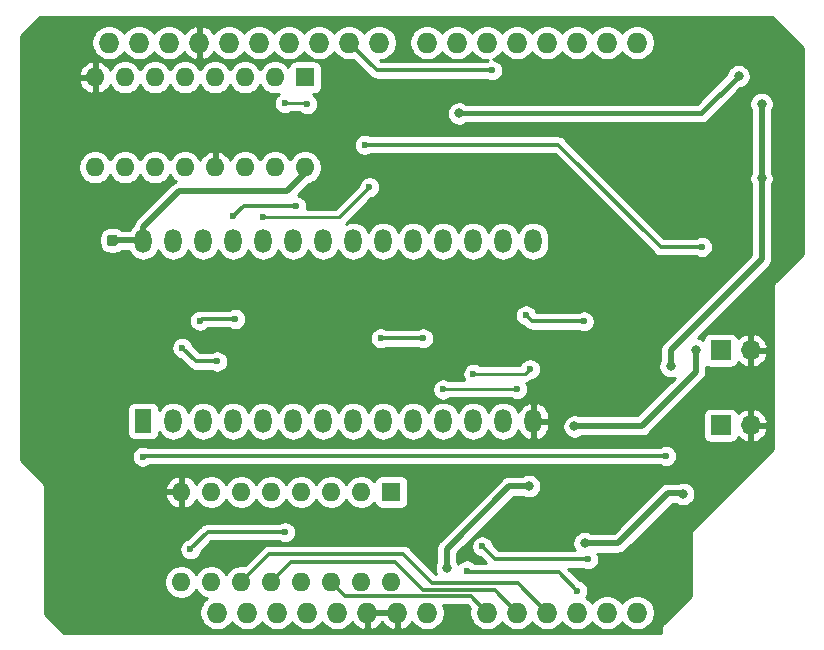
<source format=gbr>
%TF.GenerationSoftware,KiCad,Pcbnew,(5.1.9)-1*%
%TF.CreationDate,2023-04-19T23:26:57+02:00*%
%TF.ProjectId,w27c512_ardu_prog_K24DP6B78EA,77323763-3531-4325-9f61-7264755f7072,rev?*%
%TF.SameCoordinates,Original*%
%TF.FileFunction,Copper,L2,Bot*%
%TF.FilePolarity,Positive*%
%FSLAX46Y46*%
G04 Gerber Fmt 4.6, Leading zero omitted, Abs format (unit mm)*
G04 Created by KiCad (PCBNEW (5.1.9)-1) date 2023-04-19 23:26:57*
%MOMM*%
%LPD*%
G01*
G04 APERTURE LIST*
%TA.AperFunction,ComponentPad*%
%ADD10O,1.727200X1.727200*%
%TD*%
%TA.AperFunction,ComponentPad*%
%ADD11O,1.440000X2.000000*%
%TD*%
%TA.AperFunction,ComponentPad*%
%ADD12R,1.440000X2.000000*%
%TD*%
%TA.AperFunction,ComponentPad*%
%ADD13O,1.600000X1.600000*%
%TD*%
%TA.AperFunction,ComponentPad*%
%ADD14R,1.600000X1.600000*%
%TD*%
%TA.AperFunction,ComponentPad*%
%ADD15O,1.700000X1.700000*%
%TD*%
%TA.AperFunction,ComponentPad*%
%ADD16R,1.700000X1.700000*%
%TD*%
%TA.AperFunction,ViaPad*%
%ADD17C,0.600000*%
%TD*%
%TA.AperFunction,ViaPad*%
%ADD18C,0.800000*%
%TD*%
%TA.AperFunction,Conductor*%
%ADD19C,0.500000*%
%TD*%
%TA.AperFunction,Conductor*%
%ADD20C,0.400000*%
%TD*%
%TA.AperFunction,Conductor*%
%ADD21C,0.300000*%
%TD*%
%TA.AperFunction,Conductor*%
%ADD22C,0.250000*%
%TD*%
%TA.AperFunction,Conductor*%
%ADD23C,0.254000*%
%TD*%
%TA.AperFunction,Conductor*%
%ADD24C,0.100000*%
%TD*%
G04 APERTURE END LIST*
D10*
%TO.P,XA1,A5*%
%TO.N,Net-(R1-Pad2)*%
X175820000Y-111110000D03*
%TO.P,XA1,A4*%
%TO.N,Net-(R3-Pad2)*%
X173280000Y-111110000D03*
%TO.P,XA1,A3*%
%TO.N,/\u005CCE*%
X170740000Y-111110000D03*
%TO.P,XA1,A2*%
%TO.N,Net-(U1-Pad11)*%
X168200000Y-111110000D03*
%TO.P,XA1,A1*%
%TO.N,Net-(U1-Pad12)*%
X165660000Y-111110000D03*
%TO.P,XA1,*%
%TO.N,*%
X140260000Y-111110000D03*
%TO.P,XA1,D11*%
%TO.N,Net-(Q8-Pad1)*%
X146356000Y-62850000D03*
%TO.P,XA1,D12*%
%TO.N,Net-(Q7-Pad1)*%
X143816000Y-62850000D03*
%TO.P,XA1,D13*%
%TO.N,Net-(XA1-PadD13)*%
X141276000Y-62850000D03*
%TO.P,XA1,AREF*%
%TO.N,Net-(XA1-PadAREF)*%
X136196000Y-62850000D03*
%TO.P,XA1,SDA*%
%TO.N,Net-(XA1-PadSDA)*%
X133656000Y-62850000D03*
%TO.P,XA1,SCL*%
%TO.N,Net-(XA1-PadSCL)*%
X131116000Y-62850000D03*
%TO.P,XA1,D10*%
%TO.N,/D7*%
X148896000Y-62850000D03*
%TO.P,XA1,D9*%
%TO.N,Net-(Q6-Pad1)*%
X151436000Y-62850000D03*
%TO.P,XA1,D8*%
%TO.N,/D6*%
X153976000Y-62850000D03*
%TO.P,XA1,GND1*%
%TO.N,GND*%
X138736000Y-62850000D03*
%TO.P,XA1,D7*%
%TO.N,/D5*%
X158040000Y-62850000D03*
%TO.P,XA1,D6*%
%TO.N,/D4*%
X160580000Y-62850000D03*
%TO.P,XA1,D5*%
%TO.N,/D3*%
X163120000Y-62850000D03*
%TO.P,XA1,D4*%
%TO.N,/D2*%
X165660000Y-62850000D03*
%TO.P,XA1,D3*%
%TO.N,/D1*%
X168200000Y-62850000D03*
%TO.P,XA1,D2*%
%TO.N,/D0*%
X170740000Y-62850000D03*
%TO.P,XA1,D1*%
%TO.N,Net-(XA1-PadD1)*%
X173280000Y-62850000D03*
%TO.P,XA1,D0*%
%TO.N,Net-(XA1-PadD0)*%
X175820000Y-62850000D03*
%TO.P,XA1,IORF*%
%TO.N,Net-(XA1-PadIORF)*%
X142800000Y-111110000D03*
%TO.P,XA1,RST1*%
%TO.N,Net-(XA1-PadRST1)*%
X145340000Y-111110000D03*
%TO.P,XA1,3V3*%
%TO.N,Net-(XA1-Pad3V3)*%
X147880000Y-111110000D03*
%TO.P,XA1,5V1*%
%TO.N,+5V*%
X150420000Y-111110000D03*
%TO.P,XA1,GND2*%
%TO.N,GND*%
X152960000Y-111110000D03*
%TO.P,XA1,GND3*%
X155500000Y-111110000D03*
%TO.P,XA1,VIN*%
%TO.N,Net-(XA1-PadVIN)*%
X158040000Y-111110000D03*
%TO.P,XA1,A0*%
%TO.N,Net-(U1-Pad14)*%
X163120000Y-111110000D03*
%TD*%
D11*
%TO.P,XU1,15*%
%TO.N,/D3*%
X167020000Y-79660000D03*
%TO.P,XU1,14*%
%TO.N,GND*%
X167020000Y-94900000D03*
%TO.P,XU1,16*%
%TO.N,/D4*%
X164480000Y-79660000D03*
%TO.P,XU1,13*%
%TO.N,/D2*%
X164480000Y-94900000D03*
%TO.P,XU1,17*%
%TO.N,/D5*%
X161940000Y-79660000D03*
%TO.P,XU1,12*%
%TO.N,/D1*%
X161940000Y-94900000D03*
%TO.P,XU1,18*%
%TO.N,/D6*%
X159400000Y-79660000D03*
%TO.P,XU1,11*%
%TO.N,/D0*%
X159400000Y-94900000D03*
%TO.P,XU1,19*%
%TO.N,/D7*%
X156860000Y-79660000D03*
%TO.P,XU1,10*%
%TO.N,Net-(U1-Pad15)*%
X156860000Y-94900000D03*
%TO.P,XU1,20*%
%TO.N,/\u005CCE*%
X154320000Y-79660000D03*
%TO.P,XU1,9*%
%TO.N,Net-(U1-Pad1)*%
X154320000Y-94900000D03*
%TO.P,XU1,21*%
%TO.N,Net-(XA1-PadD13)*%
X151780000Y-79660000D03*
%TO.P,XU1,8*%
%TO.N,Net-(U1-Pad2)*%
X151780000Y-94900000D03*
%TO.P,XU1,22*%
%TO.N,/\u005COE*%
X149240000Y-79660000D03*
%TO.P,XU1,7*%
%TO.N,Net-(U1-Pad3)*%
X149240000Y-94900000D03*
%TO.P,XU1,23*%
%TO.N,Net-(U2-Pad3)*%
X146700000Y-79660000D03*
%TO.P,XU1,6*%
%TO.N,Net-(U1-Pad4)*%
X146700000Y-94900000D03*
%TO.P,XU1,24*%
%TO.N,Net-(Q5-Pad3)*%
X144160000Y-79660000D03*
%TO.P,XU1,5*%
%TO.N,Net-(U1-Pad5)*%
X144160000Y-94900000D03*
%TO.P,XU1,25*%
%TO.N,Net-(U2-Pad15)*%
X141620000Y-79660000D03*
%TO.P,XU1,4*%
%TO.N,Net-(U1-Pad6)*%
X141620000Y-94900000D03*
%TO.P,XU1,26*%
%TO.N,Net-(U2-Pad5)*%
X139080000Y-79660000D03*
%TO.P,XU1,3*%
%TO.N,Net-(U1-Pad7)*%
X139080000Y-94900000D03*
%TO.P,XU1,27*%
%TO.N,Net-(U2-Pad6)*%
X136540000Y-79660000D03*
%TO.P,XU1,2*%
%TO.N,Net-(U2-Pad4)*%
X136540000Y-94900000D03*
%TO.P,XU1,28*%
%TO.N,+5V*%
X134000000Y-79660000D03*
D12*
%TO.P,XU1,1*%
%TO.N,Net-(Q3-Pad3)*%
X134000000Y-94900000D03*
%TD*%
D13*
%TO.P,U2,16*%
%TO.N,+5V*%
X147700000Y-73420000D03*
%TO.P,U2,8*%
%TO.N,GND*%
X129920000Y-65800000D03*
%TO.P,U2,15*%
%TO.N,Net-(U2-Pad15)*%
X145160000Y-73420000D03*
%TO.P,U2,7*%
%TO.N,Net-(U2-Pad7)*%
X132460000Y-65800000D03*
%TO.P,U2,14*%
%TO.N,Net-(U1-Pad9)*%
X142620000Y-73420000D03*
%TO.P,U2,6*%
%TO.N,Net-(U2-Pad6)*%
X135000000Y-65800000D03*
%TO.P,U2,13*%
%TO.N,GND*%
X140080000Y-73420000D03*
%TO.P,U2,5*%
%TO.N,Net-(U2-Pad5)*%
X137540000Y-65800000D03*
%TO.P,U2,12*%
%TO.N,Net-(U1-Pad12)*%
X137540000Y-73420000D03*
%TO.P,U2,4*%
%TO.N,Net-(U2-Pad4)*%
X140080000Y-65800000D03*
%TO.P,U2,11*%
%TO.N,Net-(U1-Pad11)*%
X135000000Y-73420000D03*
%TO.P,U2,3*%
%TO.N,Net-(U2-Pad3)*%
X142620000Y-65800000D03*
%TO.P,U2,10*%
%TO.N,+5V*%
X132460000Y-73420000D03*
%TO.P,U2,2*%
%TO.N,Net-(R12-Pad2)*%
X145160000Y-65800000D03*
%TO.P,U2,9*%
%TO.N,Net-(U2-Pad9)*%
X129920000Y-73420000D03*
D14*
%TO.P,U2,1*%
%TO.N,Net-(R2-Pad2)*%
X147700000Y-65800000D03*
%TD*%
D13*
%TO.P,U1,16*%
%TO.N,+5V*%
X155000000Y-108520000D03*
%TO.P,U1,8*%
%TO.N,GND*%
X137220000Y-100900000D03*
%TO.P,U1,15*%
%TO.N,Net-(U1-Pad15)*%
X152460000Y-108520000D03*
%TO.P,U1,7*%
%TO.N,Net-(U1-Pad7)*%
X139760000Y-100900000D03*
%TO.P,U1,14*%
%TO.N,Net-(U1-Pad14)*%
X149920000Y-108520000D03*
%TO.P,U1,6*%
%TO.N,Net-(U1-Pad6)*%
X142300000Y-100900000D03*
%TO.P,U1,13*%
%TO.N,GND*%
X147380000Y-108520000D03*
%TO.P,U1,5*%
%TO.N,Net-(U1-Pad5)*%
X144840000Y-100900000D03*
%TO.P,U1,12*%
%TO.N,Net-(U1-Pad12)*%
X144840000Y-108520000D03*
%TO.P,U1,4*%
%TO.N,Net-(U1-Pad4)*%
X147380000Y-100900000D03*
%TO.P,U1,11*%
%TO.N,Net-(U1-Pad11)*%
X142300000Y-108520000D03*
%TO.P,U1,3*%
%TO.N,Net-(U1-Pad3)*%
X149920000Y-100900000D03*
%TO.P,U1,10*%
%TO.N,+5V*%
X139760000Y-108520000D03*
%TO.P,U1,2*%
%TO.N,Net-(U1-Pad2)*%
X152460000Y-100900000D03*
%TO.P,U1,9*%
%TO.N,Net-(U1-Pad9)*%
X137220000Y-108520000D03*
D14*
%TO.P,U1,1*%
%TO.N,Net-(U1-Pad1)*%
X155000000Y-100900000D03*
%TD*%
D15*
%TO.P,J2,2*%
%TO.N,GND*%
X185420000Y-95250000D03*
D16*
%TO.P,J2,1*%
%TO.N,+12V*%
X182880000Y-95250000D03*
%TD*%
D15*
%TO.P,J1,2*%
%TO.N,GND*%
X185420000Y-88900000D03*
D16*
%TO.P,J1,1*%
%TO.N,+5V*%
X182880000Y-88900000D03*
%TD*%
%TO.P,C1,2*%
%TO.N,GND*%
%TA.AperFunction,SMDPad,CuDef*%
G36*
G01*
X130275000Y-79350000D02*
X130275000Y-79850000D01*
G75*
G02*
X130050000Y-80075000I-225000J0D01*
G01*
X129600000Y-80075000D01*
G75*
G02*
X129375000Y-79850000I0J225000D01*
G01*
X129375000Y-79350000D01*
G75*
G02*
X129600000Y-79125000I225000J0D01*
G01*
X130050000Y-79125000D01*
G75*
G02*
X130275000Y-79350000I0J-225000D01*
G01*
G37*
%TD.AperFunction*%
%TO.P,C1,1*%
%TO.N,+5V*%
%TA.AperFunction,SMDPad,CuDef*%
G36*
G01*
X131825000Y-79350000D02*
X131825000Y-79850000D01*
G75*
G02*
X131600000Y-80075000I-225000J0D01*
G01*
X131150000Y-80075000D01*
G75*
G02*
X130925000Y-79850000I0J225000D01*
G01*
X130925000Y-79350000D01*
G75*
G02*
X131150000Y-79125000I225000J0D01*
G01*
X131600000Y-79125000D01*
G75*
G02*
X131825000Y-79350000I0J-225000D01*
G01*
G37*
%TD.AperFunction*%
%TD*%
D17*
%TO.N,GND*%
X156950000Y-103750000D03*
X157200000Y-105250000D03*
X155650000Y-104800000D03*
X153900000Y-102900000D03*
X152050000Y-104400000D03*
X147350000Y-102900000D03*
X148450000Y-104700000D03*
X150400000Y-103150000D03*
X144850000Y-102850000D03*
X139700000Y-102950000D03*
X142500000Y-102950000D03*
X142400000Y-106200000D03*
X137800000Y-96600000D03*
X136350000Y-99200000D03*
X136400000Y-105200000D03*
X133700000Y-99700000D03*
X138500000Y-110150000D03*
X160550000Y-111100000D03*
X165150000Y-104900000D03*
X164150000Y-103400000D03*
X162000000Y-101000000D03*
X161800000Y-99400000D03*
X159300000Y-100250000D03*
X165600000Y-96700000D03*
X169050000Y-94350000D03*
X168300000Y-92700000D03*
X171200000Y-88450000D03*
X170400000Y-91000000D03*
X171050000Y-92850000D03*
X168850000Y-100100000D03*
X170000000Y-101500000D03*
X176500000Y-99400000D03*
X171300000Y-96750000D03*
X174550000Y-96550000D03*
X176800000Y-96600000D03*
X179150000Y-95250000D03*
X181000000Y-98000000D03*
X176050000Y-92750000D03*
X174400000Y-90500000D03*
X176600000Y-88750000D03*
X174050000Y-86050000D03*
X172150000Y-82300000D03*
X172300000Y-80400000D03*
X149250000Y-71900000D03*
X146850000Y-70150000D03*
X141350000Y-67850000D03*
X142400000Y-70900000D03*
X138750000Y-67600000D03*
X139400000Y-70700000D03*
X133900000Y-68300000D03*
X133800000Y-70900000D03*
X130550000Y-68150000D03*
X130600000Y-71000000D03*
X136450000Y-82450000D03*
X136950000Y-86100000D03*
X139000000Y-82300000D03*
X141700000Y-82850000D03*
X144200000Y-88150000D03*
X141700000Y-88200000D03*
X141650000Y-91350000D03*
X138600000Y-91900000D03*
X136050000Y-89950000D03*
X147500000Y-91600000D03*
X144350000Y-83450000D03*
X147100000Y-82850000D03*
X148150000Y-87600000D03*
X151150000Y-91350000D03*
X156050000Y-91600000D03*
X151200000Y-87550000D03*
X150900000Y-82100000D03*
X152000000Y-82150000D03*
X152800000Y-85150000D03*
X155850000Y-85350000D03*
X160850000Y-89250000D03*
X159050000Y-90700000D03*
X157250000Y-82450000D03*
X160600000Y-82850000D03*
X164000000Y-82550000D03*
X160600000Y-85250000D03*
X163350000Y-88000000D03*
X164650000Y-89000000D03*
X167250000Y-82300000D03*
X167300000Y-84300000D03*
X155000000Y-75200000D03*
X156300000Y-77000000D03*
X160850000Y-70450000D03*
X160850000Y-73150000D03*
X183250000Y-81850000D03*
X177650000Y-84100000D03*
X179500000Y-77450000D03*
X181500000Y-70750000D03*
X182250000Y-70800000D03*
X183550000Y-70800000D03*
X184350000Y-70950000D03*
X187850000Y-74250000D03*
X189100000Y-74150000D03*
X180550000Y-62750000D03*
X181600000Y-62750000D03*
X184950000Y-72700000D03*
X184350000Y-72000000D03*
X187500000Y-70100000D03*
X188550000Y-70100000D03*
X187700000Y-69350000D03*
X188500000Y-69250000D03*
X161500000Y-105950000D03*
X159350000Y-96750000D03*
X161700000Y-96900000D03*
X128600000Y-79200000D03*
X128650000Y-79950000D03*
X155900000Y-62750000D03*
X171600000Y-102000000D03*
X171350000Y-101150000D03*
X179450000Y-99650000D03*
X179300000Y-102650000D03*
X181900000Y-101000000D03*
X184450000Y-97950000D03*
X178400000Y-104700000D03*
X177600000Y-106650000D03*
X178050000Y-109600000D03*
X132050000Y-83250000D03*
X131900000Y-88000000D03*
X132450000Y-90400000D03*
X130950000Y-75800000D03*
X128250000Y-68450000D03*
X127950000Y-72950000D03*
X128100000Y-74500000D03*
X135400000Y-108000000D03*
X134200000Y-103350000D03*
X132100000Y-94600000D03*
X185500000Y-92050000D03*
X181800000Y-92550000D03*
X185850000Y-86100000D03*
X186500000Y-82900000D03*
X188250000Y-80750000D03*
X188950000Y-79250000D03*
X170950000Y-76500000D03*
X132350000Y-64100000D03*
X178800000Y-78200000D03*
X180350000Y-77450000D03*
X178700000Y-77050000D03*
X185050000Y-78900000D03*
X181150000Y-78900000D03*
X179550000Y-81250000D03*
X176300000Y-80950000D03*
D18*
%TO.N,+5V*%
X180800000Y-88900000D03*
X170500000Y-95350000D03*
X166650000Y-100400000D03*
X159700000Y-107350000D03*
%TO.N,+12V*%
X184400000Y-65700000D03*
X160750000Y-68850000D03*
X179700000Y-101050000D03*
X171375000Y-105225000D03*
X178650000Y-90250000D03*
X186349992Y-68050000D03*
X186349992Y-74350008D03*
D17*
%TO.N,/FB14EN*%
X181300000Y-80150000D03*
X152750000Y-71500000D03*
%TO.N,Net-(Q3-Pad3)*%
X178250000Y-97850000D03*
X133950000Y-97900000D03*
%TO.N,/\u005COE*%
X171650000Y-106600000D03*
X157700000Y-87900000D03*
X154100000Y-87900000D03*
X162700000Y-105500000D03*
%TO.N,Net-(Q5-Pad3)*%
X153150000Y-75099998D03*
X144160000Y-77660000D03*
%TO.N,Net-(Q6-Pad1)*%
X171300000Y-86450000D03*
X166400000Y-85950000D03*
X163550000Y-65200000D03*
%TO.N,Net-(R12-Pad2)*%
X146000000Y-68000000D03*
X147900000Y-68050000D03*
%TO.N,Net-(U1-Pad12)*%
X141800000Y-86250000D03*
X138800000Y-86400000D03*
%TO.N,Net-(U1-Pad11)*%
X140250000Y-89850000D03*
X137300000Y-88700000D03*
%TO.N,Net-(U1-Pad9)*%
X146000000Y-104300000D03*
X138000000Y-105750000D03*
%TO.N,Net-(U2-Pad15)*%
X141620000Y-77570002D03*
X146950000Y-76700000D03*
%TO.N,/\u005CCE*%
X170750000Y-109250000D03*
X161400000Y-107550000D03*
%TO.N,/D1*%
X166750000Y-90500000D03*
X161950000Y-90900000D03*
%TO.N,/D0*%
X165650000Y-92200000D03*
X159400000Y-92220509D03*
%TD*%
D19*
%TO.N,+5V*%
X133940000Y-79600000D02*
X134000000Y-79660000D01*
X131375000Y-79600000D02*
X133940000Y-79600000D01*
X147700000Y-73900000D02*
X147700000Y-73420000D01*
X146150000Y-75450000D02*
X147700000Y-73900000D01*
X137000000Y-75450000D02*
X146150000Y-75450000D01*
X134000000Y-78450000D02*
X137000000Y-75450000D01*
X134000000Y-79660000D02*
X134000000Y-78450000D01*
X180800000Y-88900000D02*
X180800000Y-90700000D01*
X180800000Y-90700000D02*
X176200000Y-95300000D01*
X170550000Y-95300000D02*
X170500000Y-95350000D01*
X176200000Y-95300000D02*
X170550000Y-95300000D01*
X166650000Y-100400000D02*
X165000000Y-100400000D01*
X165000000Y-100400000D02*
X159700000Y-105700000D01*
X159700000Y-105700000D02*
X159700000Y-107350000D01*
D20*
%TO.N,+12V*%
X181250000Y-68850000D02*
X160750000Y-68850000D01*
X184400000Y-65700000D02*
X181250000Y-68850000D01*
D19*
X171375000Y-105225000D02*
X174225000Y-105225000D01*
X174225000Y-105225000D02*
X178450000Y-101000000D01*
X179650000Y-101000000D02*
X179700000Y-101050000D01*
X178450000Y-101000000D02*
X179650000Y-101000000D01*
X186349992Y-74350008D02*
X186349992Y-68050000D01*
X186349992Y-81200008D02*
X186349992Y-74350008D01*
X178650000Y-88900000D02*
X186349992Y-81200008D01*
X178650000Y-90250000D02*
X178650000Y-88900000D01*
D21*
%TO.N,/FB14EN*%
X169150000Y-71500000D02*
X152750000Y-71500000D01*
X177800000Y-80150000D02*
X169150000Y-71500000D01*
X181300000Y-80150000D02*
X177800000Y-80150000D01*
%TO.N,Net-(Q3-Pad3)*%
X178250000Y-97850000D02*
X134000000Y-97850000D01*
X134000000Y-97850000D02*
X133950000Y-97900000D01*
%TO.N,/\u005COE*%
X157700000Y-87900000D02*
X154100000Y-87900000D01*
X171650000Y-106600000D02*
X163800000Y-106600000D01*
X163800000Y-106600000D02*
X162700000Y-105500000D01*
D22*
%TO.N,Net-(Q5-Pad3)*%
X153150000Y-75099998D02*
X150589998Y-77660000D01*
X150589998Y-77660000D02*
X144160000Y-77660000D01*
D21*
%TO.N,Net-(Q6-Pad1)*%
X171300000Y-86450000D02*
X166900000Y-86450000D01*
X166900000Y-86450000D02*
X166400000Y-85950000D01*
X153786000Y-65200000D02*
X163550000Y-65200000D01*
X151436000Y-62850000D02*
X153786000Y-65200000D01*
D22*
%TO.N,Net-(R12-Pad2)*%
X147850000Y-68000000D02*
X147900000Y-68050000D01*
X146000000Y-68000000D02*
X147850000Y-68000000D01*
D21*
%TO.N,Net-(U1-Pad14)*%
X163120000Y-111110000D02*
X161710000Y-109700000D01*
X151100000Y-109700000D02*
X149920000Y-108520000D01*
X161710000Y-109700000D02*
X151100000Y-109700000D01*
%TO.N,Net-(U1-Pad12)*%
X138950000Y-86250000D02*
X138800000Y-86400000D01*
X141800000Y-86250000D02*
X138950000Y-86250000D01*
X165660000Y-111110000D02*
X163749990Y-109199990D01*
X163749990Y-109199990D02*
X157699990Y-109199990D01*
X157699990Y-109199990D02*
X155350000Y-106850000D01*
X146510000Y-106850000D02*
X144840000Y-108520000D01*
X155350000Y-106850000D02*
X146510000Y-106850000D01*
%TO.N,Net-(U1-Pad11)*%
X138450000Y-89850000D02*
X137300000Y-88700000D01*
X140250000Y-89850000D02*
X138450000Y-89850000D01*
X168200000Y-111110000D02*
X165690000Y-108600000D01*
X165690000Y-108600000D02*
X158450000Y-108600000D01*
X158450000Y-108600000D02*
X156000000Y-106150000D01*
X144670000Y-106150000D02*
X142300000Y-108520000D01*
X156000000Y-106150000D02*
X144670000Y-106150000D01*
%TO.N,Net-(U1-Pad9)*%
X146000000Y-104300000D02*
X139450000Y-104300000D01*
X139450000Y-104300000D02*
X138000000Y-105750000D01*
%TO.N,Net-(U2-Pad15)*%
X142490002Y-76700000D02*
X146950000Y-76700000D01*
X141620000Y-77570002D02*
X142490002Y-76700000D01*
%TO.N,/\u005CCE*%
X161550000Y-107700000D02*
X161400000Y-107550000D01*
X169200000Y-107700000D02*
X161550000Y-107700000D01*
X170750000Y-109250000D02*
X169200000Y-107700000D01*
D22*
%TO.N,/D1*%
X166350000Y-90900000D02*
X161950000Y-90900000D01*
X166750000Y-90500000D02*
X166350000Y-90900000D01*
%TO.N,/D0*%
X165650000Y-92200000D02*
X159420509Y-92200000D01*
X159420509Y-92200000D02*
X159400000Y-92220509D01*
%TD*%
D23*
%TO.N,GND*%
X189840001Y-63273382D02*
X189840000Y-64532418D01*
X189840001Y-64532428D01*
X189840000Y-80726619D01*
X187556232Y-83010388D01*
X187531053Y-83031052D01*
X187510389Y-83056231D01*
X187510386Y-83056234D01*
X187448575Y-83131550D01*
X187387290Y-83246208D01*
X187349551Y-83370618D01*
X187336808Y-83500000D01*
X187340001Y-83532419D01*
X187340000Y-97226619D01*
X180556232Y-104010388D01*
X180531053Y-104031052D01*
X180510389Y-104056231D01*
X180510386Y-104056234D01*
X180448575Y-104131550D01*
X180387290Y-104246208D01*
X180349551Y-104370618D01*
X180336808Y-104500000D01*
X180340001Y-104532419D01*
X180340000Y-109726619D01*
X178056232Y-112010388D01*
X178031053Y-112031052D01*
X178010389Y-112056231D01*
X178010386Y-112056234D01*
X177948575Y-112131550D01*
X177887290Y-112246208D01*
X177849551Y-112370618D01*
X177836808Y-112500000D01*
X177840001Y-112532418D01*
X177840001Y-112840000D01*
X127273381Y-112840000D01*
X125660000Y-111226620D01*
X125660000Y-108378665D01*
X135785000Y-108378665D01*
X135785000Y-108661335D01*
X135840147Y-108938574D01*
X135948320Y-109199727D01*
X136105363Y-109434759D01*
X136305241Y-109634637D01*
X136540273Y-109791680D01*
X136801426Y-109899853D01*
X137078665Y-109955000D01*
X137361335Y-109955000D01*
X137638574Y-109899853D01*
X137899727Y-109791680D01*
X138134759Y-109634637D01*
X138334637Y-109434759D01*
X138490000Y-109202241D01*
X138645363Y-109434759D01*
X138845241Y-109634637D01*
X139080273Y-109791680D01*
X139341426Y-109899853D01*
X139366299Y-109904801D01*
X139304698Y-109945961D01*
X139095961Y-110154698D01*
X138931958Y-110400147D01*
X138818990Y-110672875D01*
X138761400Y-110962401D01*
X138761400Y-111257599D01*
X138818990Y-111547125D01*
X138931958Y-111819853D01*
X139095961Y-112065302D01*
X139304698Y-112274039D01*
X139550147Y-112438042D01*
X139822875Y-112551010D01*
X140112401Y-112608600D01*
X140407599Y-112608600D01*
X140697125Y-112551010D01*
X140969853Y-112438042D01*
X141215302Y-112274039D01*
X141424039Y-112065302D01*
X141530000Y-111906719D01*
X141635961Y-112065302D01*
X141844698Y-112274039D01*
X142090147Y-112438042D01*
X142362875Y-112551010D01*
X142652401Y-112608600D01*
X142947599Y-112608600D01*
X143237125Y-112551010D01*
X143509853Y-112438042D01*
X143755302Y-112274039D01*
X143964039Y-112065302D01*
X144070000Y-111906719D01*
X144175961Y-112065302D01*
X144384698Y-112274039D01*
X144630147Y-112438042D01*
X144902875Y-112551010D01*
X145192401Y-112608600D01*
X145487599Y-112608600D01*
X145777125Y-112551010D01*
X146049853Y-112438042D01*
X146295302Y-112274039D01*
X146504039Y-112065302D01*
X146610000Y-111906719D01*
X146715961Y-112065302D01*
X146924698Y-112274039D01*
X147170147Y-112438042D01*
X147442875Y-112551010D01*
X147732401Y-112608600D01*
X148027599Y-112608600D01*
X148317125Y-112551010D01*
X148589853Y-112438042D01*
X148835302Y-112274039D01*
X149044039Y-112065302D01*
X149150000Y-111906719D01*
X149255961Y-112065302D01*
X149464698Y-112274039D01*
X149710147Y-112438042D01*
X149982875Y-112551010D01*
X150272401Y-112608600D01*
X150567599Y-112608600D01*
X150857125Y-112551010D01*
X151129853Y-112438042D01*
X151375302Y-112274039D01*
X151584039Y-112065302D01*
X151691692Y-111904187D01*
X151853146Y-112120293D01*
X152071512Y-112316817D01*
X152324022Y-112466964D01*
X152600973Y-112564963D01*
X152833000Y-112444464D01*
X152833000Y-111237000D01*
X153087000Y-111237000D01*
X153087000Y-112444464D01*
X153319027Y-112564963D01*
X153595978Y-112466964D01*
X153848488Y-112316817D01*
X154066854Y-112120293D01*
X154230000Y-111901922D01*
X154393146Y-112120293D01*
X154611512Y-112316817D01*
X154864022Y-112466964D01*
X155140973Y-112564963D01*
X155373000Y-112444464D01*
X155373000Y-111237000D01*
X153087000Y-111237000D01*
X152833000Y-111237000D01*
X152813000Y-111237000D01*
X152813000Y-110983000D01*
X152833000Y-110983000D01*
X152833000Y-110963000D01*
X153087000Y-110963000D01*
X153087000Y-110983000D01*
X155373000Y-110983000D01*
X155373000Y-110963000D01*
X155627000Y-110963000D01*
X155627000Y-110983000D01*
X155647000Y-110983000D01*
X155647000Y-111237000D01*
X155627000Y-111237000D01*
X155627000Y-112444464D01*
X155859027Y-112564963D01*
X156135978Y-112466964D01*
X156388488Y-112316817D01*
X156606854Y-112120293D01*
X156768308Y-111904187D01*
X156875961Y-112065302D01*
X157084698Y-112274039D01*
X157330147Y-112438042D01*
X157602875Y-112551010D01*
X157892401Y-112608600D01*
X158187599Y-112608600D01*
X158477125Y-112551010D01*
X158749853Y-112438042D01*
X158995302Y-112274039D01*
X159204039Y-112065302D01*
X159368042Y-111819853D01*
X159481010Y-111547125D01*
X159538600Y-111257599D01*
X159538600Y-110962401D01*
X159481010Y-110672875D01*
X159403189Y-110485000D01*
X161384843Y-110485000D01*
X161661358Y-110761516D01*
X161621400Y-110962401D01*
X161621400Y-111257599D01*
X161678990Y-111547125D01*
X161791958Y-111819853D01*
X161955961Y-112065302D01*
X162164698Y-112274039D01*
X162410147Y-112438042D01*
X162682875Y-112551010D01*
X162972401Y-112608600D01*
X163267599Y-112608600D01*
X163557125Y-112551010D01*
X163829853Y-112438042D01*
X164075302Y-112274039D01*
X164284039Y-112065302D01*
X164390000Y-111906719D01*
X164495961Y-112065302D01*
X164704698Y-112274039D01*
X164950147Y-112438042D01*
X165222875Y-112551010D01*
X165512401Y-112608600D01*
X165807599Y-112608600D01*
X166097125Y-112551010D01*
X166369853Y-112438042D01*
X166615302Y-112274039D01*
X166824039Y-112065302D01*
X166930000Y-111906719D01*
X167035961Y-112065302D01*
X167244698Y-112274039D01*
X167490147Y-112438042D01*
X167762875Y-112551010D01*
X168052401Y-112608600D01*
X168347599Y-112608600D01*
X168637125Y-112551010D01*
X168909853Y-112438042D01*
X169155302Y-112274039D01*
X169364039Y-112065302D01*
X169470000Y-111906719D01*
X169575961Y-112065302D01*
X169784698Y-112274039D01*
X170030147Y-112438042D01*
X170302875Y-112551010D01*
X170592401Y-112608600D01*
X170887599Y-112608600D01*
X171177125Y-112551010D01*
X171449853Y-112438042D01*
X171695302Y-112274039D01*
X171904039Y-112065302D01*
X172010000Y-111906719D01*
X172115961Y-112065302D01*
X172324698Y-112274039D01*
X172570147Y-112438042D01*
X172842875Y-112551010D01*
X173132401Y-112608600D01*
X173427599Y-112608600D01*
X173717125Y-112551010D01*
X173989853Y-112438042D01*
X174235302Y-112274039D01*
X174444039Y-112065302D01*
X174550000Y-111906719D01*
X174655961Y-112065302D01*
X174864698Y-112274039D01*
X175110147Y-112438042D01*
X175382875Y-112551010D01*
X175672401Y-112608600D01*
X175967599Y-112608600D01*
X176257125Y-112551010D01*
X176529853Y-112438042D01*
X176775302Y-112274039D01*
X176984039Y-112065302D01*
X177148042Y-111819853D01*
X177261010Y-111547125D01*
X177318600Y-111257599D01*
X177318600Y-110962401D01*
X177261010Y-110672875D01*
X177148042Y-110400147D01*
X176984039Y-110154698D01*
X176775302Y-109945961D01*
X176529853Y-109781958D01*
X176257125Y-109668990D01*
X175967599Y-109611400D01*
X175672401Y-109611400D01*
X175382875Y-109668990D01*
X175110147Y-109781958D01*
X174864698Y-109945961D01*
X174655961Y-110154698D01*
X174550000Y-110313281D01*
X174444039Y-110154698D01*
X174235302Y-109945961D01*
X173989853Y-109781958D01*
X173717125Y-109668990D01*
X173427599Y-109611400D01*
X173132401Y-109611400D01*
X172842875Y-109668990D01*
X172570147Y-109781958D01*
X172324698Y-109945961D01*
X172115961Y-110154698D01*
X172010000Y-110313281D01*
X171904039Y-110154698D01*
X171695302Y-109945961D01*
X171497707Y-109813933D01*
X171578586Y-109692889D01*
X171649068Y-109522729D01*
X171685000Y-109342089D01*
X171685000Y-109157911D01*
X171649068Y-108977271D01*
X171578586Y-108807111D01*
X171476262Y-108653972D01*
X171346028Y-108523738D01*
X171192889Y-108421414D01*
X171022729Y-108350932D01*
X170945784Y-108335627D01*
X169995157Y-107385000D01*
X171141880Y-107385000D01*
X171207111Y-107428586D01*
X171377271Y-107499068D01*
X171557911Y-107535000D01*
X171742089Y-107535000D01*
X171922729Y-107499068D01*
X172092889Y-107428586D01*
X172246028Y-107326262D01*
X172376262Y-107196028D01*
X172478586Y-107042889D01*
X172549068Y-106872729D01*
X172585000Y-106692089D01*
X172585000Y-106507911D01*
X172549068Y-106327271D01*
X172478586Y-106157111D01*
X172447108Y-106110000D01*
X174181531Y-106110000D01*
X174225000Y-106114281D01*
X174268469Y-106110000D01*
X174268477Y-106110000D01*
X174398490Y-106097195D01*
X174565313Y-106046589D01*
X174719059Y-105964411D01*
X174853817Y-105853817D01*
X174881534Y-105820044D01*
X178816579Y-101885000D01*
X179086715Y-101885000D01*
X179209744Y-101967205D01*
X179398102Y-102045226D01*
X179598061Y-102085000D01*
X179801939Y-102085000D01*
X180001898Y-102045226D01*
X180190256Y-101967205D01*
X180359774Y-101853937D01*
X180503937Y-101709774D01*
X180617205Y-101540256D01*
X180695226Y-101351898D01*
X180735000Y-101151939D01*
X180735000Y-100948061D01*
X180695226Y-100748102D01*
X180617205Y-100559744D01*
X180503937Y-100390226D01*
X180359774Y-100246063D01*
X180190256Y-100132795D01*
X180001898Y-100054774D01*
X179801939Y-100015000D01*
X179598061Y-100015000D01*
X179398102Y-100054774D01*
X179252705Y-100115000D01*
X178493465Y-100115000D01*
X178449999Y-100110719D01*
X178406533Y-100115000D01*
X178406523Y-100115000D01*
X178276510Y-100127805D01*
X178109687Y-100178411D01*
X177955941Y-100260589D01*
X177955939Y-100260590D01*
X177955940Y-100260590D01*
X177854953Y-100343468D01*
X177854951Y-100343470D01*
X177821183Y-100371183D01*
X177793470Y-100404951D01*
X173858422Y-104340000D01*
X171913454Y-104340000D01*
X171865256Y-104307795D01*
X171676898Y-104229774D01*
X171476939Y-104190000D01*
X171273061Y-104190000D01*
X171073102Y-104229774D01*
X170884744Y-104307795D01*
X170715226Y-104421063D01*
X170571063Y-104565226D01*
X170457795Y-104734744D01*
X170379774Y-104923102D01*
X170340000Y-105123061D01*
X170340000Y-105326939D01*
X170379774Y-105526898D01*
X170457795Y-105715256D01*
X170524442Y-105815000D01*
X164125158Y-105815000D01*
X163614374Y-105304216D01*
X163599068Y-105227271D01*
X163528586Y-105057111D01*
X163426262Y-104903972D01*
X163296028Y-104773738D01*
X163142889Y-104671414D01*
X162972729Y-104600932D01*
X162792089Y-104565000D01*
X162607911Y-104565000D01*
X162427271Y-104600932D01*
X162257111Y-104671414D01*
X162103972Y-104773738D01*
X161973738Y-104903972D01*
X161871414Y-105057111D01*
X161800932Y-105227271D01*
X161765000Y-105407911D01*
X161765000Y-105592089D01*
X161800932Y-105772729D01*
X161871414Y-105942889D01*
X161973738Y-106096028D01*
X162103972Y-106226262D01*
X162257111Y-106328586D01*
X162427271Y-106399068D01*
X162504216Y-106414374D01*
X163004842Y-106915000D01*
X162087290Y-106915000D01*
X161996028Y-106823738D01*
X161842889Y-106721414D01*
X161672729Y-106650932D01*
X161492089Y-106615000D01*
X161307911Y-106615000D01*
X161127271Y-106650932D01*
X160957111Y-106721414D01*
X160803972Y-106823738D01*
X160673738Y-106953972D01*
X160662934Y-106970142D01*
X160617205Y-106859744D01*
X160585000Y-106811546D01*
X160585000Y-106066578D01*
X165366579Y-101285000D01*
X166111546Y-101285000D01*
X166159744Y-101317205D01*
X166348102Y-101395226D01*
X166548061Y-101435000D01*
X166751939Y-101435000D01*
X166951898Y-101395226D01*
X167140256Y-101317205D01*
X167309774Y-101203937D01*
X167453937Y-101059774D01*
X167567205Y-100890256D01*
X167645226Y-100701898D01*
X167685000Y-100501939D01*
X167685000Y-100298061D01*
X167645226Y-100098102D01*
X167567205Y-99909744D01*
X167453937Y-99740226D01*
X167309774Y-99596063D01*
X167140256Y-99482795D01*
X166951898Y-99404774D01*
X166751939Y-99365000D01*
X166548061Y-99365000D01*
X166348102Y-99404774D01*
X166159744Y-99482795D01*
X166111546Y-99515000D01*
X165043469Y-99515000D01*
X165000000Y-99510719D01*
X164956531Y-99515000D01*
X164956523Y-99515000D01*
X164826510Y-99527805D01*
X164659687Y-99578411D01*
X164566313Y-99628320D01*
X164505941Y-99660589D01*
X164404953Y-99743468D01*
X164404951Y-99743470D01*
X164371183Y-99771183D01*
X164343470Y-99804951D01*
X159104956Y-105043466D01*
X159071183Y-105071183D01*
X158960589Y-105205942D01*
X158878411Y-105359688D01*
X158827805Y-105526511D01*
X158815000Y-105656524D01*
X158815000Y-105656531D01*
X158810719Y-105700000D01*
X158815000Y-105743469D01*
X158815001Y-106811545D01*
X158782795Y-106859744D01*
X158704774Y-107048102D01*
X158665000Y-107248061D01*
X158665000Y-107451939D01*
X158704774Y-107651898D01*
X158770336Y-107810179D01*
X156582347Y-105622190D01*
X156557764Y-105592236D01*
X156438233Y-105494138D01*
X156301860Y-105421246D01*
X156153887Y-105376359D01*
X156038561Y-105365000D01*
X156038553Y-105365000D01*
X156000000Y-105361203D01*
X155961447Y-105365000D01*
X144708552Y-105365000D01*
X144669999Y-105361203D01*
X144631446Y-105365000D01*
X144631439Y-105365000D01*
X144530490Y-105374943D01*
X144516112Y-105376359D01*
X144368140Y-105421246D01*
X144231767Y-105494138D01*
X144171559Y-105543550D01*
X144142187Y-105567655D01*
X144142184Y-105567658D01*
X144112236Y-105592236D01*
X144087658Y-105622184D01*
X142594396Y-107115446D01*
X142441335Y-107085000D01*
X142158665Y-107085000D01*
X141881426Y-107140147D01*
X141620273Y-107248320D01*
X141385241Y-107405363D01*
X141185363Y-107605241D01*
X141030000Y-107837759D01*
X140874637Y-107605241D01*
X140674759Y-107405363D01*
X140439727Y-107248320D01*
X140178574Y-107140147D01*
X139901335Y-107085000D01*
X139618665Y-107085000D01*
X139341426Y-107140147D01*
X139080273Y-107248320D01*
X138845241Y-107405363D01*
X138645363Y-107605241D01*
X138490000Y-107837759D01*
X138334637Y-107605241D01*
X138134759Y-107405363D01*
X137899727Y-107248320D01*
X137638574Y-107140147D01*
X137361335Y-107085000D01*
X137078665Y-107085000D01*
X136801426Y-107140147D01*
X136540273Y-107248320D01*
X136305241Y-107405363D01*
X136105363Y-107605241D01*
X135948320Y-107840273D01*
X135840147Y-108101426D01*
X135785000Y-108378665D01*
X125660000Y-108378665D01*
X125660000Y-105657911D01*
X137065000Y-105657911D01*
X137065000Y-105842089D01*
X137100932Y-106022729D01*
X137171414Y-106192889D01*
X137273738Y-106346028D01*
X137403972Y-106476262D01*
X137557111Y-106578586D01*
X137727271Y-106649068D01*
X137907911Y-106685000D01*
X138092089Y-106685000D01*
X138272729Y-106649068D01*
X138442889Y-106578586D01*
X138596028Y-106476262D01*
X138726262Y-106346028D01*
X138828586Y-106192889D01*
X138899068Y-106022729D01*
X138914374Y-105945783D01*
X139775157Y-105085000D01*
X145491880Y-105085000D01*
X145557111Y-105128586D01*
X145727271Y-105199068D01*
X145907911Y-105235000D01*
X146092089Y-105235000D01*
X146272729Y-105199068D01*
X146442889Y-105128586D01*
X146596028Y-105026262D01*
X146726262Y-104896028D01*
X146828586Y-104742889D01*
X146899068Y-104572729D01*
X146935000Y-104392089D01*
X146935000Y-104207911D01*
X146899068Y-104027271D01*
X146828586Y-103857111D01*
X146726262Y-103703972D01*
X146596028Y-103573738D01*
X146442889Y-103471414D01*
X146272729Y-103400932D01*
X146092089Y-103365000D01*
X145907911Y-103365000D01*
X145727271Y-103400932D01*
X145557111Y-103471414D01*
X145491880Y-103515000D01*
X139488556Y-103515000D01*
X139450000Y-103511203D01*
X139411444Y-103515000D01*
X139411439Y-103515000D01*
X139371026Y-103518980D01*
X139296113Y-103526358D01*
X139148140Y-103571246D01*
X139011767Y-103644138D01*
X138892236Y-103742236D01*
X138867653Y-103772190D01*
X137804217Y-104835626D01*
X137727271Y-104850932D01*
X137557111Y-104921414D01*
X137403972Y-105023738D01*
X137273738Y-105153972D01*
X137171414Y-105307111D01*
X137100932Y-105477271D01*
X137065000Y-105657911D01*
X125660000Y-105657911D01*
X125660000Y-101249040D01*
X135828091Y-101249040D01*
X135922930Y-101513881D01*
X136067615Y-101755131D01*
X136256586Y-101963519D01*
X136482580Y-102131037D01*
X136736913Y-102251246D01*
X136870961Y-102291904D01*
X137093000Y-102169915D01*
X137093000Y-101027000D01*
X135949376Y-101027000D01*
X135828091Y-101249040D01*
X125660000Y-101249040D01*
X125660000Y-100550960D01*
X135828091Y-100550960D01*
X135949376Y-100773000D01*
X137093000Y-100773000D01*
X137093000Y-99630085D01*
X137347000Y-99630085D01*
X137347000Y-100773000D01*
X137367000Y-100773000D01*
X137367000Y-101027000D01*
X137347000Y-101027000D01*
X137347000Y-102169915D01*
X137569039Y-102291904D01*
X137703087Y-102251246D01*
X137957420Y-102131037D01*
X138183414Y-101963519D01*
X138372385Y-101755131D01*
X138483933Y-101569135D01*
X138488320Y-101579727D01*
X138645363Y-101814759D01*
X138845241Y-102014637D01*
X139080273Y-102171680D01*
X139341426Y-102279853D01*
X139618665Y-102335000D01*
X139901335Y-102335000D01*
X140178574Y-102279853D01*
X140439727Y-102171680D01*
X140674759Y-102014637D01*
X140874637Y-101814759D01*
X141030000Y-101582241D01*
X141185363Y-101814759D01*
X141385241Y-102014637D01*
X141620273Y-102171680D01*
X141881426Y-102279853D01*
X142158665Y-102335000D01*
X142441335Y-102335000D01*
X142718574Y-102279853D01*
X142979727Y-102171680D01*
X143214759Y-102014637D01*
X143414637Y-101814759D01*
X143570000Y-101582241D01*
X143725363Y-101814759D01*
X143925241Y-102014637D01*
X144160273Y-102171680D01*
X144421426Y-102279853D01*
X144698665Y-102335000D01*
X144981335Y-102335000D01*
X145258574Y-102279853D01*
X145519727Y-102171680D01*
X145754759Y-102014637D01*
X145954637Y-101814759D01*
X146110000Y-101582241D01*
X146265363Y-101814759D01*
X146465241Y-102014637D01*
X146700273Y-102171680D01*
X146961426Y-102279853D01*
X147238665Y-102335000D01*
X147521335Y-102335000D01*
X147798574Y-102279853D01*
X148059727Y-102171680D01*
X148294759Y-102014637D01*
X148494637Y-101814759D01*
X148650000Y-101582241D01*
X148805363Y-101814759D01*
X149005241Y-102014637D01*
X149240273Y-102171680D01*
X149501426Y-102279853D01*
X149778665Y-102335000D01*
X150061335Y-102335000D01*
X150338574Y-102279853D01*
X150599727Y-102171680D01*
X150834759Y-102014637D01*
X151034637Y-101814759D01*
X151190000Y-101582241D01*
X151345363Y-101814759D01*
X151545241Y-102014637D01*
X151780273Y-102171680D01*
X152041426Y-102279853D01*
X152318665Y-102335000D01*
X152601335Y-102335000D01*
X152878574Y-102279853D01*
X153139727Y-102171680D01*
X153374759Y-102014637D01*
X153573357Y-101816039D01*
X153574188Y-101824482D01*
X153610498Y-101944180D01*
X153669463Y-102054494D01*
X153748815Y-102151185D01*
X153845506Y-102230537D01*
X153955820Y-102289502D01*
X154075518Y-102325812D01*
X154200000Y-102338072D01*
X155800000Y-102338072D01*
X155924482Y-102325812D01*
X156044180Y-102289502D01*
X156154494Y-102230537D01*
X156251185Y-102151185D01*
X156330537Y-102054494D01*
X156389502Y-101944180D01*
X156425812Y-101824482D01*
X156438072Y-101700000D01*
X156438072Y-100100000D01*
X156425812Y-99975518D01*
X156389502Y-99855820D01*
X156330537Y-99745506D01*
X156251185Y-99648815D01*
X156154494Y-99569463D01*
X156044180Y-99510498D01*
X155924482Y-99474188D01*
X155800000Y-99461928D01*
X154200000Y-99461928D01*
X154075518Y-99474188D01*
X153955820Y-99510498D01*
X153845506Y-99569463D01*
X153748815Y-99648815D01*
X153669463Y-99745506D01*
X153610498Y-99855820D01*
X153574188Y-99975518D01*
X153573357Y-99983961D01*
X153374759Y-99785363D01*
X153139727Y-99628320D01*
X152878574Y-99520147D01*
X152601335Y-99465000D01*
X152318665Y-99465000D01*
X152041426Y-99520147D01*
X151780273Y-99628320D01*
X151545241Y-99785363D01*
X151345363Y-99985241D01*
X151190000Y-100217759D01*
X151034637Y-99985241D01*
X150834759Y-99785363D01*
X150599727Y-99628320D01*
X150338574Y-99520147D01*
X150061335Y-99465000D01*
X149778665Y-99465000D01*
X149501426Y-99520147D01*
X149240273Y-99628320D01*
X149005241Y-99785363D01*
X148805363Y-99985241D01*
X148650000Y-100217759D01*
X148494637Y-99985241D01*
X148294759Y-99785363D01*
X148059727Y-99628320D01*
X147798574Y-99520147D01*
X147521335Y-99465000D01*
X147238665Y-99465000D01*
X146961426Y-99520147D01*
X146700273Y-99628320D01*
X146465241Y-99785363D01*
X146265363Y-99985241D01*
X146110000Y-100217759D01*
X145954637Y-99985241D01*
X145754759Y-99785363D01*
X145519727Y-99628320D01*
X145258574Y-99520147D01*
X144981335Y-99465000D01*
X144698665Y-99465000D01*
X144421426Y-99520147D01*
X144160273Y-99628320D01*
X143925241Y-99785363D01*
X143725363Y-99985241D01*
X143570000Y-100217759D01*
X143414637Y-99985241D01*
X143214759Y-99785363D01*
X142979727Y-99628320D01*
X142718574Y-99520147D01*
X142441335Y-99465000D01*
X142158665Y-99465000D01*
X141881426Y-99520147D01*
X141620273Y-99628320D01*
X141385241Y-99785363D01*
X141185363Y-99985241D01*
X141030000Y-100217759D01*
X140874637Y-99985241D01*
X140674759Y-99785363D01*
X140439727Y-99628320D01*
X140178574Y-99520147D01*
X139901335Y-99465000D01*
X139618665Y-99465000D01*
X139341426Y-99520147D01*
X139080273Y-99628320D01*
X138845241Y-99785363D01*
X138645363Y-99985241D01*
X138488320Y-100220273D01*
X138483933Y-100230865D01*
X138372385Y-100044869D01*
X138183414Y-99836481D01*
X137957420Y-99668963D01*
X137703087Y-99548754D01*
X137569039Y-99508096D01*
X137347000Y-99630085D01*
X137093000Y-99630085D01*
X136870961Y-99508096D01*
X136736913Y-99548754D01*
X136482580Y-99668963D01*
X136256586Y-99836481D01*
X136067615Y-100044869D01*
X135922930Y-100286119D01*
X135828091Y-100550960D01*
X125660000Y-100550960D01*
X125660000Y-100532408D01*
X125663192Y-100499999D01*
X125660000Y-100467590D01*
X125660000Y-100467581D01*
X125650450Y-100370617D01*
X125612710Y-100246207D01*
X125576473Y-100178411D01*
X125551425Y-100131549D01*
X125489614Y-100056233D01*
X125489612Y-100056231D01*
X125468948Y-100031052D01*
X125443770Y-100010389D01*
X123660000Y-98226620D01*
X123660000Y-97807911D01*
X133015000Y-97807911D01*
X133015000Y-97992089D01*
X133050932Y-98172729D01*
X133121414Y-98342889D01*
X133223738Y-98496028D01*
X133353972Y-98626262D01*
X133507111Y-98728586D01*
X133677271Y-98799068D01*
X133857911Y-98835000D01*
X134042089Y-98835000D01*
X134222729Y-98799068D01*
X134392889Y-98728586D01*
X134532951Y-98635000D01*
X177741880Y-98635000D01*
X177807111Y-98678586D01*
X177977271Y-98749068D01*
X178157911Y-98785000D01*
X178342089Y-98785000D01*
X178522729Y-98749068D01*
X178692889Y-98678586D01*
X178846028Y-98576262D01*
X178976262Y-98446028D01*
X179078586Y-98292889D01*
X179149068Y-98122729D01*
X179185000Y-97942089D01*
X179185000Y-97757911D01*
X179149068Y-97577271D01*
X179078586Y-97407111D01*
X178976262Y-97253972D01*
X178846028Y-97123738D01*
X178692889Y-97021414D01*
X178522729Y-96950932D01*
X178342089Y-96915000D01*
X178157911Y-96915000D01*
X177977271Y-96950932D01*
X177807111Y-97021414D01*
X177741880Y-97065000D01*
X134377404Y-97065000D01*
X134222729Y-97000932D01*
X134042089Y-96965000D01*
X133857911Y-96965000D01*
X133677271Y-97000932D01*
X133507111Y-97071414D01*
X133353972Y-97173738D01*
X133223738Y-97303972D01*
X133121414Y-97457111D01*
X133050932Y-97627271D01*
X133015000Y-97807911D01*
X123660000Y-97807911D01*
X123660000Y-93900000D01*
X132641928Y-93900000D01*
X132641928Y-95900000D01*
X132654188Y-96024482D01*
X132690498Y-96144180D01*
X132749463Y-96254494D01*
X132828815Y-96351185D01*
X132925506Y-96430537D01*
X133035820Y-96489502D01*
X133155518Y-96525812D01*
X133280000Y-96538072D01*
X134720000Y-96538072D01*
X134844482Y-96525812D01*
X134964180Y-96489502D01*
X135074494Y-96430537D01*
X135171185Y-96351185D01*
X135250537Y-96254494D01*
X135309502Y-96144180D01*
X135345812Y-96024482D01*
X135358072Y-95900000D01*
X135358072Y-95843204D01*
X135407908Y-95936440D01*
X135577236Y-96142765D01*
X135783561Y-96312092D01*
X136018956Y-96437914D01*
X136274375Y-96515394D01*
X136540000Y-96541556D01*
X136805626Y-96515394D01*
X137061045Y-96437914D01*
X137296440Y-96312092D01*
X137502765Y-96142765D01*
X137672092Y-95936440D01*
X137797914Y-95701045D01*
X137810000Y-95661202D01*
X137822086Y-95701045D01*
X137947908Y-95936440D01*
X138117236Y-96142765D01*
X138323561Y-96312092D01*
X138558956Y-96437914D01*
X138814375Y-96515394D01*
X139080000Y-96541556D01*
X139345626Y-96515394D01*
X139601045Y-96437914D01*
X139836440Y-96312092D01*
X140042765Y-96142765D01*
X140212092Y-95936440D01*
X140337914Y-95701045D01*
X140350000Y-95661202D01*
X140362086Y-95701045D01*
X140487908Y-95936440D01*
X140657236Y-96142765D01*
X140863561Y-96312092D01*
X141098956Y-96437914D01*
X141354375Y-96515394D01*
X141620000Y-96541556D01*
X141885626Y-96515394D01*
X142141045Y-96437914D01*
X142376440Y-96312092D01*
X142582765Y-96142765D01*
X142752092Y-95936440D01*
X142877914Y-95701045D01*
X142890000Y-95661202D01*
X142902086Y-95701045D01*
X143027908Y-95936440D01*
X143197236Y-96142765D01*
X143403561Y-96312092D01*
X143638956Y-96437914D01*
X143894375Y-96515394D01*
X144160000Y-96541556D01*
X144425626Y-96515394D01*
X144681045Y-96437914D01*
X144916440Y-96312092D01*
X145122765Y-96142765D01*
X145292092Y-95936440D01*
X145417914Y-95701045D01*
X145430000Y-95661202D01*
X145442086Y-95701045D01*
X145567908Y-95936440D01*
X145737236Y-96142765D01*
X145943561Y-96312092D01*
X146178956Y-96437914D01*
X146434375Y-96515394D01*
X146700000Y-96541556D01*
X146965626Y-96515394D01*
X147221045Y-96437914D01*
X147456440Y-96312092D01*
X147662765Y-96142765D01*
X147832092Y-95936440D01*
X147957914Y-95701045D01*
X147970000Y-95661202D01*
X147982086Y-95701045D01*
X148107908Y-95936440D01*
X148277236Y-96142765D01*
X148483561Y-96312092D01*
X148718956Y-96437914D01*
X148974375Y-96515394D01*
X149240000Y-96541556D01*
X149505626Y-96515394D01*
X149761045Y-96437914D01*
X149996440Y-96312092D01*
X150202765Y-96142765D01*
X150372092Y-95936440D01*
X150497914Y-95701045D01*
X150510000Y-95661202D01*
X150522086Y-95701045D01*
X150647908Y-95936440D01*
X150817236Y-96142765D01*
X151023561Y-96312092D01*
X151258956Y-96437914D01*
X151514375Y-96515394D01*
X151780000Y-96541556D01*
X152045626Y-96515394D01*
X152301045Y-96437914D01*
X152536440Y-96312092D01*
X152742765Y-96142765D01*
X152912092Y-95936440D01*
X153037914Y-95701045D01*
X153050000Y-95661202D01*
X153062086Y-95701045D01*
X153187908Y-95936440D01*
X153357236Y-96142765D01*
X153563561Y-96312092D01*
X153798956Y-96437914D01*
X154054375Y-96515394D01*
X154320000Y-96541556D01*
X154585626Y-96515394D01*
X154841045Y-96437914D01*
X155076440Y-96312092D01*
X155282765Y-96142765D01*
X155452092Y-95936440D01*
X155577914Y-95701045D01*
X155590000Y-95661202D01*
X155602086Y-95701045D01*
X155727908Y-95936440D01*
X155897236Y-96142765D01*
X156103561Y-96312092D01*
X156338956Y-96437914D01*
X156594375Y-96515394D01*
X156860000Y-96541556D01*
X157125626Y-96515394D01*
X157381045Y-96437914D01*
X157616440Y-96312092D01*
X157822765Y-96142765D01*
X157992092Y-95936440D01*
X158117914Y-95701045D01*
X158130000Y-95661202D01*
X158142086Y-95701045D01*
X158267908Y-95936440D01*
X158437236Y-96142765D01*
X158643561Y-96312092D01*
X158878956Y-96437914D01*
X159134375Y-96515394D01*
X159400000Y-96541556D01*
X159665626Y-96515394D01*
X159921045Y-96437914D01*
X160156440Y-96312092D01*
X160362765Y-96142765D01*
X160532092Y-95936440D01*
X160657914Y-95701045D01*
X160670000Y-95661202D01*
X160682086Y-95701045D01*
X160807908Y-95936440D01*
X160977236Y-96142765D01*
X161183561Y-96312092D01*
X161418956Y-96437914D01*
X161674375Y-96515394D01*
X161940000Y-96541556D01*
X162205626Y-96515394D01*
X162461045Y-96437914D01*
X162696440Y-96312092D01*
X162902765Y-96142765D01*
X163072092Y-95936440D01*
X163197914Y-95701045D01*
X163210000Y-95661202D01*
X163222086Y-95701045D01*
X163347908Y-95936440D01*
X163517236Y-96142765D01*
X163723561Y-96312092D01*
X163958956Y-96437914D01*
X164214375Y-96515394D01*
X164480000Y-96541556D01*
X164745626Y-96515394D01*
X165001045Y-96437914D01*
X165236440Y-96312092D01*
X165442765Y-96142765D01*
X165612092Y-95936440D01*
X165737914Y-95701045D01*
X165751505Y-95656241D01*
X165816744Y-95815869D01*
X165963916Y-96038395D01*
X166151673Y-96227933D01*
X166372799Y-96377199D01*
X166618797Y-96480458D01*
X166683528Y-96492559D01*
X166893000Y-96369489D01*
X166893000Y-95027000D01*
X167147000Y-95027000D01*
X167147000Y-96369489D01*
X167356472Y-96492559D01*
X167421203Y-96480458D01*
X167667201Y-96377199D01*
X167888327Y-96227933D01*
X168076084Y-96038395D01*
X168223256Y-95815869D01*
X168324188Y-95568907D01*
X168375000Y-95307000D01*
X168375000Y-95248061D01*
X169465000Y-95248061D01*
X169465000Y-95451939D01*
X169504774Y-95651898D01*
X169582795Y-95840256D01*
X169696063Y-96009774D01*
X169840226Y-96153937D01*
X170009744Y-96267205D01*
X170198102Y-96345226D01*
X170398061Y-96385000D01*
X170601939Y-96385000D01*
X170801898Y-96345226D01*
X170990256Y-96267205D01*
X171113285Y-96185000D01*
X176156531Y-96185000D01*
X176200000Y-96189281D01*
X176243469Y-96185000D01*
X176243477Y-96185000D01*
X176373490Y-96172195D01*
X176540313Y-96121589D01*
X176694059Y-96039411D01*
X176828817Y-95928817D01*
X176856534Y-95895044D01*
X178351578Y-94400000D01*
X181391928Y-94400000D01*
X181391928Y-96100000D01*
X181404188Y-96224482D01*
X181440498Y-96344180D01*
X181499463Y-96454494D01*
X181578815Y-96551185D01*
X181675506Y-96630537D01*
X181785820Y-96689502D01*
X181905518Y-96725812D01*
X182030000Y-96738072D01*
X183730000Y-96738072D01*
X183854482Y-96725812D01*
X183974180Y-96689502D01*
X184084494Y-96630537D01*
X184181185Y-96551185D01*
X184260537Y-96454494D01*
X184319502Y-96344180D01*
X184343966Y-96263534D01*
X184419731Y-96347588D01*
X184653080Y-96521641D01*
X184915901Y-96646825D01*
X185063110Y-96691476D01*
X185293000Y-96570155D01*
X185293000Y-95377000D01*
X185547000Y-95377000D01*
X185547000Y-96570155D01*
X185776890Y-96691476D01*
X185924099Y-96646825D01*
X186186920Y-96521641D01*
X186420269Y-96347588D01*
X186615178Y-96131355D01*
X186764157Y-95881252D01*
X186861481Y-95606891D01*
X186740814Y-95377000D01*
X185547000Y-95377000D01*
X185293000Y-95377000D01*
X185273000Y-95377000D01*
X185273000Y-95123000D01*
X185293000Y-95123000D01*
X185293000Y-93929845D01*
X185547000Y-93929845D01*
X185547000Y-95123000D01*
X186740814Y-95123000D01*
X186861481Y-94893109D01*
X186764157Y-94618748D01*
X186615178Y-94368645D01*
X186420269Y-94152412D01*
X186186920Y-93978359D01*
X185924099Y-93853175D01*
X185776890Y-93808524D01*
X185547000Y-93929845D01*
X185293000Y-93929845D01*
X185063110Y-93808524D01*
X184915901Y-93853175D01*
X184653080Y-93978359D01*
X184419731Y-94152412D01*
X184343966Y-94236466D01*
X184319502Y-94155820D01*
X184260537Y-94045506D01*
X184181185Y-93948815D01*
X184084494Y-93869463D01*
X183974180Y-93810498D01*
X183854482Y-93774188D01*
X183730000Y-93761928D01*
X182030000Y-93761928D01*
X181905518Y-93774188D01*
X181785820Y-93810498D01*
X181675506Y-93869463D01*
X181578815Y-93948815D01*
X181499463Y-94045506D01*
X181440498Y-94155820D01*
X181404188Y-94275518D01*
X181391928Y-94400000D01*
X178351578Y-94400000D01*
X181395049Y-91356530D01*
X181428817Y-91328817D01*
X181464360Y-91285509D01*
X181539410Y-91194060D01*
X181539411Y-91194059D01*
X181621589Y-91040313D01*
X181672195Y-90873490D01*
X181685000Y-90743477D01*
X181685000Y-90743467D01*
X181689281Y-90700001D01*
X181685000Y-90656535D01*
X181685000Y-90285612D01*
X181785820Y-90339502D01*
X181905518Y-90375812D01*
X182030000Y-90388072D01*
X183730000Y-90388072D01*
X183854482Y-90375812D01*
X183974180Y-90339502D01*
X184084494Y-90280537D01*
X184181185Y-90201185D01*
X184260537Y-90104494D01*
X184319502Y-89994180D01*
X184343966Y-89913534D01*
X184419731Y-89997588D01*
X184653080Y-90171641D01*
X184915901Y-90296825D01*
X185063110Y-90341476D01*
X185293000Y-90220155D01*
X185293000Y-89027000D01*
X185547000Y-89027000D01*
X185547000Y-90220155D01*
X185776890Y-90341476D01*
X185924099Y-90296825D01*
X186186920Y-90171641D01*
X186420269Y-89997588D01*
X186615178Y-89781355D01*
X186764157Y-89531252D01*
X186861481Y-89256891D01*
X186740814Y-89027000D01*
X185547000Y-89027000D01*
X185293000Y-89027000D01*
X185273000Y-89027000D01*
X185273000Y-88773000D01*
X185293000Y-88773000D01*
X185293000Y-87579845D01*
X185547000Y-87579845D01*
X185547000Y-88773000D01*
X186740814Y-88773000D01*
X186861481Y-88543109D01*
X186764157Y-88268748D01*
X186615178Y-88018645D01*
X186420269Y-87802412D01*
X186186920Y-87628359D01*
X185924099Y-87503175D01*
X185776890Y-87458524D01*
X185547000Y-87579845D01*
X185293000Y-87579845D01*
X185063110Y-87458524D01*
X184915901Y-87503175D01*
X184653080Y-87628359D01*
X184419731Y-87802412D01*
X184343966Y-87886466D01*
X184319502Y-87805820D01*
X184260537Y-87695506D01*
X184181185Y-87598815D01*
X184084494Y-87519463D01*
X183974180Y-87460498D01*
X183854482Y-87424188D01*
X183730000Y-87411928D01*
X182030000Y-87411928D01*
X181905518Y-87424188D01*
X181785820Y-87460498D01*
X181675506Y-87519463D01*
X181578815Y-87598815D01*
X181499463Y-87695506D01*
X181440498Y-87805820D01*
X181404188Y-87925518D01*
X181391928Y-88050000D01*
X181391928Y-88050730D01*
X181290256Y-87982795D01*
X181101898Y-87904774D01*
X180930831Y-87870747D01*
X186945043Y-81856536D01*
X186978809Y-81828825D01*
X187089403Y-81694067D01*
X187171581Y-81540321D01*
X187222187Y-81373498D01*
X187234992Y-81243485D01*
X187234992Y-81243475D01*
X187239273Y-81200009D01*
X187234992Y-81156543D01*
X187234992Y-74888462D01*
X187267197Y-74840264D01*
X187345218Y-74651906D01*
X187384992Y-74451947D01*
X187384992Y-74248069D01*
X187345218Y-74048110D01*
X187267197Y-73859752D01*
X187234992Y-73811554D01*
X187234992Y-68588454D01*
X187267197Y-68540256D01*
X187345218Y-68351898D01*
X187384992Y-68151939D01*
X187384992Y-67948061D01*
X187345218Y-67748102D01*
X187267197Y-67559744D01*
X187153929Y-67390226D01*
X187009766Y-67246063D01*
X186840248Y-67132795D01*
X186651890Y-67054774D01*
X186451931Y-67015000D01*
X186248053Y-67015000D01*
X186048094Y-67054774D01*
X185859736Y-67132795D01*
X185690218Y-67246063D01*
X185546055Y-67390226D01*
X185432787Y-67559744D01*
X185354766Y-67748102D01*
X185314992Y-67948061D01*
X185314992Y-68151939D01*
X185354766Y-68351898D01*
X185432787Y-68540256D01*
X185464993Y-68588456D01*
X185464992Y-73811554D01*
X185432787Y-73859752D01*
X185354766Y-74048110D01*
X185314992Y-74248069D01*
X185314992Y-74451947D01*
X185354766Y-74651906D01*
X185432787Y-74840264D01*
X185464993Y-74888464D01*
X185464992Y-80833429D01*
X178054952Y-88243470D01*
X178021184Y-88271183D01*
X177993471Y-88304951D01*
X177993468Y-88304954D01*
X177910590Y-88405941D01*
X177828412Y-88559687D01*
X177777805Y-88726510D01*
X177760719Y-88900000D01*
X177765001Y-88943479D01*
X177765000Y-89711545D01*
X177732795Y-89759744D01*
X177654774Y-89948102D01*
X177615000Y-90148061D01*
X177615000Y-90351939D01*
X177654774Y-90551898D01*
X177732795Y-90740256D01*
X177846063Y-90909774D01*
X177990226Y-91053937D01*
X178159744Y-91167205D01*
X178348102Y-91245226D01*
X178548061Y-91285000D01*
X178751939Y-91285000D01*
X178951898Y-91245226D01*
X179039468Y-91208953D01*
X175833422Y-94415000D01*
X170947295Y-94415000D01*
X170801898Y-94354774D01*
X170601939Y-94315000D01*
X170398061Y-94315000D01*
X170198102Y-94354774D01*
X170009744Y-94432795D01*
X169840226Y-94546063D01*
X169696063Y-94690226D01*
X169582795Y-94859744D01*
X169504774Y-95048102D01*
X169465000Y-95248061D01*
X168375000Y-95248061D01*
X168375000Y-95027000D01*
X167147000Y-95027000D01*
X166893000Y-95027000D01*
X166873000Y-95027000D01*
X166873000Y-94773000D01*
X166893000Y-94773000D01*
X166893000Y-93430511D01*
X167147000Y-93430511D01*
X167147000Y-94773000D01*
X168375000Y-94773000D01*
X168375000Y-94493000D01*
X168324188Y-94231093D01*
X168223256Y-93984131D01*
X168076084Y-93761605D01*
X167888327Y-93572067D01*
X167667201Y-93422801D01*
X167421203Y-93319542D01*
X167356472Y-93307441D01*
X167147000Y-93430511D01*
X166893000Y-93430511D01*
X166683528Y-93307441D01*
X166618797Y-93319542D01*
X166372799Y-93422801D01*
X166151673Y-93572067D01*
X165963916Y-93761605D01*
X165816744Y-93984131D01*
X165751505Y-94143759D01*
X165737914Y-94098955D01*
X165612092Y-93863560D01*
X165442764Y-93657235D01*
X165236439Y-93487908D01*
X165001044Y-93362086D01*
X164745625Y-93284606D01*
X164480000Y-93258444D01*
X164214374Y-93284606D01*
X163958955Y-93362086D01*
X163723560Y-93487908D01*
X163517235Y-93657236D01*
X163347908Y-93863561D01*
X163222086Y-94098956D01*
X163210000Y-94138798D01*
X163197914Y-94098955D01*
X163072092Y-93863560D01*
X162902764Y-93657235D01*
X162696439Y-93487908D01*
X162461044Y-93362086D01*
X162205625Y-93284606D01*
X161940000Y-93258444D01*
X161674374Y-93284606D01*
X161418955Y-93362086D01*
X161183560Y-93487908D01*
X160977235Y-93657236D01*
X160807908Y-93863561D01*
X160682086Y-94098956D01*
X160670000Y-94138798D01*
X160657914Y-94098955D01*
X160532092Y-93863560D01*
X160362764Y-93657235D01*
X160156439Y-93487908D01*
X159921044Y-93362086D01*
X159665625Y-93284606D01*
X159400000Y-93258444D01*
X159134374Y-93284606D01*
X158878955Y-93362086D01*
X158643560Y-93487908D01*
X158437235Y-93657236D01*
X158267908Y-93863561D01*
X158142086Y-94098956D01*
X158130000Y-94138798D01*
X158117914Y-94098955D01*
X157992092Y-93863560D01*
X157822764Y-93657235D01*
X157616439Y-93487908D01*
X157381044Y-93362086D01*
X157125625Y-93284606D01*
X156860000Y-93258444D01*
X156594374Y-93284606D01*
X156338955Y-93362086D01*
X156103560Y-93487908D01*
X155897235Y-93657236D01*
X155727908Y-93863561D01*
X155602086Y-94098956D01*
X155590000Y-94138798D01*
X155577914Y-94098955D01*
X155452092Y-93863560D01*
X155282764Y-93657235D01*
X155076439Y-93487908D01*
X154841044Y-93362086D01*
X154585625Y-93284606D01*
X154320000Y-93258444D01*
X154054374Y-93284606D01*
X153798955Y-93362086D01*
X153563560Y-93487908D01*
X153357235Y-93657236D01*
X153187908Y-93863561D01*
X153062086Y-94098956D01*
X153050000Y-94138798D01*
X153037914Y-94098955D01*
X152912092Y-93863560D01*
X152742764Y-93657235D01*
X152536439Y-93487908D01*
X152301044Y-93362086D01*
X152045625Y-93284606D01*
X151780000Y-93258444D01*
X151514374Y-93284606D01*
X151258955Y-93362086D01*
X151023560Y-93487908D01*
X150817235Y-93657236D01*
X150647908Y-93863561D01*
X150522086Y-94098956D01*
X150510000Y-94138798D01*
X150497914Y-94098955D01*
X150372092Y-93863560D01*
X150202764Y-93657235D01*
X149996439Y-93487908D01*
X149761044Y-93362086D01*
X149505625Y-93284606D01*
X149240000Y-93258444D01*
X148974374Y-93284606D01*
X148718955Y-93362086D01*
X148483560Y-93487908D01*
X148277235Y-93657236D01*
X148107908Y-93863561D01*
X147982086Y-94098956D01*
X147970000Y-94138798D01*
X147957914Y-94098955D01*
X147832092Y-93863560D01*
X147662764Y-93657235D01*
X147456439Y-93487908D01*
X147221044Y-93362086D01*
X146965625Y-93284606D01*
X146700000Y-93258444D01*
X146434374Y-93284606D01*
X146178955Y-93362086D01*
X145943560Y-93487908D01*
X145737235Y-93657236D01*
X145567908Y-93863561D01*
X145442086Y-94098956D01*
X145430000Y-94138798D01*
X145417914Y-94098955D01*
X145292092Y-93863560D01*
X145122764Y-93657235D01*
X144916439Y-93487908D01*
X144681044Y-93362086D01*
X144425625Y-93284606D01*
X144160000Y-93258444D01*
X143894374Y-93284606D01*
X143638955Y-93362086D01*
X143403560Y-93487908D01*
X143197235Y-93657236D01*
X143027908Y-93863561D01*
X142902086Y-94098956D01*
X142890000Y-94138798D01*
X142877914Y-94098955D01*
X142752092Y-93863560D01*
X142582764Y-93657235D01*
X142376439Y-93487908D01*
X142141044Y-93362086D01*
X141885625Y-93284606D01*
X141620000Y-93258444D01*
X141354374Y-93284606D01*
X141098955Y-93362086D01*
X140863560Y-93487908D01*
X140657235Y-93657236D01*
X140487908Y-93863561D01*
X140362086Y-94098956D01*
X140350000Y-94138798D01*
X140337914Y-94098955D01*
X140212092Y-93863560D01*
X140042764Y-93657235D01*
X139836439Y-93487908D01*
X139601044Y-93362086D01*
X139345625Y-93284606D01*
X139080000Y-93258444D01*
X138814374Y-93284606D01*
X138558955Y-93362086D01*
X138323560Y-93487908D01*
X138117235Y-93657236D01*
X137947908Y-93863561D01*
X137822086Y-94098956D01*
X137810000Y-94138798D01*
X137797914Y-94098955D01*
X137672092Y-93863560D01*
X137502764Y-93657235D01*
X137296439Y-93487908D01*
X137061044Y-93362086D01*
X136805625Y-93284606D01*
X136540000Y-93258444D01*
X136274374Y-93284606D01*
X136018955Y-93362086D01*
X135783560Y-93487908D01*
X135577235Y-93657236D01*
X135407908Y-93863561D01*
X135358072Y-93956797D01*
X135358072Y-93900000D01*
X135345812Y-93775518D01*
X135309502Y-93655820D01*
X135250537Y-93545506D01*
X135171185Y-93448815D01*
X135074494Y-93369463D01*
X134964180Y-93310498D01*
X134844482Y-93274188D01*
X134720000Y-93261928D01*
X133280000Y-93261928D01*
X133155518Y-93274188D01*
X133035820Y-93310498D01*
X132925506Y-93369463D01*
X132828815Y-93448815D01*
X132749463Y-93545506D01*
X132690498Y-93655820D01*
X132654188Y-93775518D01*
X132641928Y-93900000D01*
X123660000Y-93900000D01*
X123660000Y-92128420D01*
X158465000Y-92128420D01*
X158465000Y-92312598D01*
X158500932Y-92493238D01*
X158571414Y-92663398D01*
X158673738Y-92816537D01*
X158803972Y-92946771D01*
X158957111Y-93049095D01*
X159127271Y-93119577D01*
X159307911Y-93155509D01*
X159492089Y-93155509D01*
X159672729Y-93119577D01*
X159842889Y-93049095D01*
X159976229Y-92960000D01*
X165104465Y-92960000D01*
X165207111Y-93028586D01*
X165377271Y-93099068D01*
X165557911Y-93135000D01*
X165742089Y-93135000D01*
X165922729Y-93099068D01*
X166092889Y-93028586D01*
X166246028Y-92926262D01*
X166376262Y-92796028D01*
X166478586Y-92642889D01*
X166549068Y-92472729D01*
X166585000Y-92292089D01*
X166585000Y-92107911D01*
X166549068Y-91927271D01*
X166478586Y-91757111D01*
X166412071Y-91657564D01*
X166498986Y-91649003D01*
X166642247Y-91605546D01*
X166774276Y-91534974D01*
X166890001Y-91440001D01*
X166904253Y-91422635D01*
X167022729Y-91399068D01*
X167192889Y-91328586D01*
X167346028Y-91226262D01*
X167476262Y-91096028D01*
X167578586Y-90942889D01*
X167649068Y-90772729D01*
X167685000Y-90592089D01*
X167685000Y-90407911D01*
X167649068Y-90227271D01*
X167578586Y-90057111D01*
X167476262Y-89903972D01*
X167346028Y-89773738D01*
X167192889Y-89671414D01*
X167022729Y-89600932D01*
X166842089Y-89565000D01*
X166657911Y-89565000D01*
X166477271Y-89600932D01*
X166307111Y-89671414D01*
X166153972Y-89773738D01*
X166023738Y-89903972D01*
X165921414Y-90057111D01*
X165887081Y-90140000D01*
X162495535Y-90140000D01*
X162392889Y-90071414D01*
X162222729Y-90000932D01*
X162042089Y-89965000D01*
X161857911Y-89965000D01*
X161677271Y-90000932D01*
X161507111Y-90071414D01*
X161353972Y-90173738D01*
X161223738Y-90303972D01*
X161121414Y-90457111D01*
X161050932Y-90627271D01*
X161015000Y-90807911D01*
X161015000Y-90992089D01*
X161050932Y-91172729D01*
X161121414Y-91342889D01*
X161186301Y-91440000D01*
X159914841Y-91440000D01*
X159842889Y-91391923D01*
X159672729Y-91321441D01*
X159492089Y-91285509D01*
X159307911Y-91285509D01*
X159127271Y-91321441D01*
X158957111Y-91391923D01*
X158803972Y-91494247D01*
X158673738Y-91624481D01*
X158571414Y-91777620D01*
X158500932Y-91947780D01*
X158465000Y-92128420D01*
X123660000Y-92128420D01*
X123660000Y-88607911D01*
X136365000Y-88607911D01*
X136365000Y-88792089D01*
X136400932Y-88972729D01*
X136471414Y-89142889D01*
X136573738Y-89296028D01*
X136703972Y-89426262D01*
X136857111Y-89528586D01*
X137027271Y-89599068D01*
X137104217Y-89614374D01*
X137867653Y-90377810D01*
X137892236Y-90407764D01*
X138011767Y-90505862D01*
X138143478Y-90576262D01*
X138148140Y-90578754D01*
X138296113Y-90623642D01*
X138371026Y-90631020D01*
X138411439Y-90635000D01*
X138411444Y-90635000D01*
X138450000Y-90638797D01*
X138488556Y-90635000D01*
X139741880Y-90635000D01*
X139807111Y-90678586D01*
X139977271Y-90749068D01*
X140157911Y-90785000D01*
X140342089Y-90785000D01*
X140522729Y-90749068D01*
X140692889Y-90678586D01*
X140846028Y-90576262D01*
X140976262Y-90446028D01*
X141078586Y-90292889D01*
X141149068Y-90122729D01*
X141185000Y-89942089D01*
X141185000Y-89757911D01*
X141149068Y-89577271D01*
X141078586Y-89407111D01*
X140976262Y-89253972D01*
X140846028Y-89123738D01*
X140692889Y-89021414D01*
X140522729Y-88950932D01*
X140342089Y-88915000D01*
X140157911Y-88915000D01*
X139977271Y-88950932D01*
X139807111Y-89021414D01*
X139741880Y-89065000D01*
X138775157Y-89065000D01*
X138214374Y-88504217D01*
X138199068Y-88427271D01*
X138128586Y-88257111D01*
X138026262Y-88103972D01*
X137896028Y-87973738D01*
X137742889Y-87871414D01*
X137589578Y-87807911D01*
X153165000Y-87807911D01*
X153165000Y-87992089D01*
X153200932Y-88172729D01*
X153271414Y-88342889D01*
X153373738Y-88496028D01*
X153503972Y-88626262D01*
X153657111Y-88728586D01*
X153827271Y-88799068D01*
X154007911Y-88835000D01*
X154192089Y-88835000D01*
X154372729Y-88799068D01*
X154542889Y-88728586D01*
X154608120Y-88685000D01*
X157191880Y-88685000D01*
X157257111Y-88728586D01*
X157427271Y-88799068D01*
X157607911Y-88835000D01*
X157792089Y-88835000D01*
X157972729Y-88799068D01*
X158142889Y-88728586D01*
X158296028Y-88626262D01*
X158426262Y-88496028D01*
X158528586Y-88342889D01*
X158599068Y-88172729D01*
X158635000Y-87992089D01*
X158635000Y-87807911D01*
X158599068Y-87627271D01*
X158528586Y-87457111D01*
X158426262Y-87303972D01*
X158296028Y-87173738D01*
X158142889Y-87071414D01*
X157972729Y-87000932D01*
X157792089Y-86965000D01*
X157607911Y-86965000D01*
X157427271Y-87000932D01*
X157257111Y-87071414D01*
X157191880Y-87115000D01*
X154608120Y-87115000D01*
X154542889Y-87071414D01*
X154372729Y-87000932D01*
X154192089Y-86965000D01*
X154007911Y-86965000D01*
X153827271Y-87000932D01*
X153657111Y-87071414D01*
X153503972Y-87173738D01*
X153373738Y-87303972D01*
X153271414Y-87457111D01*
X153200932Y-87627271D01*
X153165000Y-87807911D01*
X137589578Y-87807911D01*
X137572729Y-87800932D01*
X137392089Y-87765000D01*
X137207911Y-87765000D01*
X137027271Y-87800932D01*
X136857111Y-87871414D01*
X136703972Y-87973738D01*
X136573738Y-88103972D01*
X136471414Y-88257111D01*
X136400932Y-88427271D01*
X136365000Y-88607911D01*
X123660000Y-88607911D01*
X123660000Y-86307911D01*
X137865000Y-86307911D01*
X137865000Y-86492089D01*
X137900932Y-86672729D01*
X137971414Y-86842889D01*
X138073738Y-86996028D01*
X138203972Y-87126262D01*
X138357111Y-87228586D01*
X138527271Y-87299068D01*
X138707911Y-87335000D01*
X138892089Y-87335000D01*
X139072729Y-87299068D01*
X139242889Y-87228586D01*
X139396028Y-87126262D01*
X139487290Y-87035000D01*
X141291880Y-87035000D01*
X141357111Y-87078586D01*
X141527271Y-87149068D01*
X141707911Y-87185000D01*
X141892089Y-87185000D01*
X142072729Y-87149068D01*
X142242889Y-87078586D01*
X142396028Y-86976262D01*
X142526262Y-86846028D01*
X142628586Y-86692889D01*
X142699068Y-86522729D01*
X142735000Y-86342089D01*
X142735000Y-86157911D01*
X142699068Y-85977271D01*
X142649628Y-85857911D01*
X165465000Y-85857911D01*
X165465000Y-86042089D01*
X165500932Y-86222729D01*
X165571414Y-86392889D01*
X165673738Y-86546028D01*
X165803972Y-86676262D01*
X165957111Y-86778586D01*
X166127271Y-86849068D01*
X166204218Y-86864374D01*
X166317649Y-86977805D01*
X166342236Y-87007764D01*
X166461767Y-87105862D01*
X166588574Y-87173641D01*
X166598140Y-87178754D01*
X166746113Y-87223642D01*
X166821026Y-87231020D01*
X166861439Y-87235000D01*
X166861444Y-87235000D01*
X166900000Y-87238797D01*
X166938556Y-87235000D01*
X170791880Y-87235000D01*
X170857111Y-87278586D01*
X171027271Y-87349068D01*
X171207911Y-87385000D01*
X171392089Y-87385000D01*
X171572729Y-87349068D01*
X171742889Y-87278586D01*
X171896028Y-87176262D01*
X172026262Y-87046028D01*
X172128586Y-86892889D01*
X172199068Y-86722729D01*
X172235000Y-86542089D01*
X172235000Y-86357911D01*
X172199068Y-86177271D01*
X172128586Y-86007111D01*
X172026262Y-85853972D01*
X171896028Y-85723738D01*
X171742889Y-85621414D01*
X171572729Y-85550932D01*
X171392089Y-85515000D01*
X171207911Y-85515000D01*
X171027271Y-85550932D01*
X170857111Y-85621414D01*
X170791880Y-85665000D01*
X167293985Y-85665000D01*
X167228586Y-85507111D01*
X167126262Y-85353972D01*
X166996028Y-85223738D01*
X166842889Y-85121414D01*
X166672729Y-85050932D01*
X166492089Y-85015000D01*
X166307911Y-85015000D01*
X166127271Y-85050932D01*
X165957111Y-85121414D01*
X165803972Y-85223738D01*
X165673738Y-85353972D01*
X165571414Y-85507111D01*
X165500932Y-85677271D01*
X165465000Y-85857911D01*
X142649628Y-85857911D01*
X142628586Y-85807111D01*
X142526262Y-85653972D01*
X142396028Y-85523738D01*
X142242889Y-85421414D01*
X142072729Y-85350932D01*
X141892089Y-85315000D01*
X141707911Y-85315000D01*
X141527271Y-85350932D01*
X141357111Y-85421414D01*
X141291880Y-85465000D01*
X138988552Y-85465000D01*
X138949999Y-85461203D01*
X138911447Y-85465000D01*
X138911439Y-85465000D01*
X138898497Y-85466275D01*
X138892089Y-85465000D01*
X138707911Y-85465000D01*
X138527271Y-85500932D01*
X138357111Y-85571414D01*
X138203972Y-85673738D01*
X138073738Y-85803972D01*
X137971414Y-85957111D01*
X137900932Y-86127271D01*
X137865000Y-86307911D01*
X123660000Y-86307911D01*
X123660000Y-73278665D01*
X128485000Y-73278665D01*
X128485000Y-73561335D01*
X128540147Y-73838574D01*
X128648320Y-74099727D01*
X128805363Y-74334759D01*
X129005241Y-74534637D01*
X129240273Y-74691680D01*
X129501426Y-74799853D01*
X129778665Y-74855000D01*
X130061335Y-74855000D01*
X130338574Y-74799853D01*
X130599727Y-74691680D01*
X130834759Y-74534637D01*
X131034637Y-74334759D01*
X131190000Y-74102241D01*
X131345363Y-74334759D01*
X131545241Y-74534637D01*
X131780273Y-74691680D01*
X132041426Y-74799853D01*
X132318665Y-74855000D01*
X132601335Y-74855000D01*
X132878574Y-74799853D01*
X133139727Y-74691680D01*
X133374759Y-74534637D01*
X133574637Y-74334759D01*
X133730000Y-74102241D01*
X133885363Y-74334759D01*
X134085241Y-74534637D01*
X134320273Y-74691680D01*
X134581426Y-74799853D01*
X134858665Y-74855000D01*
X135141335Y-74855000D01*
X135418574Y-74799853D01*
X135679727Y-74691680D01*
X135914759Y-74534637D01*
X136114637Y-74334759D01*
X136270000Y-74102241D01*
X136425363Y-74334759D01*
X136625241Y-74534637D01*
X136732518Y-74606317D01*
X136659686Y-74628411D01*
X136505941Y-74710589D01*
X136404953Y-74793468D01*
X136404951Y-74793470D01*
X136371183Y-74821183D01*
X136343470Y-74854951D01*
X133404951Y-77793471D01*
X133371184Y-77821183D01*
X133343471Y-77854951D01*
X133343468Y-77854954D01*
X133260590Y-77955941D01*
X133178412Y-78109687D01*
X133127805Y-78276510D01*
X133120691Y-78348745D01*
X133037235Y-78417236D01*
X132867908Y-78623561D01*
X132819033Y-78715000D01*
X132180167Y-78715000D01*
X132079497Y-78632382D01*
X131930283Y-78552625D01*
X131768377Y-78503512D01*
X131600000Y-78486928D01*
X131150000Y-78486928D01*
X130981623Y-78503512D01*
X130819717Y-78552625D01*
X130670503Y-78632382D01*
X130539716Y-78739716D01*
X130432382Y-78870503D01*
X130352625Y-79019717D01*
X130303512Y-79181623D01*
X130286928Y-79350000D01*
X130286928Y-79850000D01*
X130303512Y-80018377D01*
X130352625Y-80180283D01*
X130432382Y-80329497D01*
X130539716Y-80460284D01*
X130670503Y-80567618D01*
X130819717Y-80647375D01*
X130981623Y-80696488D01*
X131150000Y-80713072D01*
X131600000Y-80713072D01*
X131768377Y-80696488D01*
X131930283Y-80647375D01*
X132079497Y-80567618D01*
X132180167Y-80485000D01*
X132754890Y-80485000D01*
X132867908Y-80696440D01*
X133037236Y-80902765D01*
X133243561Y-81072092D01*
X133478956Y-81197914D01*
X133734375Y-81275394D01*
X134000000Y-81301556D01*
X134265626Y-81275394D01*
X134521045Y-81197914D01*
X134756440Y-81072092D01*
X134962765Y-80902765D01*
X135132092Y-80696440D01*
X135257914Y-80461045D01*
X135270000Y-80421202D01*
X135282086Y-80461045D01*
X135407908Y-80696440D01*
X135577236Y-80902765D01*
X135783561Y-81072092D01*
X136018956Y-81197914D01*
X136274375Y-81275394D01*
X136540000Y-81301556D01*
X136805626Y-81275394D01*
X137061045Y-81197914D01*
X137296440Y-81072092D01*
X137502765Y-80902765D01*
X137672092Y-80696440D01*
X137797914Y-80461045D01*
X137810000Y-80421202D01*
X137822086Y-80461045D01*
X137947908Y-80696440D01*
X138117236Y-80902765D01*
X138323561Y-81072092D01*
X138558956Y-81197914D01*
X138814375Y-81275394D01*
X139080000Y-81301556D01*
X139345626Y-81275394D01*
X139601045Y-81197914D01*
X139836440Y-81072092D01*
X140042765Y-80902765D01*
X140212092Y-80696440D01*
X140337914Y-80461045D01*
X140350000Y-80421202D01*
X140362086Y-80461045D01*
X140487908Y-80696440D01*
X140657236Y-80902765D01*
X140863561Y-81072092D01*
X141098956Y-81197914D01*
X141354375Y-81275394D01*
X141620000Y-81301556D01*
X141885626Y-81275394D01*
X142141045Y-81197914D01*
X142376440Y-81072092D01*
X142582765Y-80902765D01*
X142752092Y-80696440D01*
X142877914Y-80461045D01*
X142890000Y-80421202D01*
X142902086Y-80461045D01*
X143027908Y-80696440D01*
X143197236Y-80902765D01*
X143403561Y-81072092D01*
X143638956Y-81197914D01*
X143894375Y-81275394D01*
X144160000Y-81301556D01*
X144425626Y-81275394D01*
X144681045Y-81197914D01*
X144916440Y-81072092D01*
X145122765Y-80902765D01*
X145292092Y-80696440D01*
X145417914Y-80461045D01*
X145430000Y-80421202D01*
X145442086Y-80461045D01*
X145567908Y-80696440D01*
X145737236Y-80902765D01*
X145943561Y-81072092D01*
X146178956Y-81197914D01*
X146434375Y-81275394D01*
X146700000Y-81301556D01*
X146965626Y-81275394D01*
X147221045Y-81197914D01*
X147456440Y-81072092D01*
X147662765Y-80902765D01*
X147832092Y-80696440D01*
X147957914Y-80461045D01*
X147970000Y-80421202D01*
X147982086Y-80461045D01*
X148107908Y-80696440D01*
X148277236Y-80902765D01*
X148483561Y-81072092D01*
X148718956Y-81197914D01*
X148974375Y-81275394D01*
X149240000Y-81301556D01*
X149505626Y-81275394D01*
X149761045Y-81197914D01*
X149996440Y-81072092D01*
X150202765Y-80902765D01*
X150372092Y-80696440D01*
X150497914Y-80461045D01*
X150510000Y-80421202D01*
X150522086Y-80461045D01*
X150647908Y-80696440D01*
X150817236Y-80902765D01*
X151023561Y-81072092D01*
X151258956Y-81197914D01*
X151514375Y-81275394D01*
X151780000Y-81301556D01*
X152045626Y-81275394D01*
X152301045Y-81197914D01*
X152536440Y-81072092D01*
X152742765Y-80902765D01*
X152912092Y-80696440D01*
X153037914Y-80461045D01*
X153050000Y-80421202D01*
X153062086Y-80461045D01*
X153187908Y-80696440D01*
X153357236Y-80902765D01*
X153563561Y-81072092D01*
X153798956Y-81197914D01*
X154054375Y-81275394D01*
X154320000Y-81301556D01*
X154585626Y-81275394D01*
X154841045Y-81197914D01*
X155076440Y-81072092D01*
X155282765Y-80902765D01*
X155452092Y-80696440D01*
X155577914Y-80461045D01*
X155590000Y-80421202D01*
X155602086Y-80461045D01*
X155727908Y-80696440D01*
X155897236Y-80902765D01*
X156103561Y-81072092D01*
X156338956Y-81197914D01*
X156594375Y-81275394D01*
X156860000Y-81301556D01*
X157125626Y-81275394D01*
X157381045Y-81197914D01*
X157616440Y-81072092D01*
X157822765Y-80902765D01*
X157992092Y-80696440D01*
X158117914Y-80461045D01*
X158130000Y-80421202D01*
X158142086Y-80461045D01*
X158267908Y-80696440D01*
X158437236Y-80902765D01*
X158643561Y-81072092D01*
X158878956Y-81197914D01*
X159134375Y-81275394D01*
X159400000Y-81301556D01*
X159665626Y-81275394D01*
X159921045Y-81197914D01*
X160156440Y-81072092D01*
X160362765Y-80902765D01*
X160532092Y-80696440D01*
X160657914Y-80461045D01*
X160670000Y-80421202D01*
X160682086Y-80461045D01*
X160807908Y-80696440D01*
X160977236Y-80902765D01*
X161183561Y-81072092D01*
X161418956Y-81197914D01*
X161674375Y-81275394D01*
X161940000Y-81301556D01*
X162205626Y-81275394D01*
X162461045Y-81197914D01*
X162696440Y-81072092D01*
X162902765Y-80902765D01*
X163072092Y-80696440D01*
X163197914Y-80461045D01*
X163210000Y-80421202D01*
X163222086Y-80461045D01*
X163347908Y-80696440D01*
X163517236Y-80902765D01*
X163723561Y-81072092D01*
X163958956Y-81197914D01*
X164214375Y-81275394D01*
X164480000Y-81301556D01*
X164745626Y-81275394D01*
X165001045Y-81197914D01*
X165236440Y-81072092D01*
X165442765Y-80902765D01*
X165612092Y-80696440D01*
X165737914Y-80461045D01*
X165750000Y-80421202D01*
X165762086Y-80461045D01*
X165887908Y-80696440D01*
X166057236Y-80902765D01*
X166263561Y-81072092D01*
X166498956Y-81197914D01*
X166754375Y-81275394D01*
X167020000Y-81301556D01*
X167285626Y-81275394D01*
X167541045Y-81197914D01*
X167776440Y-81072092D01*
X167982765Y-80902765D01*
X168152092Y-80696440D01*
X168277914Y-80461045D01*
X168355394Y-80205625D01*
X168375000Y-80006563D01*
X168375000Y-79313436D01*
X168355394Y-79114374D01*
X168277914Y-78858955D01*
X168152092Y-78623560D01*
X167982764Y-78417235D01*
X167776439Y-78247908D01*
X167541044Y-78122086D01*
X167285625Y-78044606D01*
X167020000Y-78018444D01*
X166754374Y-78044606D01*
X166498955Y-78122086D01*
X166263560Y-78247908D01*
X166057235Y-78417236D01*
X165887908Y-78623561D01*
X165762086Y-78858956D01*
X165750000Y-78898798D01*
X165737914Y-78858955D01*
X165612092Y-78623560D01*
X165442764Y-78417235D01*
X165236439Y-78247908D01*
X165001044Y-78122086D01*
X164745625Y-78044606D01*
X164480000Y-78018444D01*
X164214374Y-78044606D01*
X163958955Y-78122086D01*
X163723560Y-78247908D01*
X163517235Y-78417236D01*
X163347908Y-78623561D01*
X163222086Y-78858956D01*
X163210000Y-78898798D01*
X163197914Y-78858955D01*
X163072092Y-78623560D01*
X162902764Y-78417235D01*
X162696439Y-78247908D01*
X162461044Y-78122086D01*
X162205625Y-78044606D01*
X161940000Y-78018444D01*
X161674374Y-78044606D01*
X161418955Y-78122086D01*
X161183560Y-78247908D01*
X160977235Y-78417236D01*
X160807908Y-78623561D01*
X160682086Y-78858956D01*
X160670000Y-78898798D01*
X160657914Y-78858955D01*
X160532092Y-78623560D01*
X160362764Y-78417235D01*
X160156439Y-78247908D01*
X159921044Y-78122086D01*
X159665625Y-78044606D01*
X159400000Y-78018444D01*
X159134374Y-78044606D01*
X158878955Y-78122086D01*
X158643560Y-78247908D01*
X158437235Y-78417236D01*
X158267908Y-78623561D01*
X158142086Y-78858956D01*
X158130000Y-78898798D01*
X158117914Y-78858955D01*
X157992092Y-78623560D01*
X157822764Y-78417235D01*
X157616439Y-78247908D01*
X157381044Y-78122086D01*
X157125625Y-78044606D01*
X156860000Y-78018444D01*
X156594374Y-78044606D01*
X156338955Y-78122086D01*
X156103560Y-78247908D01*
X155897235Y-78417236D01*
X155727908Y-78623561D01*
X155602086Y-78858956D01*
X155590000Y-78898798D01*
X155577914Y-78858955D01*
X155452092Y-78623560D01*
X155282764Y-78417235D01*
X155076439Y-78247908D01*
X154841044Y-78122086D01*
X154585625Y-78044606D01*
X154320000Y-78018444D01*
X154054374Y-78044606D01*
X153798955Y-78122086D01*
X153563560Y-78247908D01*
X153357235Y-78417236D01*
X153187908Y-78623561D01*
X153062086Y-78858956D01*
X153050000Y-78898798D01*
X153037914Y-78858955D01*
X152912092Y-78623560D01*
X152742764Y-78417235D01*
X152536439Y-78247908D01*
X152301044Y-78122086D01*
X152045625Y-78044606D01*
X151780000Y-78018444D01*
X151514374Y-78044606D01*
X151258955Y-78122086D01*
X151143137Y-78183992D01*
X151153802Y-78170997D01*
X153301649Y-76023151D01*
X153422729Y-75999066D01*
X153592889Y-75928584D01*
X153746028Y-75826260D01*
X153876262Y-75696026D01*
X153978586Y-75542887D01*
X154049068Y-75372727D01*
X154085000Y-75192087D01*
X154085000Y-75007909D01*
X154049068Y-74827269D01*
X153978586Y-74657109D01*
X153876262Y-74503970D01*
X153746028Y-74373736D01*
X153592889Y-74271412D01*
X153422729Y-74200930D01*
X153242089Y-74164998D01*
X153057911Y-74164998D01*
X152877271Y-74200930D01*
X152707111Y-74271412D01*
X152553972Y-74373736D01*
X152423738Y-74503970D01*
X152321414Y-74657109D01*
X152250932Y-74827269D01*
X152226847Y-74948349D01*
X150275197Y-76900000D01*
X147863535Y-76900000D01*
X147885000Y-76792089D01*
X147885000Y-76607911D01*
X147849068Y-76427271D01*
X147778586Y-76257111D01*
X147676262Y-76103972D01*
X147546028Y-75973738D01*
X147392889Y-75871414D01*
X147222729Y-75800932D01*
X147079197Y-75772381D01*
X148035127Y-74816452D01*
X148118574Y-74799853D01*
X148379727Y-74691680D01*
X148614759Y-74534637D01*
X148814637Y-74334759D01*
X148971680Y-74099727D01*
X149079853Y-73838574D01*
X149135000Y-73561335D01*
X149135000Y-73278665D01*
X149079853Y-73001426D01*
X148971680Y-72740273D01*
X148814637Y-72505241D01*
X148614759Y-72305363D01*
X148379727Y-72148320D01*
X148118574Y-72040147D01*
X147841335Y-71985000D01*
X147558665Y-71985000D01*
X147281426Y-72040147D01*
X147020273Y-72148320D01*
X146785241Y-72305363D01*
X146585363Y-72505241D01*
X146430000Y-72737759D01*
X146274637Y-72505241D01*
X146074759Y-72305363D01*
X145839727Y-72148320D01*
X145578574Y-72040147D01*
X145301335Y-71985000D01*
X145018665Y-71985000D01*
X144741426Y-72040147D01*
X144480273Y-72148320D01*
X144245241Y-72305363D01*
X144045363Y-72505241D01*
X143890000Y-72737759D01*
X143734637Y-72505241D01*
X143534759Y-72305363D01*
X143299727Y-72148320D01*
X143038574Y-72040147D01*
X142761335Y-71985000D01*
X142478665Y-71985000D01*
X142201426Y-72040147D01*
X141940273Y-72148320D01*
X141705241Y-72305363D01*
X141505363Y-72505241D01*
X141348320Y-72740273D01*
X141343933Y-72750865D01*
X141232385Y-72564869D01*
X141043414Y-72356481D01*
X140817420Y-72188963D01*
X140563087Y-72068754D01*
X140429039Y-72028096D01*
X140207000Y-72150085D01*
X140207000Y-73293000D01*
X140227000Y-73293000D01*
X140227000Y-73547000D01*
X140207000Y-73547000D01*
X140207000Y-73567000D01*
X139953000Y-73567000D01*
X139953000Y-73547000D01*
X139933000Y-73547000D01*
X139933000Y-73293000D01*
X139953000Y-73293000D01*
X139953000Y-72150085D01*
X139730961Y-72028096D01*
X139596913Y-72068754D01*
X139342580Y-72188963D01*
X139116586Y-72356481D01*
X138927615Y-72564869D01*
X138816067Y-72750865D01*
X138811680Y-72740273D01*
X138654637Y-72505241D01*
X138454759Y-72305363D01*
X138219727Y-72148320D01*
X137958574Y-72040147D01*
X137681335Y-71985000D01*
X137398665Y-71985000D01*
X137121426Y-72040147D01*
X136860273Y-72148320D01*
X136625241Y-72305363D01*
X136425363Y-72505241D01*
X136270000Y-72737759D01*
X136114637Y-72505241D01*
X135914759Y-72305363D01*
X135679727Y-72148320D01*
X135418574Y-72040147D01*
X135141335Y-71985000D01*
X134858665Y-71985000D01*
X134581426Y-72040147D01*
X134320273Y-72148320D01*
X134085241Y-72305363D01*
X133885363Y-72505241D01*
X133730000Y-72737759D01*
X133574637Y-72505241D01*
X133374759Y-72305363D01*
X133139727Y-72148320D01*
X132878574Y-72040147D01*
X132601335Y-71985000D01*
X132318665Y-71985000D01*
X132041426Y-72040147D01*
X131780273Y-72148320D01*
X131545241Y-72305363D01*
X131345363Y-72505241D01*
X131190000Y-72737759D01*
X131034637Y-72505241D01*
X130834759Y-72305363D01*
X130599727Y-72148320D01*
X130338574Y-72040147D01*
X130061335Y-71985000D01*
X129778665Y-71985000D01*
X129501426Y-72040147D01*
X129240273Y-72148320D01*
X129005241Y-72305363D01*
X128805363Y-72505241D01*
X128648320Y-72740273D01*
X128540147Y-73001426D01*
X128485000Y-73278665D01*
X123660000Y-73278665D01*
X123660000Y-71407911D01*
X151815000Y-71407911D01*
X151815000Y-71592089D01*
X151850932Y-71772729D01*
X151921414Y-71942889D01*
X152023738Y-72096028D01*
X152153972Y-72226262D01*
X152307111Y-72328586D01*
X152477271Y-72399068D01*
X152657911Y-72435000D01*
X152842089Y-72435000D01*
X153022729Y-72399068D01*
X153192889Y-72328586D01*
X153258120Y-72285000D01*
X168824843Y-72285000D01*
X177217658Y-80677816D01*
X177242236Y-80707764D01*
X177272184Y-80732342D01*
X177272187Y-80732345D01*
X177288860Y-80746028D01*
X177361767Y-80805862D01*
X177498140Y-80878754D01*
X177611672Y-80913194D01*
X177646112Y-80923641D01*
X177660490Y-80925057D01*
X177761439Y-80935000D01*
X177761446Y-80935000D01*
X177799999Y-80938797D01*
X177838552Y-80935000D01*
X180791880Y-80935000D01*
X180857111Y-80978586D01*
X181027271Y-81049068D01*
X181207911Y-81085000D01*
X181392089Y-81085000D01*
X181572729Y-81049068D01*
X181742889Y-80978586D01*
X181896028Y-80876262D01*
X182026262Y-80746028D01*
X182128586Y-80592889D01*
X182199068Y-80422729D01*
X182235000Y-80242089D01*
X182235000Y-80057911D01*
X182199068Y-79877271D01*
X182128586Y-79707111D01*
X182026262Y-79553972D01*
X181896028Y-79423738D01*
X181742889Y-79321414D01*
X181572729Y-79250932D01*
X181392089Y-79215000D01*
X181207911Y-79215000D01*
X181027271Y-79250932D01*
X180857111Y-79321414D01*
X180791880Y-79365000D01*
X178125158Y-79365000D01*
X169732347Y-70972190D01*
X169707764Y-70942236D01*
X169588233Y-70844138D01*
X169451860Y-70771246D01*
X169303887Y-70726359D01*
X169188561Y-70715000D01*
X169188553Y-70715000D01*
X169150000Y-70711203D01*
X169111447Y-70715000D01*
X153258120Y-70715000D01*
X153192889Y-70671414D01*
X153022729Y-70600932D01*
X152842089Y-70565000D01*
X152657911Y-70565000D01*
X152477271Y-70600932D01*
X152307111Y-70671414D01*
X152153972Y-70773738D01*
X152023738Y-70903972D01*
X151921414Y-71057111D01*
X151850932Y-71227271D01*
X151815000Y-71407911D01*
X123660000Y-71407911D01*
X123660000Y-66149040D01*
X128528091Y-66149040D01*
X128622930Y-66413881D01*
X128767615Y-66655131D01*
X128956586Y-66863519D01*
X129182580Y-67031037D01*
X129436913Y-67151246D01*
X129570961Y-67191904D01*
X129793000Y-67069915D01*
X129793000Y-65927000D01*
X128649376Y-65927000D01*
X128528091Y-66149040D01*
X123660000Y-66149040D01*
X123660000Y-65450960D01*
X128528091Y-65450960D01*
X128649376Y-65673000D01*
X129793000Y-65673000D01*
X129793000Y-64530085D01*
X130047000Y-64530085D01*
X130047000Y-65673000D01*
X130067000Y-65673000D01*
X130067000Y-65927000D01*
X130047000Y-65927000D01*
X130047000Y-67069915D01*
X130269039Y-67191904D01*
X130403087Y-67151246D01*
X130657420Y-67031037D01*
X130883414Y-66863519D01*
X131072385Y-66655131D01*
X131183933Y-66469135D01*
X131188320Y-66479727D01*
X131345363Y-66714759D01*
X131545241Y-66914637D01*
X131780273Y-67071680D01*
X132041426Y-67179853D01*
X132318665Y-67235000D01*
X132601335Y-67235000D01*
X132878574Y-67179853D01*
X133139727Y-67071680D01*
X133374759Y-66914637D01*
X133574637Y-66714759D01*
X133730000Y-66482241D01*
X133885363Y-66714759D01*
X134085241Y-66914637D01*
X134320273Y-67071680D01*
X134581426Y-67179853D01*
X134858665Y-67235000D01*
X135141335Y-67235000D01*
X135418574Y-67179853D01*
X135679727Y-67071680D01*
X135914759Y-66914637D01*
X136114637Y-66714759D01*
X136270000Y-66482241D01*
X136425363Y-66714759D01*
X136625241Y-66914637D01*
X136860273Y-67071680D01*
X137121426Y-67179853D01*
X137398665Y-67235000D01*
X137681335Y-67235000D01*
X137958574Y-67179853D01*
X138219727Y-67071680D01*
X138454759Y-66914637D01*
X138654637Y-66714759D01*
X138810000Y-66482241D01*
X138965363Y-66714759D01*
X139165241Y-66914637D01*
X139400273Y-67071680D01*
X139661426Y-67179853D01*
X139938665Y-67235000D01*
X140221335Y-67235000D01*
X140498574Y-67179853D01*
X140759727Y-67071680D01*
X140994759Y-66914637D01*
X141194637Y-66714759D01*
X141350000Y-66482241D01*
X141505363Y-66714759D01*
X141705241Y-66914637D01*
X141940273Y-67071680D01*
X142201426Y-67179853D01*
X142478665Y-67235000D01*
X142761335Y-67235000D01*
X143038574Y-67179853D01*
X143299727Y-67071680D01*
X143534759Y-66914637D01*
X143734637Y-66714759D01*
X143890000Y-66482241D01*
X144045363Y-66714759D01*
X144245241Y-66914637D01*
X144480273Y-67071680D01*
X144741426Y-67179853D01*
X145018665Y-67235000D01*
X145301335Y-67235000D01*
X145530030Y-67189509D01*
X145403972Y-67273738D01*
X145273738Y-67403972D01*
X145171414Y-67557111D01*
X145100932Y-67727271D01*
X145065000Y-67907911D01*
X145065000Y-68092089D01*
X145100932Y-68272729D01*
X145171414Y-68442889D01*
X145273738Y-68596028D01*
X145403972Y-68726262D01*
X145557111Y-68828586D01*
X145727271Y-68899068D01*
X145907911Y-68935000D01*
X146092089Y-68935000D01*
X146272729Y-68899068D01*
X146442889Y-68828586D01*
X146545535Y-68760000D01*
X147287710Y-68760000D01*
X147303972Y-68776262D01*
X147457111Y-68878586D01*
X147627271Y-68949068D01*
X147807911Y-68985000D01*
X147992089Y-68985000D01*
X148172729Y-68949068D01*
X148342889Y-68878586D01*
X148496028Y-68776262D01*
X148524229Y-68748061D01*
X159715000Y-68748061D01*
X159715000Y-68951939D01*
X159754774Y-69151898D01*
X159832795Y-69340256D01*
X159946063Y-69509774D01*
X160090226Y-69653937D01*
X160259744Y-69767205D01*
X160448102Y-69845226D01*
X160648061Y-69885000D01*
X160851939Y-69885000D01*
X161051898Y-69845226D01*
X161240256Y-69767205D01*
X161363285Y-69685000D01*
X181208982Y-69685000D01*
X181250000Y-69689040D01*
X181291018Y-69685000D01*
X181291019Y-69685000D01*
X181413689Y-69672918D01*
X181571087Y-69625172D01*
X181716146Y-69547636D01*
X181843291Y-69443291D01*
X181869446Y-69411421D01*
X184556776Y-66724092D01*
X184701898Y-66695226D01*
X184890256Y-66617205D01*
X185059774Y-66503937D01*
X185203937Y-66359774D01*
X185317205Y-66190256D01*
X185395226Y-66001898D01*
X185435000Y-65801939D01*
X185435000Y-65598061D01*
X185395226Y-65398102D01*
X185317205Y-65209744D01*
X185203937Y-65040226D01*
X185059774Y-64896063D01*
X184890256Y-64782795D01*
X184701898Y-64704774D01*
X184501939Y-64665000D01*
X184298061Y-64665000D01*
X184098102Y-64704774D01*
X183909744Y-64782795D01*
X183740226Y-64896063D01*
X183596063Y-65040226D01*
X183482795Y-65209744D01*
X183404774Y-65398102D01*
X183375908Y-65543224D01*
X180904133Y-68015000D01*
X161363285Y-68015000D01*
X161240256Y-67932795D01*
X161051898Y-67854774D01*
X160851939Y-67815000D01*
X160648061Y-67815000D01*
X160448102Y-67854774D01*
X160259744Y-67932795D01*
X160090226Y-68046063D01*
X159946063Y-68190226D01*
X159832795Y-68359744D01*
X159754774Y-68548102D01*
X159715000Y-68748061D01*
X148524229Y-68748061D01*
X148626262Y-68646028D01*
X148728586Y-68492889D01*
X148799068Y-68322729D01*
X148835000Y-68142089D01*
X148835000Y-67957911D01*
X148799068Y-67777271D01*
X148728586Y-67607111D01*
X148626262Y-67453972D01*
X148496028Y-67323738D01*
X148367820Y-67238072D01*
X148500000Y-67238072D01*
X148624482Y-67225812D01*
X148744180Y-67189502D01*
X148854494Y-67130537D01*
X148951185Y-67051185D01*
X149030537Y-66954494D01*
X149089502Y-66844180D01*
X149125812Y-66724482D01*
X149138072Y-66600000D01*
X149138072Y-65000000D01*
X149125812Y-64875518D01*
X149089502Y-64755820D01*
X149030537Y-64645506D01*
X148951185Y-64548815D01*
X148854494Y-64469463D01*
X148744180Y-64410498D01*
X148624482Y-64374188D01*
X148500000Y-64361928D01*
X146900000Y-64361928D01*
X146775518Y-64374188D01*
X146655820Y-64410498D01*
X146545506Y-64469463D01*
X146448815Y-64548815D01*
X146369463Y-64645506D01*
X146310498Y-64755820D01*
X146274188Y-64875518D01*
X146273357Y-64883961D01*
X146074759Y-64685363D01*
X145839727Y-64528320D01*
X145578574Y-64420147D01*
X145301335Y-64365000D01*
X145018665Y-64365000D01*
X144741426Y-64420147D01*
X144480273Y-64528320D01*
X144245241Y-64685363D01*
X144045363Y-64885241D01*
X143890000Y-65117759D01*
X143734637Y-64885241D01*
X143534759Y-64685363D01*
X143299727Y-64528320D01*
X143038574Y-64420147D01*
X142761335Y-64365000D01*
X142478665Y-64365000D01*
X142201426Y-64420147D01*
X141940273Y-64528320D01*
X141705241Y-64685363D01*
X141505363Y-64885241D01*
X141350000Y-65117759D01*
X141194637Y-64885241D01*
X140994759Y-64685363D01*
X140759727Y-64528320D01*
X140498574Y-64420147D01*
X140221335Y-64365000D01*
X139938665Y-64365000D01*
X139661426Y-64420147D01*
X139400273Y-64528320D01*
X139165241Y-64685363D01*
X138965363Y-64885241D01*
X138810000Y-65117759D01*
X138654637Y-64885241D01*
X138454759Y-64685363D01*
X138219727Y-64528320D01*
X137958574Y-64420147D01*
X137681335Y-64365000D01*
X137398665Y-64365000D01*
X137121426Y-64420147D01*
X136860273Y-64528320D01*
X136625241Y-64685363D01*
X136425363Y-64885241D01*
X136270000Y-65117759D01*
X136114637Y-64885241D01*
X135914759Y-64685363D01*
X135679727Y-64528320D01*
X135418574Y-64420147D01*
X135141335Y-64365000D01*
X134858665Y-64365000D01*
X134581426Y-64420147D01*
X134320273Y-64528320D01*
X134085241Y-64685363D01*
X133885363Y-64885241D01*
X133730000Y-65117759D01*
X133574637Y-64885241D01*
X133374759Y-64685363D01*
X133139727Y-64528320D01*
X132878574Y-64420147D01*
X132601335Y-64365000D01*
X132318665Y-64365000D01*
X132041426Y-64420147D01*
X131780273Y-64528320D01*
X131545241Y-64685363D01*
X131345363Y-64885241D01*
X131188320Y-65120273D01*
X131183933Y-65130865D01*
X131072385Y-64944869D01*
X130883414Y-64736481D01*
X130657420Y-64568963D01*
X130403087Y-64448754D01*
X130269039Y-64408096D01*
X130047000Y-64530085D01*
X129793000Y-64530085D01*
X129570961Y-64408096D01*
X129436913Y-64448754D01*
X129182580Y-64568963D01*
X128956586Y-64736481D01*
X128767615Y-64944869D01*
X128622930Y-65186119D01*
X128528091Y-65450960D01*
X123660000Y-65450960D01*
X123660000Y-62702401D01*
X129617400Y-62702401D01*
X129617400Y-62997599D01*
X129674990Y-63287125D01*
X129787958Y-63559853D01*
X129951961Y-63805302D01*
X130160698Y-64014039D01*
X130406147Y-64178042D01*
X130678875Y-64291010D01*
X130968401Y-64348600D01*
X131263599Y-64348600D01*
X131553125Y-64291010D01*
X131825853Y-64178042D01*
X132071302Y-64014039D01*
X132280039Y-63805302D01*
X132386000Y-63646719D01*
X132491961Y-63805302D01*
X132700698Y-64014039D01*
X132946147Y-64178042D01*
X133218875Y-64291010D01*
X133508401Y-64348600D01*
X133803599Y-64348600D01*
X134093125Y-64291010D01*
X134365853Y-64178042D01*
X134611302Y-64014039D01*
X134820039Y-63805302D01*
X134926000Y-63646719D01*
X135031961Y-63805302D01*
X135240698Y-64014039D01*
X135486147Y-64178042D01*
X135758875Y-64291010D01*
X136048401Y-64348600D01*
X136343599Y-64348600D01*
X136633125Y-64291010D01*
X136905853Y-64178042D01*
X137151302Y-64014039D01*
X137360039Y-63805302D01*
X137467692Y-63644187D01*
X137629146Y-63860293D01*
X137847512Y-64056817D01*
X138100022Y-64206964D01*
X138376973Y-64304963D01*
X138609000Y-64184464D01*
X138609000Y-62977000D01*
X138589000Y-62977000D01*
X138589000Y-62723000D01*
X138609000Y-62723000D01*
X138609000Y-61515536D01*
X138863000Y-61515536D01*
X138863000Y-62723000D01*
X138883000Y-62723000D01*
X138883000Y-62977000D01*
X138863000Y-62977000D01*
X138863000Y-64184464D01*
X139095027Y-64304963D01*
X139371978Y-64206964D01*
X139624488Y-64056817D01*
X139842854Y-63860293D01*
X140004308Y-63644187D01*
X140111961Y-63805302D01*
X140320698Y-64014039D01*
X140566147Y-64178042D01*
X140838875Y-64291010D01*
X141128401Y-64348600D01*
X141423599Y-64348600D01*
X141713125Y-64291010D01*
X141985853Y-64178042D01*
X142231302Y-64014039D01*
X142440039Y-63805302D01*
X142546000Y-63646719D01*
X142651961Y-63805302D01*
X142860698Y-64014039D01*
X143106147Y-64178042D01*
X143378875Y-64291010D01*
X143668401Y-64348600D01*
X143963599Y-64348600D01*
X144253125Y-64291010D01*
X144525853Y-64178042D01*
X144771302Y-64014039D01*
X144980039Y-63805302D01*
X145086000Y-63646719D01*
X145191961Y-63805302D01*
X145400698Y-64014039D01*
X145646147Y-64178042D01*
X145918875Y-64291010D01*
X146208401Y-64348600D01*
X146503599Y-64348600D01*
X146793125Y-64291010D01*
X147065853Y-64178042D01*
X147311302Y-64014039D01*
X147520039Y-63805302D01*
X147626000Y-63646719D01*
X147731961Y-63805302D01*
X147940698Y-64014039D01*
X148186147Y-64178042D01*
X148458875Y-64291010D01*
X148748401Y-64348600D01*
X149043599Y-64348600D01*
X149333125Y-64291010D01*
X149605853Y-64178042D01*
X149851302Y-64014039D01*
X150060039Y-63805302D01*
X150166000Y-63646719D01*
X150271961Y-63805302D01*
X150480698Y-64014039D01*
X150726147Y-64178042D01*
X150998875Y-64291010D01*
X151288401Y-64348600D01*
X151583599Y-64348600D01*
X151784485Y-64308642D01*
X153203653Y-65727810D01*
X153228236Y-65757764D01*
X153347767Y-65855862D01*
X153484140Y-65928754D01*
X153632113Y-65973642D01*
X153707026Y-65981020D01*
X153747439Y-65985000D01*
X153747444Y-65985000D01*
X153786000Y-65988797D01*
X153824556Y-65985000D01*
X163041880Y-65985000D01*
X163107111Y-66028586D01*
X163277271Y-66099068D01*
X163457911Y-66135000D01*
X163642089Y-66135000D01*
X163822729Y-66099068D01*
X163992889Y-66028586D01*
X164146028Y-65926262D01*
X164276262Y-65796028D01*
X164378586Y-65642889D01*
X164449068Y-65472729D01*
X164485000Y-65292089D01*
X164485000Y-65107911D01*
X164449068Y-64927271D01*
X164378586Y-64757111D01*
X164276262Y-64603972D01*
X164146028Y-64473738D01*
X163992889Y-64371414D01*
X163822729Y-64300932D01*
X163642089Y-64265000D01*
X163619918Y-64265000D01*
X163829853Y-64178042D01*
X164075302Y-64014039D01*
X164284039Y-63805302D01*
X164390000Y-63646719D01*
X164495961Y-63805302D01*
X164704698Y-64014039D01*
X164950147Y-64178042D01*
X165222875Y-64291010D01*
X165512401Y-64348600D01*
X165807599Y-64348600D01*
X166097125Y-64291010D01*
X166369853Y-64178042D01*
X166615302Y-64014039D01*
X166824039Y-63805302D01*
X166930000Y-63646719D01*
X167035961Y-63805302D01*
X167244698Y-64014039D01*
X167490147Y-64178042D01*
X167762875Y-64291010D01*
X168052401Y-64348600D01*
X168347599Y-64348600D01*
X168637125Y-64291010D01*
X168909853Y-64178042D01*
X169155302Y-64014039D01*
X169364039Y-63805302D01*
X169470000Y-63646719D01*
X169575961Y-63805302D01*
X169784698Y-64014039D01*
X170030147Y-64178042D01*
X170302875Y-64291010D01*
X170592401Y-64348600D01*
X170887599Y-64348600D01*
X171177125Y-64291010D01*
X171449853Y-64178042D01*
X171695302Y-64014039D01*
X171904039Y-63805302D01*
X172010000Y-63646719D01*
X172115961Y-63805302D01*
X172324698Y-64014039D01*
X172570147Y-64178042D01*
X172842875Y-64291010D01*
X173132401Y-64348600D01*
X173427599Y-64348600D01*
X173717125Y-64291010D01*
X173989853Y-64178042D01*
X174235302Y-64014039D01*
X174444039Y-63805302D01*
X174550000Y-63646719D01*
X174655961Y-63805302D01*
X174864698Y-64014039D01*
X175110147Y-64178042D01*
X175382875Y-64291010D01*
X175672401Y-64348600D01*
X175967599Y-64348600D01*
X176257125Y-64291010D01*
X176529853Y-64178042D01*
X176775302Y-64014039D01*
X176984039Y-63805302D01*
X177148042Y-63559853D01*
X177261010Y-63287125D01*
X177318600Y-62997599D01*
X177318600Y-62702401D01*
X177261010Y-62412875D01*
X177148042Y-62140147D01*
X176984039Y-61894698D01*
X176775302Y-61685961D01*
X176529853Y-61521958D01*
X176257125Y-61408990D01*
X175967599Y-61351400D01*
X175672401Y-61351400D01*
X175382875Y-61408990D01*
X175110147Y-61521958D01*
X174864698Y-61685961D01*
X174655961Y-61894698D01*
X174550000Y-62053281D01*
X174444039Y-61894698D01*
X174235302Y-61685961D01*
X173989853Y-61521958D01*
X173717125Y-61408990D01*
X173427599Y-61351400D01*
X173132401Y-61351400D01*
X172842875Y-61408990D01*
X172570147Y-61521958D01*
X172324698Y-61685961D01*
X172115961Y-61894698D01*
X172010000Y-62053281D01*
X171904039Y-61894698D01*
X171695302Y-61685961D01*
X171449853Y-61521958D01*
X171177125Y-61408990D01*
X170887599Y-61351400D01*
X170592401Y-61351400D01*
X170302875Y-61408990D01*
X170030147Y-61521958D01*
X169784698Y-61685961D01*
X169575961Y-61894698D01*
X169470000Y-62053281D01*
X169364039Y-61894698D01*
X169155302Y-61685961D01*
X168909853Y-61521958D01*
X168637125Y-61408990D01*
X168347599Y-61351400D01*
X168052401Y-61351400D01*
X167762875Y-61408990D01*
X167490147Y-61521958D01*
X167244698Y-61685961D01*
X167035961Y-61894698D01*
X166930000Y-62053281D01*
X166824039Y-61894698D01*
X166615302Y-61685961D01*
X166369853Y-61521958D01*
X166097125Y-61408990D01*
X165807599Y-61351400D01*
X165512401Y-61351400D01*
X165222875Y-61408990D01*
X164950147Y-61521958D01*
X164704698Y-61685961D01*
X164495961Y-61894698D01*
X164390000Y-62053281D01*
X164284039Y-61894698D01*
X164075302Y-61685961D01*
X163829853Y-61521958D01*
X163557125Y-61408990D01*
X163267599Y-61351400D01*
X162972401Y-61351400D01*
X162682875Y-61408990D01*
X162410147Y-61521958D01*
X162164698Y-61685961D01*
X161955961Y-61894698D01*
X161850000Y-62053281D01*
X161744039Y-61894698D01*
X161535302Y-61685961D01*
X161289853Y-61521958D01*
X161017125Y-61408990D01*
X160727599Y-61351400D01*
X160432401Y-61351400D01*
X160142875Y-61408990D01*
X159870147Y-61521958D01*
X159624698Y-61685961D01*
X159415961Y-61894698D01*
X159310000Y-62053281D01*
X159204039Y-61894698D01*
X158995302Y-61685961D01*
X158749853Y-61521958D01*
X158477125Y-61408990D01*
X158187599Y-61351400D01*
X157892401Y-61351400D01*
X157602875Y-61408990D01*
X157330147Y-61521958D01*
X157084698Y-61685961D01*
X156875961Y-61894698D01*
X156711958Y-62140147D01*
X156598990Y-62412875D01*
X156541400Y-62702401D01*
X156541400Y-62997599D01*
X156598990Y-63287125D01*
X156711958Y-63559853D01*
X156875961Y-63805302D01*
X157084698Y-64014039D01*
X157330147Y-64178042D01*
X157602875Y-64291010D01*
X157892401Y-64348600D01*
X158187599Y-64348600D01*
X158477125Y-64291010D01*
X158749853Y-64178042D01*
X158995302Y-64014039D01*
X159204039Y-63805302D01*
X159310000Y-63646719D01*
X159415961Y-63805302D01*
X159624698Y-64014039D01*
X159870147Y-64178042D01*
X160142875Y-64291010D01*
X160432401Y-64348600D01*
X160727599Y-64348600D01*
X161017125Y-64291010D01*
X161289853Y-64178042D01*
X161535302Y-64014039D01*
X161744039Y-63805302D01*
X161850000Y-63646719D01*
X161955961Y-63805302D01*
X162164698Y-64014039D01*
X162410147Y-64178042D01*
X162682875Y-64291010D01*
X162972401Y-64348600D01*
X163162189Y-64348600D01*
X163107111Y-64371414D01*
X163041880Y-64415000D01*
X154111157Y-64415000D01*
X154044757Y-64348600D01*
X154123599Y-64348600D01*
X154413125Y-64291010D01*
X154685853Y-64178042D01*
X154931302Y-64014039D01*
X155140039Y-63805302D01*
X155304042Y-63559853D01*
X155417010Y-63287125D01*
X155474600Y-62997599D01*
X155474600Y-62702401D01*
X155417010Y-62412875D01*
X155304042Y-62140147D01*
X155140039Y-61894698D01*
X154931302Y-61685961D01*
X154685853Y-61521958D01*
X154413125Y-61408990D01*
X154123599Y-61351400D01*
X153828401Y-61351400D01*
X153538875Y-61408990D01*
X153266147Y-61521958D01*
X153020698Y-61685961D01*
X152811961Y-61894698D01*
X152706000Y-62053281D01*
X152600039Y-61894698D01*
X152391302Y-61685961D01*
X152145853Y-61521958D01*
X151873125Y-61408990D01*
X151583599Y-61351400D01*
X151288401Y-61351400D01*
X150998875Y-61408990D01*
X150726147Y-61521958D01*
X150480698Y-61685961D01*
X150271961Y-61894698D01*
X150166000Y-62053281D01*
X150060039Y-61894698D01*
X149851302Y-61685961D01*
X149605853Y-61521958D01*
X149333125Y-61408990D01*
X149043599Y-61351400D01*
X148748401Y-61351400D01*
X148458875Y-61408990D01*
X148186147Y-61521958D01*
X147940698Y-61685961D01*
X147731961Y-61894698D01*
X147626000Y-62053281D01*
X147520039Y-61894698D01*
X147311302Y-61685961D01*
X147065853Y-61521958D01*
X146793125Y-61408990D01*
X146503599Y-61351400D01*
X146208401Y-61351400D01*
X145918875Y-61408990D01*
X145646147Y-61521958D01*
X145400698Y-61685961D01*
X145191961Y-61894698D01*
X145086000Y-62053281D01*
X144980039Y-61894698D01*
X144771302Y-61685961D01*
X144525853Y-61521958D01*
X144253125Y-61408990D01*
X143963599Y-61351400D01*
X143668401Y-61351400D01*
X143378875Y-61408990D01*
X143106147Y-61521958D01*
X142860698Y-61685961D01*
X142651961Y-61894698D01*
X142546000Y-62053281D01*
X142440039Y-61894698D01*
X142231302Y-61685961D01*
X141985853Y-61521958D01*
X141713125Y-61408990D01*
X141423599Y-61351400D01*
X141128401Y-61351400D01*
X140838875Y-61408990D01*
X140566147Y-61521958D01*
X140320698Y-61685961D01*
X140111961Y-61894698D01*
X140004308Y-62055813D01*
X139842854Y-61839707D01*
X139624488Y-61643183D01*
X139371978Y-61493036D01*
X139095027Y-61395037D01*
X138863000Y-61515536D01*
X138609000Y-61515536D01*
X138376973Y-61395037D01*
X138100022Y-61493036D01*
X137847512Y-61643183D01*
X137629146Y-61839707D01*
X137467692Y-62055813D01*
X137360039Y-61894698D01*
X137151302Y-61685961D01*
X136905853Y-61521958D01*
X136633125Y-61408990D01*
X136343599Y-61351400D01*
X136048401Y-61351400D01*
X135758875Y-61408990D01*
X135486147Y-61521958D01*
X135240698Y-61685961D01*
X135031961Y-61894698D01*
X134926000Y-62053281D01*
X134820039Y-61894698D01*
X134611302Y-61685961D01*
X134365853Y-61521958D01*
X134093125Y-61408990D01*
X133803599Y-61351400D01*
X133508401Y-61351400D01*
X133218875Y-61408990D01*
X132946147Y-61521958D01*
X132700698Y-61685961D01*
X132491961Y-61894698D01*
X132386000Y-62053281D01*
X132280039Y-61894698D01*
X132071302Y-61685961D01*
X131825853Y-61521958D01*
X131553125Y-61408990D01*
X131263599Y-61351400D01*
X130968401Y-61351400D01*
X130678875Y-61408990D01*
X130406147Y-61521958D01*
X130160698Y-61685961D01*
X129951961Y-61894698D01*
X129787958Y-62140147D01*
X129674990Y-62412875D01*
X129617400Y-62702401D01*
X123660000Y-62702401D01*
X123660000Y-62273380D01*
X125273381Y-60660000D01*
X187226620Y-60660000D01*
X189840001Y-63273382D01*
%TA.AperFunction,Conductor*%
D24*
G36*
X189840001Y-63273382D02*
G01*
X189840000Y-64532418D01*
X189840001Y-64532428D01*
X189840000Y-80726619D01*
X187556232Y-83010388D01*
X187531053Y-83031052D01*
X187510389Y-83056231D01*
X187510386Y-83056234D01*
X187448575Y-83131550D01*
X187387290Y-83246208D01*
X187349551Y-83370618D01*
X187336808Y-83500000D01*
X187340001Y-83532419D01*
X187340000Y-97226619D01*
X180556232Y-104010388D01*
X180531053Y-104031052D01*
X180510389Y-104056231D01*
X180510386Y-104056234D01*
X180448575Y-104131550D01*
X180387290Y-104246208D01*
X180349551Y-104370618D01*
X180336808Y-104500000D01*
X180340001Y-104532419D01*
X180340000Y-109726619D01*
X178056232Y-112010388D01*
X178031053Y-112031052D01*
X178010389Y-112056231D01*
X178010386Y-112056234D01*
X177948575Y-112131550D01*
X177887290Y-112246208D01*
X177849551Y-112370618D01*
X177836808Y-112500000D01*
X177840001Y-112532418D01*
X177840001Y-112840000D01*
X127273381Y-112840000D01*
X125660000Y-111226620D01*
X125660000Y-108378665D01*
X135785000Y-108378665D01*
X135785000Y-108661335D01*
X135840147Y-108938574D01*
X135948320Y-109199727D01*
X136105363Y-109434759D01*
X136305241Y-109634637D01*
X136540273Y-109791680D01*
X136801426Y-109899853D01*
X137078665Y-109955000D01*
X137361335Y-109955000D01*
X137638574Y-109899853D01*
X137899727Y-109791680D01*
X138134759Y-109634637D01*
X138334637Y-109434759D01*
X138490000Y-109202241D01*
X138645363Y-109434759D01*
X138845241Y-109634637D01*
X139080273Y-109791680D01*
X139341426Y-109899853D01*
X139366299Y-109904801D01*
X139304698Y-109945961D01*
X139095961Y-110154698D01*
X138931958Y-110400147D01*
X138818990Y-110672875D01*
X138761400Y-110962401D01*
X138761400Y-111257599D01*
X138818990Y-111547125D01*
X138931958Y-111819853D01*
X139095961Y-112065302D01*
X139304698Y-112274039D01*
X139550147Y-112438042D01*
X139822875Y-112551010D01*
X140112401Y-112608600D01*
X140407599Y-112608600D01*
X140697125Y-112551010D01*
X140969853Y-112438042D01*
X141215302Y-112274039D01*
X141424039Y-112065302D01*
X141530000Y-111906719D01*
X141635961Y-112065302D01*
X141844698Y-112274039D01*
X142090147Y-112438042D01*
X142362875Y-112551010D01*
X142652401Y-112608600D01*
X142947599Y-112608600D01*
X143237125Y-112551010D01*
X143509853Y-112438042D01*
X143755302Y-112274039D01*
X143964039Y-112065302D01*
X144070000Y-111906719D01*
X144175961Y-112065302D01*
X144384698Y-112274039D01*
X144630147Y-112438042D01*
X144902875Y-112551010D01*
X145192401Y-112608600D01*
X145487599Y-112608600D01*
X145777125Y-112551010D01*
X146049853Y-112438042D01*
X146295302Y-112274039D01*
X146504039Y-112065302D01*
X146610000Y-111906719D01*
X146715961Y-112065302D01*
X146924698Y-112274039D01*
X147170147Y-112438042D01*
X147442875Y-112551010D01*
X147732401Y-112608600D01*
X148027599Y-112608600D01*
X148317125Y-112551010D01*
X148589853Y-112438042D01*
X148835302Y-112274039D01*
X149044039Y-112065302D01*
X149150000Y-111906719D01*
X149255961Y-112065302D01*
X149464698Y-112274039D01*
X149710147Y-112438042D01*
X149982875Y-112551010D01*
X150272401Y-112608600D01*
X150567599Y-112608600D01*
X150857125Y-112551010D01*
X151129853Y-112438042D01*
X151375302Y-112274039D01*
X151584039Y-112065302D01*
X151691692Y-111904187D01*
X151853146Y-112120293D01*
X152071512Y-112316817D01*
X152324022Y-112466964D01*
X152600973Y-112564963D01*
X152833000Y-112444464D01*
X152833000Y-111237000D01*
X153087000Y-111237000D01*
X153087000Y-112444464D01*
X153319027Y-112564963D01*
X153595978Y-112466964D01*
X153848488Y-112316817D01*
X154066854Y-112120293D01*
X154230000Y-111901922D01*
X154393146Y-112120293D01*
X154611512Y-112316817D01*
X154864022Y-112466964D01*
X155140973Y-112564963D01*
X155373000Y-112444464D01*
X155373000Y-111237000D01*
X153087000Y-111237000D01*
X152833000Y-111237000D01*
X152813000Y-111237000D01*
X152813000Y-110983000D01*
X152833000Y-110983000D01*
X152833000Y-110963000D01*
X153087000Y-110963000D01*
X153087000Y-110983000D01*
X155373000Y-110983000D01*
X155373000Y-110963000D01*
X155627000Y-110963000D01*
X155627000Y-110983000D01*
X155647000Y-110983000D01*
X155647000Y-111237000D01*
X155627000Y-111237000D01*
X155627000Y-112444464D01*
X155859027Y-112564963D01*
X156135978Y-112466964D01*
X156388488Y-112316817D01*
X156606854Y-112120293D01*
X156768308Y-111904187D01*
X156875961Y-112065302D01*
X157084698Y-112274039D01*
X157330147Y-112438042D01*
X157602875Y-112551010D01*
X157892401Y-112608600D01*
X158187599Y-112608600D01*
X158477125Y-112551010D01*
X158749853Y-112438042D01*
X158995302Y-112274039D01*
X159204039Y-112065302D01*
X159368042Y-111819853D01*
X159481010Y-111547125D01*
X159538600Y-111257599D01*
X159538600Y-110962401D01*
X159481010Y-110672875D01*
X159403189Y-110485000D01*
X161384843Y-110485000D01*
X161661358Y-110761516D01*
X161621400Y-110962401D01*
X161621400Y-111257599D01*
X161678990Y-111547125D01*
X161791958Y-111819853D01*
X161955961Y-112065302D01*
X162164698Y-112274039D01*
X162410147Y-112438042D01*
X162682875Y-112551010D01*
X162972401Y-112608600D01*
X163267599Y-112608600D01*
X163557125Y-112551010D01*
X163829853Y-112438042D01*
X164075302Y-112274039D01*
X164284039Y-112065302D01*
X164390000Y-111906719D01*
X164495961Y-112065302D01*
X164704698Y-112274039D01*
X164950147Y-112438042D01*
X165222875Y-112551010D01*
X165512401Y-112608600D01*
X165807599Y-112608600D01*
X166097125Y-112551010D01*
X166369853Y-112438042D01*
X166615302Y-112274039D01*
X166824039Y-112065302D01*
X166930000Y-111906719D01*
X167035961Y-112065302D01*
X167244698Y-112274039D01*
X167490147Y-112438042D01*
X167762875Y-112551010D01*
X168052401Y-112608600D01*
X168347599Y-112608600D01*
X168637125Y-112551010D01*
X168909853Y-112438042D01*
X169155302Y-112274039D01*
X169364039Y-112065302D01*
X169470000Y-111906719D01*
X169575961Y-112065302D01*
X169784698Y-112274039D01*
X170030147Y-112438042D01*
X170302875Y-112551010D01*
X170592401Y-112608600D01*
X170887599Y-112608600D01*
X171177125Y-112551010D01*
X171449853Y-112438042D01*
X171695302Y-112274039D01*
X171904039Y-112065302D01*
X172010000Y-111906719D01*
X172115961Y-112065302D01*
X172324698Y-112274039D01*
X172570147Y-112438042D01*
X172842875Y-112551010D01*
X173132401Y-112608600D01*
X173427599Y-112608600D01*
X173717125Y-112551010D01*
X173989853Y-112438042D01*
X174235302Y-112274039D01*
X174444039Y-112065302D01*
X174550000Y-111906719D01*
X174655961Y-112065302D01*
X174864698Y-112274039D01*
X175110147Y-112438042D01*
X175382875Y-112551010D01*
X175672401Y-112608600D01*
X175967599Y-112608600D01*
X176257125Y-112551010D01*
X176529853Y-112438042D01*
X176775302Y-112274039D01*
X176984039Y-112065302D01*
X177148042Y-111819853D01*
X177261010Y-111547125D01*
X177318600Y-111257599D01*
X177318600Y-110962401D01*
X177261010Y-110672875D01*
X177148042Y-110400147D01*
X176984039Y-110154698D01*
X176775302Y-109945961D01*
X176529853Y-109781958D01*
X176257125Y-109668990D01*
X175967599Y-109611400D01*
X175672401Y-109611400D01*
X175382875Y-109668990D01*
X175110147Y-109781958D01*
X174864698Y-109945961D01*
X174655961Y-110154698D01*
X174550000Y-110313281D01*
X174444039Y-110154698D01*
X174235302Y-109945961D01*
X173989853Y-109781958D01*
X173717125Y-109668990D01*
X173427599Y-109611400D01*
X173132401Y-109611400D01*
X172842875Y-109668990D01*
X172570147Y-109781958D01*
X172324698Y-109945961D01*
X172115961Y-110154698D01*
X172010000Y-110313281D01*
X171904039Y-110154698D01*
X171695302Y-109945961D01*
X171497707Y-109813933D01*
X171578586Y-109692889D01*
X171649068Y-109522729D01*
X171685000Y-109342089D01*
X171685000Y-109157911D01*
X171649068Y-108977271D01*
X171578586Y-108807111D01*
X171476262Y-108653972D01*
X171346028Y-108523738D01*
X171192889Y-108421414D01*
X171022729Y-108350932D01*
X170945784Y-108335627D01*
X169995157Y-107385000D01*
X171141880Y-107385000D01*
X171207111Y-107428586D01*
X171377271Y-107499068D01*
X171557911Y-107535000D01*
X171742089Y-107535000D01*
X171922729Y-107499068D01*
X172092889Y-107428586D01*
X172246028Y-107326262D01*
X172376262Y-107196028D01*
X172478586Y-107042889D01*
X172549068Y-106872729D01*
X172585000Y-106692089D01*
X172585000Y-106507911D01*
X172549068Y-106327271D01*
X172478586Y-106157111D01*
X172447108Y-106110000D01*
X174181531Y-106110000D01*
X174225000Y-106114281D01*
X174268469Y-106110000D01*
X174268477Y-106110000D01*
X174398490Y-106097195D01*
X174565313Y-106046589D01*
X174719059Y-105964411D01*
X174853817Y-105853817D01*
X174881534Y-105820044D01*
X178816579Y-101885000D01*
X179086715Y-101885000D01*
X179209744Y-101967205D01*
X179398102Y-102045226D01*
X179598061Y-102085000D01*
X179801939Y-102085000D01*
X180001898Y-102045226D01*
X180190256Y-101967205D01*
X180359774Y-101853937D01*
X180503937Y-101709774D01*
X180617205Y-101540256D01*
X180695226Y-101351898D01*
X180735000Y-101151939D01*
X180735000Y-100948061D01*
X180695226Y-100748102D01*
X180617205Y-100559744D01*
X180503937Y-100390226D01*
X180359774Y-100246063D01*
X180190256Y-100132795D01*
X180001898Y-100054774D01*
X179801939Y-100015000D01*
X179598061Y-100015000D01*
X179398102Y-100054774D01*
X179252705Y-100115000D01*
X178493465Y-100115000D01*
X178449999Y-100110719D01*
X178406533Y-100115000D01*
X178406523Y-100115000D01*
X178276510Y-100127805D01*
X178109687Y-100178411D01*
X177955941Y-100260589D01*
X177955939Y-100260590D01*
X177955940Y-100260590D01*
X177854953Y-100343468D01*
X177854951Y-100343470D01*
X177821183Y-100371183D01*
X177793470Y-100404951D01*
X173858422Y-104340000D01*
X171913454Y-104340000D01*
X171865256Y-104307795D01*
X171676898Y-104229774D01*
X171476939Y-104190000D01*
X171273061Y-104190000D01*
X171073102Y-104229774D01*
X170884744Y-104307795D01*
X170715226Y-104421063D01*
X170571063Y-104565226D01*
X170457795Y-104734744D01*
X170379774Y-104923102D01*
X170340000Y-105123061D01*
X170340000Y-105326939D01*
X170379774Y-105526898D01*
X170457795Y-105715256D01*
X170524442Y-105815000D01*
X164125158Y-105815000D01*
X163614374Y-105304216D01*
X163599068Y-105227271D01*
X163528586Y-105057111D01*
X163426262Y-104903972D01*
X163296028Y-104773738D01*
X163142889Y-104671414D01*
X162972729Y-104600932D01*
X162792089Y-104565000D01*
X162607911Y-104565000D01*
X162427271Y-104600932D01*
X162257111Y-104671414D01*
X162103972Y-104773738D01*
X161973738Y-104903972D01*
X161871414Y-105057111D01*
X161800932Y-105227271D01*
X161765000Y-105407911D01*
X161765000Y-105592089D01*
X161800932Y-105772729D01*
X161871414Y-105942889D01*
X161973738Y-106096028D01*
X162103972Y-106226262D01*
X162257111Y-106328586D01*
X162427271Y-106399068D01*
X162504216Y-106414374D01*
X163004842Y-106915000D01*
X162087290Y-106915000D01*
X161996028Y-106823738D01*
X161842889Y-106721414D01*
X161672729Y-106650932D01*
X161492089Y-106615000D01*
X161307911Y-106615000D01*
X161127271Y-106650932D01*
X160957111Y-106721414D01*
X160803972Y-106823738D01*
X160673738Y-106953972D01*
X160662934Y-106970142D01*
X160617205Y-106859744D01*
X160585000Y-106811546D01*
X160585000Y-106066578D01*
X165366579Y-101285000D01*
X166111546Y-101285000D01*
X166159744Y-101317205D01*
X166348102Y-101395226D01*
X166548061Y-101435000D01*
X166751939Y-101435000D01*
X166951898Y-101395226D01*
X167140256Y-101317205D01*
X167309774Y-101203937D01*
X167453937Y-101059774D01*
X167567205Y-100890256D01*
X167645226Y-100701898D01*
X167685000Y-100501939D01*
X167685000Y-100298061D01*
X167645226Y-100098102D01*
X167567205Y-99909744D01*
X167453937Y-99740226D01*
X167309774Y-99596063D01*
X167140256Y-99482795D01*
X166951898Y-99404774D01*
X166751939Y-99365000D01*
X166548061Y-99365000D01*
X166348102Y-99404774D01*
X166159744Y-99482795D01*
X166111546Y-99515000D01*
X165043469Y-99515000D01*
X165000000Y-99510719D01*
X164956531Y-99515000D01*
X164956523Y-99515000D01*
X164826510Y-99527805D01*
X164659687Y-99578411D01*
X164566313Y-99628320D01*
X164505941Y-99660589D01*
X164404953Y-99743468D01*
X164404951Y-99743470D01*
X164371183Y-99771183D01*
X164343470Y-99804951D01*
X159104956Y-105043466D01*
X159071183Y-105071183D01*
X158960589Y-105205942D01*
X158878411Y-105359688D01*
X158827805Y-105526511D01*
X158815000Y-105656524D01*
X158815000Y-105656531D01*
X158810719Y-105700000D01*
X158815000Y-105743469D01*
X158815001Y-106811545D01*
X158782795Y-106859744D01*
X158704774Y-107048102D01*
X158665000Y-107248061D01*
X158665000Y-107451939D01*
X158704774Y-107651898D01*
X158770336Y-107810179D01*
X156582347Y-105622190D01*
X156557764Y-105592236D01*
X156438233Y-105494138D01*
X156301860Y-105421246D01*
X156153887Y-105376359D01*
X156038561Y-105365000D01*
X156038553Y-105365000D01*
X156000000Y-105361203D01*
X155961447Y-105365000D01*
X144708552Y-105365000D01*
X144669999Y-105361203D01*
X144631446Y-105365000D01*
X144631439Y-105365000D01*
X144530490Y-105374943D01*
X144516112Y-105376359D01*
X144368140Y-105421246D01*
X144231767Y-105494138D01*
X144171559Y-105543550D01*
X144142187Y-105567655D01*
X144142184Y-105567658D01*
X144112236Y-105592236D01*
X144087658Y-105622184D01*
X142594396Y-107115446D01*
X142441335Y-107085000D01*
X142158665Y-107085000D01*
X141881426Y-107140147D01*
X141620273Y-107248320D01*
X141385241Y-107405363D01*
X141185363Y-107605241D01*
X141030000Y-107837759D01*
X140874637Y-107605241D01*
X140674759Y-107405363D01*
X140439727Y-107248320D01*
X140178574Y-107140147D01*
X139901335Y-107085000D01*
X139618665Y-107085000D01*
X139341426Y-107140147D01*
X139080273Y-107248320D01*
X138845241Y-107405363D01*
X138645363Y-107605241D01*
X138490000Y-107837759D01*
X138334637Y-107605241D01*
X138134759Y-107405363D01*
X137899727Y-107248320D01*
X137638574Y-107140147D01*
X137361335Y-107085000D01*
X137078665Y-107085000D01*
X136801426Y-107140147D01*
X136540273Y-107248320D01*
X136305241Y-107405363D01*
X136105363Y-107605241D01*
X135948320Y-107840273D01*
X135840147Y-108101426D01*
X135785000Y-108378665D01*
X125660000Y-108378665D01*
X125660000Y-105657911D01*
X137065000Y-105657911D01*
X137065000Y-105842089D01*
X137100932Y-106022729D01*
X137171414Y-106192889D01*
X137273738Y-106346028D01*
X137403972Y-106476262D01*
X137557111Y-106578586D01*
X137727271Y-106649068D01*
X137907911Y-106685000D01*
X138092089Y-106685000D01*
X138272729Y-106649068D01*
X138442889Y-106578586D01*
X138596028Y-106476262D01*
X138726262Y-106346028D01*
X138828586Y-106192889D01*
X138899068Y-106022729D01*
X138914374Y-105945783D01*
X139775157Y-105085000D01*
X145491880Y-105085000D01*
X145557111Y-105128586D01*
X145727271Y-105199068D01*
X145907911Y-105235000D01*
X146092089Y-105235000D01*
X146272729Y-105199068D01*
X146442889Y-105128586D01*
X146596028Y-105026262D01*
X146726262Y-104896028D01*
X146828586Y-104742889D01*
X146899068Y-104572729D01*
X146935000Y-104392089D01*
X146935000Y-104207911D01*
X146899068Y-104027271D01*
X146828586Y-103857111D01*
X146726262Y-103703972D01*
X146596028Y-103573738D01*
X146442889Y-103471414D01*
X146272729Y-103400932D01*
X146092089Y-103365000D01*
X145907911Y-103365000D01*
X145727271Y-103400932D01*
X145557111Y-103471414D01*
X145491880Y-103515000D01*
X139488556Y-103515000D01*
X139450000Y-103511203D01*
X139411444Y-103515000D01*
X139411439Y-103515000D01*
X139371026Y-103518980D01*
X139296113Y-103526358D01*
X139148140Y-103571246D01*
X139011767Y-103644138D01*
X138892236Y-103742236D01*
X138867653Y-103772190D01*
X137804217Y-104835626D01*
X137727271Y-104850932D01*
X137557111Y-104921414D01*
X137403972Y-105023738D01*
X137273738Y-105153972D01*
X137171414Y-105307111D01*
X137100932Y-105477271D01*
X137065000Y-105657911D01*
X125660000Y-105657911D01*
X125660000Y-101249040D01*
X135828091Y-101249040D01*
X135922930Y-101513881D01*
X136067615Y-101755131D01*
X136256586Y-101963519D01*
X136482580Y-102131037D01*
X136736913Y-102251246D01*
X136870961Y-102291904D01*
X137093000Y-102169915D01*
X137093000Y-101027000D01*
X135949376Y-101027000D01*
X135828091Y-101249040D01*
X125660000Y-101249040D01*
X125660000Y-100550960D01*
X135828091Y-100550960D01*
X135949376Y-100773000D01*
X137093000Y-100773000D01*
X137093000Y-99630085D01*
X137347000Y-99630085D01*
X137347000Y-100773000D01*
X137367000Y-100773000D01*
X137367000Y-101027000D01*
X137347000Y-101027000D01*
X137347000Y-102169915D01*
X137569039Y-102291904D01*
X137703087Y-102251246D01*
X137957420Y-102131037D01*
X138183414Y-101963519D01*
X138372385Y-101755131D01*
X138483933Y-101569135D01*
X138488320Y-101579727D01*
X138645363Y-101814759D01*
X138845241Y-102014637D01*
X139080273Y-102171680D01*
X139341426Y-102279853D01*
X139618665Y-102335000D01*
X139901335Y-102335000D01*
X140178574Y-102279853D01*
X140439727Y-102171680D01*
X140674759Y-102014637D01*
X140874637Y-101814759D01*
X141030000Y-101582241D01*
X141185363Y-101814759D01*
X141385241Y-102014637D01*
X141620273Y-102171680D01*
X141881426Y-102279853D01*
X142158665Y-102335000D01*
X142441335Y-102335000D01*
X142718574Y-102279853D01*
X142979727Y-102171680D01*
X143214759Y-102014637D01*
X143414637Y-101814759D01*
X143570000Y-101582241D01*
X143725363Y-101814759D01*
X143925241Y-102014637D01*
X144160273Y-102171680D01*
X144421426Y-102279853D01*
X144698665Y-102335000D01*
X144981335Y-102335000D01*
X145258574Y-102279853D01*
X145519727Y-102171680D01*
X145754759Y-102014637D01*
X145954637Y-101814759D01*
X146110000Y-101582241D01*
X146265363Y-101814759D01*
X146465241Y-102014637D01*
X146700273Y-102171680D01*
X146961426Y-102279853D01*
X147238665Y-102335000D01*
X147521335Y-102335000D01*
X147798574Y-102279853D01*
X148059727Y-102171680D01*
X148294759Y-102014637D01*
X148494637Y-101814759D01*
X148650000Y-101582241D01*
X148805363Y-101814759D01*
X149005241Y-102014637D01*
X149240273Y-102171680D01*
X149501426Y-102279853D01*
X149778665Y-102335000D01*
X150061335Y-102335000D01*
X150338574Y-102279853D01*
X150599727Y-102171680D01*
X150834759Y-102014637D01*
X151034637Y-101814759D01*
X151190000Y-101582241D01*
X151345363Y-101814759D01*
X151545241Y-102014637D01*
X151780273Y-102171680D01*
X152041426Y-102279853D01*
X152318665Y-102335000D01*
X152601335Y-102335000D01*
X152878574Y-102279853D01*
X153139727Y-102171680D01*
X153374759Y-102014637D01*
X153573357Y-101816039D01*
X153574188Y-101824482D01*
X153610498Y-101944180D01*
X153669463Y-102054494D01*
X153748815Y-102151185D01*
X153845506Y-102230537D01*
X153955820Y-102289502D01*
X154075518Y-102325812D01*
X154200000Y-102338072D01*
X155800000Y-102338072D01*
X155924482Y-102325812D01*
X156044180Y-102289502D01*
X156154494Y-102230537D01*
X156251185Y-102151185D01*
X156330537Y-102054494D01*
X156389502Y-101944180D01*
X156425812Y-101824482D01*
X156438072Y-101700000D01*
X156438072Y-100100000D01*
X156425812Y-99975518D01*
X156389502Y-99855820D01*
X156330537Y-99745506D01*
X156251185Y-99648815D01*
X156154494Y-99569463D01*
X156044180Y-99510498D01*
X155924482Y-99474188D01*
X155800000Y-99461928D01*
X154200000Y-99461928D01*
X154075518Y-99474188D01*
X153955820Y-99510498D01*
X153845506Y-99569463D01*
X153748815Y-99648815D01*
X153669463Y-99745506D01*
X153610498Y-99855820D01*
X153574188Y-99975518D01*
X153573357Y-99983961D01*
X153374759Y-99785363D01*
X153139727Y-99628320D01*
X152878574Y-99520147D01*
X152601335Y-99465000D01*
X152318665Y-99465000D01*
X152041426Y-99520147D01*
X151780273Y-99628320D01*
X151545241Y-99785363D01*
X151345363Y-99985241D01*
X151190000Y-100217759D01*
X151034637Y-99985241D01*
X150834759Y-99785363D01*
X150599727Y-99628320D01*
X150338574Y-99520147D01*
X150061335Y-99465000D01*
X149778665Y-99465000D01*
X149501426Y-99520147D01*
X149240273Y-99628320D01*
X149005241Y-99785363D01*
X148805363Y-99985241D01*
X148650000Y-100217759D01*
X148494637Y-99985241D01*
X148294759Y-99785363D01*
X148059727Y-99628320D01*
X147798574Y-99520147D01*
X147521335Y-99465000D01*
X147238665Y-99465000D01*
X146961426Y-99520147D01*
X146700273Y-99628320D01*
X146465241Y-99785363D01*
X146265363Y-99985241D01*
X146110000Y-100217759D01*
X145954637Y-99985241D01*
X145754759Y-99785363D01*
X145519727Y-99628320D01*
X145258574Y-99520147D01*
X144981335Y-99465000D01*
X144698665Y-99465000D01*
X144421426Y-99520147D01*
X144160273Y-99628320D01*
X143925241Y-99785363D01*
X143725363Y-99985241D01*
X143570000Y-100217759D01*
X143414637Y-99985241D01*
X143214759Y-99785363D01*
X142979727Y-99628320D01*
X142718574Y-99520147D01*
X142441335Y-99465000D01*
X142158665Y-99465000D01*
X141881426Y-99520147D01*
X141620273Y-99628320D01*
X141385241Y-99785363D01*
X141185363Y-99985241D01*
X141030000Y-100217759D01*
X140874637Y-99985241D01*
X140674759Y-99785363D01*
X140439727Y-99628320D01*
X140178574Y-99520147D01*
X139901335Y-99465000D01*
X139618665Y-99465000D01*
X139341426Y-99520147D01*
X139080273Y-99628320D01*
X138845241Y-99785363D01*
X138645363Y-99985241D01*
X138488320Y-100220273D01*
X138483933Y-100230865D01*
X138372385Y-100044869D01*
X138183414Y-99836481D01*
X137957420Y-99668963D01*
X137703087Y-99548754D01*
X137569039Y-99508096D01*
X137347000Y-99630085D01*
X137093000Y-99630085D01*
X136870961Y-99508096D01*
X136736913Y-99548754D01*
X136482580Y-99668963D01*
X136256586Y-99836481D01*
X136067615Y-100044869D01*
X135922930Y-100286119D01*
X135828091Y-100550960D01*
X125660000Y-100550960D01*
X125660000Y-100532408D01*
X125663192Y-100499999D01*
X125660000Y-100467590D01*
X125660000Y-100467581D01*
X125650450Y-100370617D01*
X125612710Y-100246207D01*
X125576473Y-100178411D01*
X125551425Y-100131549D01*
X125489614Y-100056233D01*
X125489612Y-100056231D01*
X125468948Y-100031052D01*
X125443770Y-100010389D01*
X123660000Y-98226620D01*
X123660000Y-97807911D01*
X133015000Y-97807911D01*
X133015000Y-97992089D01*
X133050932Y-98172729D01*
X133121414Y-98342889D01*
X133223738Y-98496028D01*
X133353972Y-98626262D01*
X133507111Y-98728586D01*
X133677271Y-98799068D01*
X133857911Y-98835000D01*
X134042089Y-98835000D01*
X134222729Y-98799068D01*
X134392889Y-98728586D01*
X134532951Y-98635000D01*
X177741880Y-98635000D01*
X177807111Y-98678586D01*
X177977271Y-98749068D01*
X178157911Y-98785000D01*
X178342089Y-98785000D01*
X178522729Y-98749068D01*
X178692889Y-98678586D01*
X178846028Y-98576262D01*
X178976262Y-98446028D01*
X179078586Y-98292889D01*
X179149068Y-98122729D01*
X179185000Y-97942089D01*
X179185000Y-97757911D01*
X179149068Y-97577271D01*
X179078586Y-97407111D01*
X178976262Y-97253972D01*
X178846028Y-97123738D01*
X178692889Y-97021414D01*
X178522729Y-96950932D01*
X178342089Y-96915000D01*
X178157911Y-96915000D01*
X177977271Y-96950932D01*
X177807111Y-97021414D01*
X177741880Y-97065000D01*
X134377404Y-97065000D01*
X134222729Y-97000932D01*
X134042089Y-96965000D01*
X133857911Y-96965000D01*
X133677271Y-97000932D01*
X133507111Y-97071414D01*
X133353972Y-97173738D01*
X133223738Y-97303972D01*
X133121414Y-97457111D01*
X133050932Y-97627271D01*
X133015000Y-97807911D01*
X123660000Y-97807911D01*
X123660000Y-93900000D01*
X132641928Y-93900000D01*
X132641928Y-95900000D01*
X132654188Y-96024482D01*
X132690498Y-96144180D01*
X132749463Y-96254494D01*
X132828815Y-96351185D01*
X132925506Y-96430537D01*
X133035820Y-96489502D01*
X133155518Y-96525812D01*
X133280000Y-96538072D01*
X134720000Y-96538072D01*
X134844482Y-96525812D01*
X134964180Y-96489502D01*
X135074494Y-96430537D01*
X135171185Y-96351185D01*
X135250537Y-96254494D01*
X135309502Y-96144180D01*
X135345812Y-96024482D01*
X135358072Y-95900000D01*
X135358072Y-95843204D01*
X135407908Y-95936440D01*
X135577236Y-96142765D01*
X135783561Y-96312092D01*
X136018956Y-96437914D01*
X136274375Y-96515394D01*
X136540000Y-96541556D01*
X136805626Y-96515394D01*
X137061045Y-96437914D01*
X137296440Y-96312092D01*
X137502765Y-96142765D01*
X137672092Y-95936440D01*
X137797914Y-95701045D01*
X137810000Y-95661202D01*
X137822086Y-95701045D01*
X137947908Y-95936440D01*
X138117236Y-96142765D01*
X138323561Y-96312092D01*
X138558956Y-96437914D01*
X138814375Y-96515394D01*
X139080000Y-96541556D01*
X139345626Y-96515394D01*
X139601045Y-96437914D01*
X139836440Y-96312092D01*
X140042765Y-96142765D01*
X140212092Y-95936440D01*
X140337914Y-95701045D01*
X140350000Y-95661202D01*
X140362086Y-95701045D01*
X140487908Y-95936440D01*
X140657236Y-96142765D01*
X140863561Y-96312092D01*
X141098956Y-96437914D01*
X141354375Y-96515394D01*
X141620000Y-96541556D01*
X141885626Y-96515394D01*
X142141045Y-96437914D01*
X142376440Y-96312092D01*
X142582765Y-96142765D01*
X142752092Y-95936440D01*
X142877914Y-95701045D01*
X142890000Y-95661202D01*
X142902086Y-95701045D01*
X143027908Y-95936440D01*
X143197236Y-96142765D01*
X143403561Y-96312092D01*
X143638956Y-96437914D01*
X143894375Y-96515394D01*
X144160000Y-96541556D01*
X144425626Y-96515394D01*
X144681045Y-96437914D01*
X144916440Y-96312092D01*
X145122765Y-96142765D01*
X145292092Y-95936440D01*
X145417914Y-95701045D01*
X145430000Y-95661202D01*
X145442086Y-95701045D01*
X145567908Y-95936440D01*
X145737236Y-96142765D01*
X145943561Y-96312092D01*
X146178956Y-96437914D01*
X146434375Y-96515394D01*
X146700000Y-96541556D01*
X146965626Y-96515394D01*
X147221045Y-96437914D01*
X147456440Y-96312092D01*
X147662765Y-96142765D01*
X147832092Y-95936440D01*
X147957914Y-95701045D01*
X147970000Y-95661202D01*
X147982086Y-95701045D01*
X148107908Y-95936440D01*
X148277236Y-96142765D01*
X148483561Y-96312092D01*
X148718956Y-96437914D01*
X148974375Y-96515394D01*
X149240000Y-96541556D01*
X149505626Y-96515394D01*
X149761045Y-96437914D01*
X149996440Y-96312092D01*
X150202765Y-96142765D01*
X150372092Y-95936440D01*
X150497914Y-95701045D01*
X150510000Y-95661202D01*
X150522086Y-95701045D01*
X150647908Y-95936440D01*
X150817236Y-96142765D01*
X151023561Y-96312092D01*
X151258956Y-96437914D01*
X151514375Y-96515394D01*
X151780000Y-96541556D01*
X152045626Y-96515394D01*
X152301045Y-96437914D01*
X152536440Y-96312092D01*
X152742765Y-96142765D01*
X152912092Y-95936440D01*
X153037914Y-95701045D01*
X153050000Y-95661202D01*
X153062086Y-95701045D01*
X153187908Y-95936440D01*
X153357236Y-96142765D01*
X153563561Y-96312092D01*
X153798956Y-96437914D01*
X154054375Y-96515394D01*
X154320000Y-96541556D01*
X154585626Y-96515394D01*
X154841045Y-96437914D01*
X155076440Y-96312092D01*
X155282765Y-96142765D01*
X155452092Y-95936440D01*
X155577914Y-95701045D01*
X155590000Y-95661202D01*
X155602086Y-95701045D01*
X155727908Y-95936440D01*
X155897236Y-96142765D01*
X156103561Y-96312092D01*
X156338956Y-96437914D01*
X156594375Y-96515394D01*
X156860000Y-96541556D01*
X157125626Y-96515394D01*
X157381045Y-96437914D01*
X157616440Y-96312092D01*
X157822765Y-96142765D01*
X157992092Y-95936440D01*
X158117914Y-95701045D01*
X158130000Y-95661202D01*
X158142086Y-95701045D01*
X158267908Y-95936440D01*
X158437236Y-96142765D01*
X158643561Y-96312092D01*
X158878956Y-96437914D01*
X159134375Y-96515394D01*
X159400000Y-96541556D01*
X159665626Y-96515394D01*
X159921045Y-96437914D01*
X160156440Y-96312092D01*
X160362765Y-96142765D01*
X160532092Y-95936440D01*
X160657914Y-95701045D01*
X160670000Y-95661202D01*
X160682086Y-95701045D01*
X160807908Y-95936440D01*
X160977236Y-96142765D01*
X161183561Y-96312092D01*
X161418956Y-96437914D01*
X161674375Y-96515394D01*
X161940000Y-96541556D01*
X162205626Y-96515394D01*
X162461045Y-96437914D01*
X162696440Y-96312092D01*
X162902765Y-96142765D01*
X163072092Y-95936440D01*
X163197914Y-95701045D01*
X163210000Y-95661202D01*
X163222086Y-95701045D01*
X163347908Y-95936440D01*
X163517236Y-96142765D01*
X163723561Y-96312092D01*
X163958956Y-96437914D01*
X164214375Y-96515394D01*
X164480000Y-96541556D01*
X164745626Y-96515394D01*
X165001045Y-96437914D01*
X165236440Y-96312092D01*
X165442765Y-96142765D01*
X165612092Y-95936440D01*
X165737914Y-95701045D01*
X165751505Y-95656241D01*
X165816744Y-95815869D01*
X165963916Y-96038395D01*
X166151673Y-96227933D01*
X166372799Y-96377199D01*
X166618797Y-96480458D01*
X166683528Y-96492559D01*
X166893000Y-96369489D01*
X166893000Y-95027000D01*
X167147000Y-95027000D01*
X167147000Y-96369489D01*
X167356472Y-96492559D01*
X167421203Y-96480458D01*
X167667201Y-96377199D01*
X167888327Y-96227933D01*
X168076084Y-96038395D01*
X168223256Y-95815869D01*
X168324188Y-95568907D01*
X168375000Y-95307000D01*
X168375000Y-95248061D01*
X169465000Y-95248061D01*
X169465000Y-95451939D01*
X169504774Y-95651898D01*
X169582795Y-95840256D01*
X169696063Y-96009774D01*
X169840226Y-96153937D01*
X170009744Y-96267205D01*
X170198102Y-96345226D01*
X170398061Y-96385000D01*
X170601939Y-96385000D01*
X170801898Y-96345226D01*
X170990256Y-96267205D01*
X171113285Y-96185000D01*
X176156531Y-96185000D01*
X176200000Y-96189281D01*
X176243469Y-96185000D01*
X176243477Y-96185000D01*
X176373490Y-96172195D01*
X176540313Y-96121589D01*
X176694059Y-96039411D01*
X176828817Y-95928817D01*
X176856534Y-95895044D01*
X178351578Y-94400000D01*
X181391928Y-94400000D01*
X181391928Y-96100000D01*
X181404188Y-96224482D01*
X181440498Y-96344180D01*
X181499463Y-96454494D01*
X181578815Y-96551185D01*
X181675506Y-96630537D01*
X181785820Y-96689502D01*
X181905518Y-96725812D01*
X182030000Y-96738072D01*
X183730000Y-96738072D01*
X183854482Y-96725812D01*
X183974180Y-96689502D01*
X184084494Y-96630537D01*
X184181185Y-96551185D01*
X184260537Y-96454494D01*
X184319502Y-96344180D01*
X184343966Y-96263534D01*
X184419731Y-96347588D01*
X184653080Y-96521641D01*
X184915901Y-96646825D01*
X185063110Y-96691476D01*
X185293000Y-96570155D01*
X185293000Y-95377000D01*
X185547000Y-95377000D01*
X185547000Y-96570155D01*
X185776890Y-96691476D01*
X185924099Y-96646825D01*
X186186920Y-96521641D01*
X186420269Y-96347588D01*
X186615178Y-96131355D01*
X186764157Y-95881252D01*
X186861481Y-95606891D01*
X186740814Y-95377000D01*
X185547000Y-95377000D01*
X185293000Y-95377000D01*
X185273000Y-95377000D01*
X185273000Y-95123000D01*
X185293000Y-95123000D01*
X185293000Y-93929845D01*
X185547000Y-93929845D01*
X185547000Y-95123000D01*
X186740814Y-95123000D01*
X186861481Y-94893109D01*
X186764157Y-94618748D01*
X186615178Y-94368645D01*
X186420269Y-94152412D01*
X186186920Y-93978359D01*
X185924099Y-93853175D01*
X185776890Y-93808524D01*
X185547000Y-93929845D01*
X185293000Y-93929845D01*
X185063110Y-93808524D01*
X184915901Y-93853175D01*
X184653080Y-93978359D01*
X184419731Y-94152412D01*
X184343966Y-94236466D01*
X184319502Y-94155820D01*
X184260537Y-94045506D01*
X184181185Y-93948815D01*
X184084494Y-93869463D01*
X183974180Y-93810498D01*
X183854482Y-93774188D01*
X183730000Y-93761928D01*
X182030000Y-93761928D01*
X181905518Y-93774188D01*
X181785820Y-93810498D01*
X181675506Y-93869463D01*
X181578815Y-93948815D01*
X181499463Y-94045506D01*
X181440498Y-94155820D01*
X181404188Y-94275518D01*
X181391928Y-94400000D01*
X178351578Y-94400000D01*
X181395049Y-91356530D01*
X181428817Y-91328817D01*
X181464360Y-91285509D01*
X181539410Y-91194060D01*
X181539411Y-91194059D01*
X181621589Y-91040313D01*
X181672195Y-90873490D01*
X181685000Y-90743477D01*
X181685000Y-90743467D01*
X181689281Y-90700001D01*
X181685000Y-90656535D01*
X181685000Y-90285612D01*
X181785820Y-90339502D01*
X181905518Y-90375812D01*
X182030000Y-90388072D01*
X183730000Y-90388072D01*
X183854482Y-90375812D01*
X183974180Y-90339502D01*
X184084494Y-90280537D01*
X184181185Y-90201185D01*
X184260537Y-90104494D01*
X184319502Y-89994180D01*
X184343966Y-89913534D01*
X184419731Y-89997588D01*
X184653080Y-90171641D01*
X184915901Y-90296825D01*
X185063110Y-90341476D01*
X185293000Y-90220155D01*
X185293000Y-89027000D01*
X185547000Y-89027000D01*
X185547000Y-90220155D01*
X185776890Y-90341476D01*
X185924099Y-90296825D01*
X186186920Y-90171641D01*
X186420269Y-89997588D01*
X186615178Y-89781355D01*
X186764157Y-89531252D01*
X186861481Y-89256891D01*
X186740814Y-89027000D01*
X185547000Y-89027000D01*
X185293000Y-89027000D01*
X185273000Y-89027000D01*
X185273000Y-88773000D01*
X185293000Y-88773000D01*
X185293000Y-87579845D01*
X185547000Y-87579845D01*
X185547000Y-88773000D01*
X186740814Y-88773000D01*
X186861481Y-88543109D01*
X186764157Y-88268748D01*
X186615178Y-88018645D01*
X186420269Y-87802412D01*
X186186920Y-87628359D01*
X185924099Y-87503175D01*
X185776890Y-87458524D01*
X185547000Y-87579845D01*
X185293000Y-87579845D01*
X185063110Y-87458524D01*
X184915901Y-87503175D01*
X184653080Y-87628359D01*
X184419731Y-87802412D01*
X184343966Y-87886466D01*
X184319502Y-87805820D01*
X184260537Y-87695506D01*
X184181185Y-87598815D01*
X184084494Y-87519463D01*
X183974180Y-87460498D01*
X183854482Y-87424188D01*
X183730000Y-87411928D01*
X182030000Y-87411928D01*
X181905518Y-87424188D01*
X181785820Y-87460498D01*
X181675506Y-87519463D01*
X181578815Y-87598815D01*
X181499463Y-87695506D01*
X181440498Y-87805820D01*
X181404188Y-87925518D01*
X181391928Y-88050000D01*
X181391928Y-88050730D01*
X181290256Y-87982795D01*
X181101898Y-87904774D01*
X180930831Y-87870747D01*
X186945043Y-81856536D01*
X186978809Y-81828825D01*
X187089403Y-81694067D01*
X187171581Y-81540321D01*
X187222187Y-81373498D01*
X187234992Y-81243485D01*
X187234992Y-81243475D01*
X187239273Y-81200009D01*
X187234992Y-81156543D01*
X187234992Y-74888462D01*
X187267197Y-74840264D01*
X187345218Y-74651906D01*
X187384992Y-74451947D01*
X187384992Y-74248069D01*
X187345218Y-74048110D01*
X187267197Y-73859752D01*
X187234992Y-73811554D01*
X187234992Y-68588454D01*
X187267197Y-68540256D01*
X187345218Y-68351898D01*
X187384992Y-68151939D01*
X187384992Y-67948061D01*
X187345218Y-67748102D01*
X187267197Y-67559744D01*
X187153929Y-67390226D01*
X187009766Y-67246063D01*
X186840248Y-67132795D01*
X186651890Y-67054774D01*
X186451931Y-67015000D01*
X186248053Y-67015000D01*
X186048094Y-67054774D01*
X185859736Y-67132795D01*
X185690218Y-67246063D01*
X185546055Y-67390226D01*
X185432787Y-67559744D01*
X185354766Y-67748102D01*
X185314992Y-67948061D01*
X185314992Y-68151939D01*
X185354766Y-68351898D01*
X185432787Y-68540256D01*
X185464993Y-68588456D01*
X185464992Y-73811554D01*
X185432787Y-73859752D01*
X185354766Y-74048110D01*
X185314992Y-74248069D01*
X185314992Y-74451947D01*
X185354766Y-74651906D01*
X185432787Y-74840264D01*
X185464993Y-74888464D01*
X185464992Y-80833429D01*
X178054952Y-88243470D01*
X178021184Y-88271183D01*
X177993471Y-88304951D01*
X177993468Y-88304954D01*
X177910590Y-88405941D01*
X177828412Y-88559687D01*
X177777805Y-88726510D01*
X177760719Y-88900000D01*
X177765001Y-88943479D01*
X177765000Y-89711545D01*
X177732795Y-89759744D01*
X177654774Y-89948102D01*
X177615000Y-90148061D01*
X177615000Y-90351939D01*
X177654774Y-90551898D01*
X177732795Y-90740256D01*
X177846063Y-90909774D01*
X177990226Y-91053937D01*
X178159744Y-91167205D01*
X178348102Y-91245226D01*
X178548061Y-91285000D01*
X178751939Y-91285000D01*
X178951898Y-91245226D01*
X179039468Y-91208953D01*
X175833422Y-94415000D01*
X170947295Y-94415000D01*
X170801898Y-94354774D01*
X170601939Y-94315000D01*
X170398061Y-94315000D01*
X170198102Y-94354774D01*
X170009744Y-94432795D01*
X169840226Y-94546063D01*
X169696063Y-94690226D01*
X169582795Y-94859744D01*
X169504774Y-95048102D01*
X169465000Y-95248061D01*
X168375000Y-95248061D01*
X168375000Y-95027000D01*
X167147000Y-95027000D01*
X166893000Y-95027000D01*
X166873000Y-95027000D01*
X166873000Y-94773000D01*
X166893000Y-94773000D01*
X166893000Y-93430511D01*
X167147000Y-93430511D01*
X167147000Y-94773000D01*
X168375000Y-94773000D01*
X168375000Y-94493000D01*
X168324188Y-94231093D01*
X168223256Y-93984131D01*
X168076084Y-93761605D01*
X167888327Y-93572067D01*
X167667201Y-93422801D01*
X167421203Y-93319542D01*
X167356472Y-93307441D01*
X167147000Y-93430511D01*
X166893000Y-93430511D01*
X166683528Y-93307441D01*
X166618797Y-93319542D01*
X166372799Y-93422801D01*
X166151673Y-93572067D01*
X165963916Y-93761605D01*
X165816744Y-93984131D01*
X165751505Y-94143759D01*
X165737914Y-94098955D01*
X165612092Y-93863560D01*
X165442764Y-93657235D01*
X165236439Y-93487908D01*
X165001044Y-93362086D01*
X164745625Y-93284606D01*
X164480000Y-93258444D01*
X164214374Y-93284606D01*
X163958955Y-93362086D01*
X163723560Y-93487908D01*
X163517235Y-93657236D01*
X163347908Y-93863561D01*
X163222086Y-94098956D01*
X163210000Y-94138798D01*
X163197914Y-94098955D01*
X163072092Y-93863560D01*
X162902764Y-93657235D01*
X162696439Y-93487908D01*
X162461044Y-93362086D01*
X162205625Y-93284606D01*
X161940000Y-93258444D01*
X161674374Y-93284606D01*
X161418955Y-93362086D01*
X161183560Y-93487908D01*
X160977235Y-93657236D01*
X160807908Y-93863561D01*
X160682086Y-94098956D01*
X160670000Y-94138798D01*
X160657914Y-94098955D01*
X160532092Y-93863560D01*
X160362764Y-93657235D01*
X160156439Y-93487908D01*
X159921044Y-93362086D01*
X159665625Y-93284606D01*
X159400000Y-93258444D01*
X159134374Y-93284606D01*
X158878955Y-93362086D01*
X158643560Y-93487908D01*
X158437235Y-93657236D01*
X158267908Y-93863561D01*
X158142086Y-94098956D01*
X158130000Y-94138798D01*
X158117914Y-94098955D01*
X157992092Y-93863560D01*
X157822764Y-93657235D01*
X157616439Y-93487908D01*
X157381044Y-93362086D01*
X157125625Y-93284606D01*
X156860000Y-93258444D01*
X156594374Y-93284606D01*
X156338955Y-93362086D01*
X156103560Y-93487908D01*
X155897235Y-93657236D01*
X155727908Y-93863561D01*
X155602086Y-94098956D01*
X155590000Y-94138798D01*
X155577914Y-94098955D01*
X155452092Y-93863560D01*
X155282764Y-93657235D01*
X155076439Y-93487908D01*
X154841044Y-93362086D01*
X154585625Y-93284606D01*
X154320000Y-93258444D01*
X154054374Y-93284606D01*
X153798955Y-93362086D01*
X153563560Y-93487908D01*
X153357235Y-93657236D01*
X153187908Y-93863561D01*
X153062086Y-94098956D01*
X153050000Y-94138798D01*
X153037914Y-94098955D01*
X152912092Y-93863560D01*
X152742764Y-93657235D01*
X152536439Y-93487908D01*
X152301044Y-93362086D01*
X152045625Y-93284606D01*
X151780000Y-93258444D01*
X151514374Y-93284606D01*
X151258955Y-93362086D01*
X151023560Y-93487908D01*
X150817235Y-93657236D01*
X150647908Y-93863561D01*
X150522086Y-94098956D01*
X150510000Y-94138798D01*
X150497914Y-94098955D01*
X150372092Y-93863560D01*
X150202764Y-93657235D01*
X149996439Y-93487908D01*
X149761044Y-93362086D01*
X149505625Y-93284606D01*
X149240000Y-93258444D01*
X148974374Y-93284606D01*
X148718955Y-93362086D01*
X148483560Y-93487908D01*
X148277235Y-93657236D01*
X148107908Y-93863561D01*
X147982086Y-94098956D01*
X147970000Y-94138798D01*
X147957914Y-94098955D01*
X147832092Y-93863560D01*
X147662764Y-93657235D01*
X147456439Y-93487908D01*
X147221044Y-93362086D01*
X146965625Y-93284606D01*
X146700000Y-93258444D01*
X146434374Y-93284606D01*
X146178955Y-93362086D01*
X145943560Y-93487908D01*
X145737235Y-93657236D01*
X145567908Y-93863561D01*
X145442086Y-94098956D01*
X145430000Y-94138798D01*
X145417914Y-94098955D01*
X145292092Y-93863560D01*
X145122764Y-93657235D01*
X144916439Y-93487908D01*
X144681044Y-93362086D01*
X144425625Y-93284606D01*
X144160000Y-93258444D01*
X143894374Y-93284606D01*
X143638955Y-93362086D01*
X143403560Y-93487908D01*
X143197235Y-93657236D01*
X143027908Y-93863561D01*
X142902086Y-94098956D01*
X142890000Y-94138798D01*
X142877914Y-94098955D01*
X142752092Y-93863560D01*
X142582764Y-93657235D01*
X142376439Y-93487908D01*
X142141044Y-93362086D01*
X141885625Y-93284606D01*
X141620000Y-93258444D01*
X141354374Y-93284606D01*
X141098955Y-93362086D01*
X140863560Y-93487908D01*
X140657235Y-93657236D01*
X140487908Y-93863561D01*
X140362086Y-94098956D01*
X140350000Y-94138798D01*
X140337914Y-94098955D01*
X140212092Y-93863560D01*
X140042764Y-93657235D01*
X139836439Y-93487908D01*
X139601044Y-93362086D01*
X139345625Y-93284606D01*
X139080000Y-93258444D01*
X138814374Y-93284606D01*
X138558955Y-93362086D01*
X138323560Y-93487908D01*
X138117235Y-93657236D01*
X137947908Y-93863561D01*
X137822086Y-94098956D01*
X137810000Y-94138798D01*
X137797914Y-94098955D01*
X137672092Y-93863560D01*
X137502764Y-93657235D01*
X137296439Y-93487908D01*
X137061044Y-93362086D01*
X136805625Y-93284606D01*
X136540000Y-93258444D01*
X136274374Y-93284606D01*
X136018955Y-93362086D01*
X135783560Y-93487908D01*
X135577235Y-93657236D01*
X135407908Y-93863561D01*
X135358072Y-93956797D01*
X135358072Y-93900000D01*
X135345812Y-93775518D01*
X135309502Y-93655820D01*
X135250537Y-93545506D01*
X135171185Y-93448815D01*
X135074494Y-93369463D01*
X134964180Y-93310498D01*
X134844482Y-93274188D01*
X134720000Y-93261928D01*
X133280000Y-93261928D01*
X133155518Y-93274188D01*
X133035820Y-93310498D01*
X132925506Y-93369463D01*
X132828815Y-93448815D01*
X132749463Y-93545506D01*
X132690498Y-93655820D01*
X132654188Y-93775518D01*
X132641928Y-93900000D01*
X123660000Y-93900000D01*
X123660000Y-92128420D01*
X158465000Y-92128420D01*
X158465000Y-92312598D01*
X158500932Y-92493238D01*
X158571414Y-92663398D01*
X158673738Y-92816537D01*
X158803972Y-92946771D01*
X158957111Y-93049095D01*
X159127271Y-93119577D01*
X159307911Y-93155509D01*
X159492089Y-93155509D01*
X159672729Y-93119577D01*
X159842889Y-93049095D01*
X159976229Y-92960000D01*
X165104465Y-92960000D01*
X165207111Y-93028586D01*
X165377271Y-93099068D01*
X165557911Y-93135000D01*
X165742089Y-93135000D01*
X165922729Y-93099068D01*
X166092889Y-93028586D01*
X166246028Y-92926262D01*
X166376262Y-92796028D01*
X166478586Y-92642889D01*
X166549068Y-92472729D01*
X166585000Y-92292089D01*
X166585000Y-92107911D01*
X166549068Y-91927271D01*
X166478586Y-91757111D01*
X166412071Y-91657564D01*
X166498986Y-91649003D01*
X166642247Y-91605546D01*
X166774276Y-91534974D01*
X166890001Y-91440001D01*
X166904253Y-91422635D01*
X167022729Y-91399068D01*
X167192889Y-91328586D01*
X167346028Y-91226262D01*
X167476262Y-91096028D01*
X167578586Y-90942889D01*
X167649068Y-90772729D01*
X167685000Y-90592089D01*
X167685000Y-90407911D01*
X167649068Y-90227271D01*
X167578586Y-90057111D01*
X167476262Y-89903972D01*
X167346028Y-89773738D01*
X167192889Y-89671414D01*
X167022729Y-89600932D01*
X166842089Y-89565000D01*
X166657911Y-89565000D01*
X166477271Y-89600932D01*
X166307111Y-89671414D01*
X166153972Y-89773738D01*
X166023738Y-89903972D01*
X165921414Y-90057111D01*
X165887081Y-90140000D01*
X162495535Y-90140000D01*
X162392889Y-90071414D01*
X162222729Y-90000932D01*
X162042089Y-89965000D01*
X161857911Y-89965000D01*
X161677271Y-90000932D01*
X161507111Y-90071414D01*
X161353972Y-90173738D01*
X161223738Y-90303972D01*
X161121414Y-90457111D01*
X161050932Y-90627271D01*
X161015000Y-90807911D01*
X161015000Y-90992089D01*
X161050932Y-91172729D01*
X161121414Y-91342889D01*
X161186301Y-91440000D01*
X159914841Y-91440000D01*
X159842889Y-91391923D01*
X159672729Y-91321441D01*
X159492089Y-91285509D01*
X159307911Y-91285509D01*
X159127271Y-91321441D01*
X158957111Y-91391923D01*
X158803972Y-91494247D01*
X158673738Y-91624481D01*
X158571414Y-91777620D01*
X158500932Y-91947780D01*
X158465000Y-92128420D01*
X123660000Y-92128420D01*
X123660000Y-88607911D01*
X136365000Y-88607911D01*
X136365000Y-88792089D01*
X136400932Y-88972729D01*
X136471414Y-89142889D01*
X136573738Y-89296028D01*
X136703972Y-89426262D01*
X136857111Y-89528586D01*
X137027271Y-89599068D01*
X137104217Y-89614374D01*
X137867653Y-90377810D01*
X137892236Y-90407764D01*
X138011767Y-90505862D01*
X138143478Y-90576262D01*
X138148140Y-90578754D01*
X138296113Y-90623642D01*
X138371026Y-90631020D01*
X138411439Y-90635000D01*
X138411444Y-90635000D01*
X138450000Y-90638797D01*
X138488556Y-90635000D01*
X139741880Y-90635000D01*
X139807111Y-90678586D01*
X139977271Y-90749068D01*
X140157911Y-90785000D01*
X140342089Y-90785000D01*
X140522729Y-90749068D01*
X140692889Y-90678586D01*
X140846028Y-90576262D01*
X140976262Y-90446028D01*
X141078586Y-90292889D01*
X141149068Y-90122729D01*
X141185000Y-89942089D01*
X141185000Y-89757911D01*
X141149068Y-89577271D01*
X141078586Y-89407111D01*
X140976262Y-89253972D01*
X140846028Y-89123738D01*
X140692889Y-89021414D01*
X140522729Y-88950932D01*
X140342089Y-88915000D01*
X140157911Y-88915000D01*
X139977271Y-88950932D01*
X139807111Y-89021414D01*
X139741880Y-89065000D01*
X138775157Y-89065000D01*
X138214374Y-88504217D01*
X138199068Y-88427271D01*
X138128586Y-88257111D01*
X138026262Y-88103972D01*
X137896028Y-87973738D01*
X137742889Y-87871414D01*
X137589578Y-87807911D01*
X153165000Y-87807911D01*
X153165000Y-87992089D01*
X153200932Y-88172729D01*
X153271414Y-88342889D01*
X153373738Y-88496028D01*
X153503972Y-88626262D01*
X153657111Y-88728586D01*
X153827271Y-88799068D01*
X154007911Y-88835000D01*
X154192089Y-88835000D01*
X154372729Y-88799068D01*
X154542889Y-88728586D01*
X154608120Y-88685000D01*
X157191880Y-88685000D01*
X157257111Y-88728586D01*
X157427271Y-88799068D01*
X157607911Y-88835000D01*
X157792089Y-88835000D01*
X157972729Y-88799068D01*
X158142889Y-88728586D01*
X158296028Y-88626262D01*
X158426262Y-88496028D01*
X158528586Y-88342889D01*
X158599068Y-88172729D01*
X158635000Y-87992089D01*
X158635000Y-87807911D01*
X158599068Y-87627271D01*
X158528586Y-87457111D01*
X158426262Y-87303972D01*
X158296028Y-87173738D01*
X158142889Y-87071414D01*
X157972729Y-87000932D01*
X157792089Y-86965000D01*
X157607911Y-86965000D01*
X157427271Y-87000932D01*
X157257111Y-87071414D01*
X157191880Y-87115000D01*
X154608120Y-87115000D01*
X154542889Y-87071414D01*
X154372729Y-87000932D01*
X154192089Y-86965000D01*
X154007911Y-86965000D01*
X153827271Y-87000932D01*
X153657111Y-87071414D01*
X153503972Y-87173738D01*
X153373738Y-87303972D01*
X153271414Y-87457111D01*
X153200932Y-87627271D01*
X153165000Y-87807911D01*
X137589578Y-87807911D01*
X137572729Y-87800932D01*
X137392089Y-87765000D01*
X137207911Y-87765000D01*
X137027271Y-87800932D01*
X136857111Y-87871414D01*
X136703972Y-87973738D01*
X136573738Y-88103972D01*
X136471414Y-88257111D01*
X136400932Y-88427271D01*
X136365000Y-88607911D01*
X123660000Y-88607911D01*
X123660000Y-86307911D01*
X137865000Y-86307911D01*
X137865000Y-86492089D01*
X137900932Y-86672729D01*
X137971414Y-86842889D01*
X138073738Y-86996028D01*
X138203972Y-87126262D01*
X138357111Y-87228586D01*
X138527271Y-87299068D01*
X138707911Y-87335000D01*
X138892089Y-87335000D01*
X139072729Y-87299068D01*
X139242889Y-87228586D01*
X139396028Y-87126262D01*
X139487290Y-87035000D01*
X141291880Y-87035000D01*
X141357111Y-87078586D01*
X141527271Y-87149068D01*
X141707911Y-87185000D01*
X141892089Y-87185000D01*
X142072729Y-87149068D01*
X142242889Y-87078586D01*
X142396028Y-86976262D01*
X142526262Y-86846028D01*
X142628586Y-86692889D01*
X142699068Y-86522729D01*
X142735000Y-86342089D01*
X142735000Y-86157911D01*
X142699068Y-85977271D01*
X142649628Y-85857911D01*
X165465000Y-85857911D01*
X165465000Y-86042089D01*
X165500932Y-86222729D01*
X165571414Y-86392889D01*
X165673738Y-86546028D01*
X165803972Y-86676262D01*
X165957111Y-86778586D01*
X166127271Y-86849068D01*
X166204218Y-86864374D01*
X166317649Y-86977805D01*
X166342236Y-87007764D01*
X166461767Y-87105862D01*
X166588574Y-87173641D01*
X166598140Y-87178754D01*
X166746113Y-87223642D01*
X166821026Y-87231020D01*
X166861439Y-87235000D01*
X166861444Y-87235000D01*
X166900000Y-87238797D01*
X166938556Y-87235000D01*
X170791880Y-87235000D01*
X170857111Y-87278586D01*
X171027271Y-87349068D01*
X171207911Y-87385000D01*
X171392089Y-87385000D01*
X171572729Y-87349068D01*
X171742889Y-87278586D01*
X171896028Y-87176262D01*
X172026262Y-87046028D01*
X172128586Y-86892889D01*
X172199068Y-86722729D01*
X172235000Y-86542089D01*
X172235000Y-86357911D01*
X172199068Y-86177271D01*
X172128586Y-86007111D01*
X172026262Y-85853972D01*
X171896028Y-85723738D01*
X171742889Y-85621414D01*
X171572729Y-85550932D01*
X171392089Y-85515000D01*
X171207911Y-85515000D01*
X171027271Y-85550932D01*
X170857111Y-85621414D01*
X170791880Y-85665000D01*
X167293985Y-85665000D01*
X167228586Y-85507111D01*
X167126262Y-85353972D01*
X166996028Y-85223738D01*
X166842889Y-85121414D01*
X166672729Y-85050932D01*
X166492089Y-85015000D01*
X166307911Y-85015000D01*
X166127271Y-85050932D01*
X165957111Y-85121414D01*
X165803972Y-85223738D01*
X165673738Y-85353972D01*
X165571414Y-85507111D01*
X165500932Y-85677271D01*
X165465000Y-85857911D01*
X142649628Y-85857911D01*
X142628586Y-85807111D01*
X142526262Y-85653972D01*
X142396028Y-85523738D01*
X142242889Y-85421414D01*
X142072729Y-85350932D01*
X141892089Y-85315000D01*
X141707911Y-85315000D01*
X141527271Y-85350932D01*
X141357111Y-85421414D01*
X141291880Y-85465000D01*
X138988552Y-85465000D01*
X138949999Y-85461203D01*
X138911447Y-85465000D01*
X138911439Y-85465000D01*
X138898497Y-85466275D01*
X138892089Y-85465000D01*
X138707911Y-85465000D01*
X138527271Y-85500932D01*
X138357111Y-85571414D01*
X138203972Y-85673738D01*
X138073738Y-85803972D01*
X137971414Y-85957111D01*
X137900932Y-86127271D01*
X137865000Y-86307911D01*
X123660000Y-86307911D01*
X123660000Y-73278665D01*
X128485000Y-73278665D01*
X128485000Y-73561335D01*
X128540147Y-73838574D01*
X128648320Y-74099727D01*
X128805363Y-74334759D01*
X129005241Y-74534637D01*
X129240273Y-74691680D01*
X129501426Y-74799853D01*
X129778665Y-74855000D01*
X130061335Y-74855000D01*
X130338574Y-74799853D01*
X130599727Y-74691680D01*
X130834759Y-74534637D01*
X131034637Y-74334759D01*
X131190000Y-74102241D01*
X131345363Y-74334759D01*
X131545241Y-74534637D01*
X131780273Y-74691680D01*
X132041426Y-74799853D01*
X132318665Y-74855000D01*
X132601335Y-74855000D01*
X132878574Y-74799853D01*
X133139727Y-74691680D01*
X133374759Y-74534637D01*
X133574637Y-74334759D01*
X133730000Y-74102241D01*
X133885363Y-74334759D01*
X134085241Y-74534637D01*
X134320273Y-74691680D01*
X134581426Y-74799853D01*
X134858665Y-74855000D01*
X135141335Y-74855000D01*
X135418574Y-74799853D01*
X135679727Y-74691680D01*
X135914759Y-74534637D01*
X136114637Y-74334759D01*
X136270000Y-74102241D01*
X136425363Y-74334759D01*
X136625241Y-74534637D01*
X136732518Y-74606317D01*
X136659686Y-74628411D01*
X136505941Y-74710589D01*
X136404953Y-74793468D01*
X136404951Y-74793470D01*
X136371183Y-74821183D01*
X136343470Y-74854951D01*
X133404951Y-77793471D01*
X133371184Y-77821183D01*
X133343471Y-77854951D01*
X133343468Y-77854954D01*
X133260590Y-77955941D01*
X133178412Y-78109687D01*
X133127805Y-78276510D01*
X133120691Y-78348745D01*
X133037235Y-78417236D01*
X132867908Y-78623561D01*
X132819033Y-78715000D01*
X132180167Y-78715000D01*
X132079497Y-78632382D01*
X131930283Y-78552625D01*
X131768377Y-78503512D01*
X131600000Y-78486928D01*
X131150000Y-78486928D01*
X130981623Y-78503512D01*
X130819717Y-78552625D01*
X130670503Y-78632382D01*
X130539716Y-78739716D01*
X130432382Y-78870503D01*
X130352625Y-79019717D01*
X130303512Y-79181623D01*
X130286928Y-79350000D01*
X130286928Y-79850000D01*
X130303512Y-80018377D01*
X130352625Y-80180283D01*
X130432382Y-80329497D01*
X130539716Y-80460284D01*
X130670503Y-80567618D01*
X130819717Y-80647375D01*
X130981623Y-80696488D01*
X131150000Y-80713072D01*
X131600000Y-80713072D01*
X131768377Y-80696488D01*
X131930283Y-80647375D01*
X132079497Y-80567618D01*
X132180167Y-80485000D01*
X132754890Y-80485000D01*
X132867908Y-80696440D01*
X133037236Y-80902765D01*
X133243561Y-81072092D01*
X133478956Y-81197914D01*
X133734375Y-81275394D01*
X134000000Y-81301556D01*
X134265626Y-81275394D01*
X134521045Y-81197914D01*
X134756440Y-81072092D01*
X134962765Y-80902765D01*
X135132092Y-80696440D01*
X135257914Y-80461045D01*
X135270000Y-80421202D01*
X135282086Y-80461045D01*
X135407908Y-80696440D01*
X135577236Y-80902765D01*
X135783561Y-81072092D01*
X136018956Y-81197914D01*
X136274375Y-81275394D01*
X136540000Y-81301556D01*
X136805626Y-81275394D01*
X137061045Y-81197914D01*
X137296440Y-81072092D01*
X137502765Y-80902765D01*
X137672092Y-80696440D01*
X137797914Y-80461045D01*
X137810000Y-80421202D01*
X137822086Y-80461045D01*
X137947908Y-80696440D01*
X138117236Y-80902765D01*
X138323561Y-81072092D01*
X138558956Y-81197914D01*
X138814375Y-81275394D01*
X139080000Y-81301556D01*
X139345626Y-81275394D01*
X139601045Y-81197914D01*
X139836440Y-81072092D01*
X140042765Y-80902765D01*
X140212092Y-80696440D01*
X140337914Y-80461045D01*
X140350000Y-80421202D01*
X140362086Y-80461045D01*
X140487908Y-80696440D01*
X140657236Y-80902765D01*
X140863561Y-81072092D01*
X141098956Y-81197914D01*
X141354375Y-81275394D01*
X141620000Y-81301556D01*
X141885626Y-81275394D01*
X142141045Y-81197914D01*
X142376440Y-81072092D01*
X142582765Y-80902765D01*
X142752092Y-80696440D01*
X142877914Y-80461045D01*
X142890000Y-80421202D01*
X142902086Y-80461045D01*
X143027908Y-80696440D01*
X143197236Y-80902765D01*
X143403561Y-81072092D01*
X143638956Y-81197914D01*
X143894375Y-81275394D01*
X144160000Y-81301556D01*
X144425626Y-81275394D01*
X144681045Y-81197914D01*
X144916440Y-81072092D01*
X145122765Y-80902765D01*
X145292092Y-80696440D01*
X145417914Y-80461045D01*
X145430000Y-80421202D01*
X145442086Y-80461045D01*
X145567908Y-80696440D01*
X145737236Y-80902765D01*
X145943561Y-81072092D01*
X146178956Y-81197914D01*
X146434375Y-81275394D01*
X146700000Y-81301556D01*
X146965626Y-81275394D01*
X147221045Y-81197914D01*
X147456440Y-81072092D01*
X147662765Y-80902765D01*
X147832092Y-80696440D01*
X147957914Y-80461045D01*
X147970000Y-80421202D01*
X147982086Y-80461045D01*
X148107908Y-80696440D01*
X148277236Y-80902765D01*
X148483561Y-81072092D01*
X148718956Y-81197914D01*
X148974375Y-81275394D01*
X149240000Y-81301556D01*
X149505626Y-81275394D01*
X149761045Y-81197914D01*
X149996440Y-81072092D01*
X150202765Y-80902765D01*
X150372092Y-80696440D01*
X150497914Y-80461045D01*
X150510000Y-80421202D01*
X150522086Y-80461045D01*
X150647908Y-80696440D01*
X150817236Y-80902765D01*
X151023561Y-81072092D01*
X151258956Y-81197914D01*
X151514375Y-81275394D01*
X151780000Y-81301556D01*
X152045626Y-81275394D01*
X152301045Y-81197914D01*
X152536440Y-81072092D01*
X152742765Y-80902765D01*
X152912092Y-80696440D01*
X153037914Y-80461045D01*
X153050000Y-80421202D01*
X153062086Y-80461045D01*
X153187908Y-80696440D01*
X153357236Y-80902765D01*
X153563561Y-81072092D01*
X153798956Y-81197914D01*
X154054375Y-81275394D01*
X154320000Y-81301556D01*
X154585626Y-81275394D01*
X154841045Y-81197914D01*
X155076440Y-81072092D01*
X155282765Y-80902765D01*
X155452092Y-80696440D01*
X155577914Y-80461045D01*
X155590000Y-80421202D01*
X155602086Y-80461045D01*
X155727908Y-80696440D01*
X155897236Y-80902765D01*
X156103561Y-81072092D01*
X156338956Y-81197914D01*
X156594375Y-81275394D01*
X156860000Y-81301556D01*
X157125626Y-81275394D01*
X157381045Y-81197914D01*
X157616440Y-81072092D01*
X157822765Y-80902765D01*
X157992092Y-80696440D01*
X158117914Y-80461045D01*
X158130000Y-80421202D01*
X158142086Y-80461045D01*
X158267908Y-80696440D01*
X158437236Y-80902765D01*
X158643561Y-81072092D01*
X158878956Y-81197914D01*
X159134375Y-81275394D01*
X159400000Y-81301556D01*
X159665626Y-81275394D01*
X159921045Y-81197914D01*
X160156440Y-81072092D01*
X160362765Y-80902765D01*
X160532092Y-80696440D01*
X160657914Y-80461045D01*
X160670000Y-80421202D01*
X160682086Y-80461045D01*
X160807908Y-80696440D01*
X160977236Y-80902765D01*
X161183561Y-81072092D01*
X161418956Y-81197914D01*
X161674375Y-81275394D01*
X161940000Y-81301556D01*
X162205626Y-81275394D01*
X162461045Y-81197914D01*
X162696440Y-81072092D01*
X162902765Y-80902765D01*
X163072092Y-80696440D01*
X163197914Y-80461045D01*
X163210000Y-80421202D01*
X163222086Y-80461045D01*
X163347908Y-80696440D01*
X163517236Y-80902765D01*
X163723561Y-81072092D01*
X163958956Y-81197914D01*
X164214375Y-81275394D01*
X164480000Y-81301556D01*
X164745626Y-81275394D01*
X165001045Y-81197914D01*
X165236440Y-81072092D01*
X165442765Y-80902765D01*
X165612092Y-80696440D01*
X165737914Y-80461045D01*
X165750000Y-80421202D01*
X165762086Y-80461045D01*
X165887908Y-80696440D01*
X166057236Y-80902765D01*
X166263561Y-81072092D01*
X166498956Y-81197914D01*
X166754375Y-81275394D01*
X167020000Y-81301556D01*
X167285626Y-81275394D01*
X167541045Y-81197914D01*
X167776440Y-81072092D01*
X167982765Y-80902765D01*
X168152092Y-80696440D01*
X168277914Y-80461045D01*
X168355394Y-80205625D01*
X168375000Y-80006563D01*
X168375000Y-79313436D01*
X168355394Y-79114374D01*
X168277914Y-78858955D01*
X168152092Y-78623560D01*
X167982764Y-78417235D01*
X167776439Y-78247908D01*
X167541044Y-78122086D01*
X167285625Y-78044606D01*
X167020000Y-78018444D01*
X166754374Y-78044606D01*
X166498955Y-78122086D01*
X166263560Y-78247908D01*
X166057235Y-78417236D01*
X165887908Y-78623561D01*
X165762086Y-78858956D01*
X165750000Y-78898798D01*
X165737914Y-78858955D01*
X165612092Y-78623560D01*
X165442764Y-78417235D01*
X165236439Y-78247908D01*
X165001044Y-78122086D01*
X164745625Y-78044606D01*
X164480000Y-78018444D01*
X164214374Y-78044606D01*
X163958955Y-78122086D01*
X163723560Y-78247908D01*
X163517235Y-78417236D01*
X163347908Y-78623561D01*
X163222086Y-78858956D01*
X163210000Y-78898798D01*
X163197914Y-78858955D01*
X163072092Y-78623560D01*
X162902764Y-78417235D01*
X162696439Y-78247908D01*
X162461044Y-78122086D01*
X162205625Y-78044606D01*
X161940000Y-78018444D01*
X161674374Y-78044606D01*
X161418955Y-78122086D01*
X161183560Y-78247908D01*
X160977235Y-78417236D01*
X160807908Y-78623561D01*
X160682086Y-78858956D01*
X160670000Y-78898798D01*
X160657914Y-78858955D01*
X160532092Y-78623560D01*
X160362764Y-78417235D01*
X160156439Y-78247908D01*
X159921044Y-78122086D01*
X159665625Y-78044606D01*
X159400000Y-78018444D01*
X159134374Y-78044606D01*
X158878955Y-78122086D01*
X158643560Y-78247908D01*
X158437235Y-78417236D01*
X158267908Y-78623561D01*
X158142086Y-78858956D01*
X158130000Y-78898798D01*
X158117914Y-78858955D01*
X157992092Y-78623560D01*
X157822764Y-78417235D01*
X157616439Y-78247908D01*
X157381044Y-78122086D01*
X157125625Y-78044606D01*
X156860000Y-78018444D01*
X156594374Y-78044606D01*
X156338955Y-78122086D01*
X156103560Y-78247908D01*
X155897235Y-78417236D01*
X155727908Y-78623561D01*
X155602086Y-78858956D01*
X155590000Y-78898798D01*
X155577914Y-78858955D01*
X155452092Y-78623560D01*
X155282764Y-78417235D01*
X155076439Y-78247908D01*
X154841044Y-78122086D01*
X154585625Y-78044606D01*
X154320000Y-78018444D01*
X154054374Y-78044606D01*
X153798955Y-78122086D01*
X153563560Y-78247908D01*
X153357235Y-78417236D01*
X153187908Y-78623561D01*
X153062086Y-78858956D01*
X153050000Y-78898798D01*
X153037914Y-78858955D01*
X152912092Y-78623560D01*
X152742764Y-78417235D01*
X152536439Y-78247908D01*
X152301044Y-78122086D01*
X152045625Y-78044606D01*
X151780000Y-78018444D01*
X151514374Y-78044606D01*
X151258955Y-78122086D01*
X151143137Y-78183992D01*
X151153802Y-78170997D01*
X153301649Y-76023151D01*
X153422729Y-75999066D01*
X153592889Y-75928584D01*
X153746028Y-75826260D01*
X153876262Y-75696026D01*
X153978586Y-75542887D01*
X154049068Y-75372727D01*
X154085000Y-75192087D01*
X154085000Y-75007909D01*
X154049068Y-74827269D01*
X153978586Y-74657109D01*
X153876262Y-74503970D01*
X153746028Y-74373736D01*
X153592889Y-74271412D01*
X153422729Y-74200930D01*
X153242089Y-74164998D01*
X153057911Y-74164998D01*
X152877271Y-74200930D01*
X152707111Y-74271412D01*
X152553972Y-74373736D01*
X152423738Y-74503970D01*
X152321414Y-74657109D01*
X152250932Y-74827269D01*
X152226847Y-74948349D01*
X150275197Y-76900000D01*
X147863535Y-76900000D01*
X147885000Y-76792089D01*
X147885000Y-76607911D01*
X147849068Y-76427271D01*
X147778586Y-76257111D01*
X147676262Y-76103972D01*
X147546028Y-75973738D01*
X147392889Y-75871414D01*
X147222729Y-75800932D01*
X147079197Y-75772381D01*
X148035127Y-74816452D01*
X148118574Y-74799853D01*
X148379727Y-74691680D01*
X148614759Y-74534637D01*
X148814637Y-74334759D01*
X148971680Y-74099727D01*
X149079853Y-73838574D01*
X149135000Y-73561335D01*
X149135000Y-73278665D01*
X149079853Y-73001426D01*
X148971680Y-72740273D01*
X148814637Y-72505241D01*
X148614759Y-72305363D01*
X148379727Y-72148320D01*
X148118574Y-72040147D01*
X147841335Y-71985000D01*
X147558665Y-71985000D01*
X147281426Y-72040147D01*
X147020273Y-72148320D01*
X146785241Y-72305363D01*
X146585363Y-72505241D01*
X146430000Y-72737759D01*
X146274637Y-72505241D01*
X146074759Y-72305363D01*
X145839727Y-72148320D01*
X145578574Y-72040147D01*
X145301335Y-71985000D01*
X145018665Y-71985000D01*
X144741426Y-72040147D01*
X144480273Y-72148320D01*
X144245241Y-72305363D01*
X144045363Y-72505241D01*
X143890000Y-72737759D01*
X143734637Y-72505241D01*
X143534759Y-72305363D01*
X143299727Y-72148320D01*
X143038574Y-72040147D01*
X142761335Y-71985000D01*
X142478665Y-71985000D01*
X142201426Y-72040147D01*
X141940273Y-72148320D01*
X141705241Y-72305363D01*
X141505363Y-72505241D01*
X141348320Y-72740273D01*
X141343933Y-72750865D01*
X141232385Y-72564869D01*
X141043414Y-72356481D01*
X140817420Y-72188963D01*
X140563087Y-72068754D01*
X140429039Y-72028096D01*
X140207000Y-72150085D01*
X140207000Y-73293000D01*
X140227000Y-73293000D01*
X140227000Y-73547000D01*
X140207000Y-73547000D01*
X140207000Y-73567000D01*
X139953000Y-73567000D01*
X139953000Y-73547000D01*
X139933000Y-73547000D01*
X139933000Y-73293000D01*
X139953000Y-73293000D01*
X139953000Y-72150085D01*
X139730961Y-72028096D01*
X139596913Y-72068754D01*
X139342580Y-72188963D01*
X139116586Y-72356481D01*
X138927615Y-72564869D01*
X138816067Y-72750865D01*
X138811680Y-72740273D01*
X138654637Y-72505241D01*
X138454759Y-72305363D01*
X138219727Y-72148320D01*
X137958574Y-72040147D01*
X137681335Y-71985000D01*
X137398665Y-71985000D01*
X137121426Y-72040147D01*
X136860273Y-72148320D01*
X136625241Y-72305363D01*
X136425363Y-72505241D01*
X136270000Y-72737759D01*
X136114637Y-72505241D01*
X135914759Y-72305363D01*
X135679727Y-72148320D01*
X135418574Y-72040147D01*
X135141335Y-71985000D01*
X134858665Y-71985000D01*
X134581426Y-72040147D01*
X134320273Y-72148320D01*
X134085241Y-72305363D01*
X133885363Y-72505241D01*
X133730000Y-72737759D01*
X133574637Y-72505241D01*
X133374759Y-72305363D01*
X133139727Y-72148320D01*
X132878574Y-72040147D01*
X132601335Y-71985000D01*
X132318665Y-71985000D01*
X132041426Y-72040147D01*
X131780273Y-72148320D01*
X131545241Y-72305363D01*
X131345363Y-72505241D01*
X131190000Y-72737759D01*
X131034637Y-72505241D01*
X130834759Y-72305363D01*
X130599727Y-72148320D01*
X130338574Y-72040147D01*
X130061335Y-71985000D01*
X129778665Y-71985000D01*
X129501426Y-72040147D01*
X129240273Y-72148320D01*
X129005241Y-72305363D01*
X128805363Y-72505241D01*
X128648320Y-72740273D01*
X128540147Y-73001426D01*
X128485000Y-73278665D01*
X123660000Y-73278665D01*
X123660000Y-71407911D01*
X151815000Y-71407911D01*
X151815000Y-71592089D01*
X151850932Y-71772729D01*
X151921414Y-71942889D01*
X152023738Y-72096028D01*
X152153972Y-72226262D01*
X152307111Y-72328586D01*
X152477271Y-72399068D01*
X152657911Y-72435000D01*
X152842089Y-72435000D01*
X153022729Y-72399068D01*
X153192889Y-72328586D01*
X153258120Y-72285000D01*
X168824843Y-72285000D01*
X177217658Y-80677816D01*
X177242236Y-80707764D01*
X177272184Y-80732342D01*
X177272187Y-80732345D01*
X177288860Y-80746028D01*
X177361767Y-80805862D01*
X177498140Y-80878754D01*
X177611672Y-80913194D01*
X177646112Y-80923641D01*
X177660490Y-80925057D01*
X177761439Y-80935000D01*
X177761446Y-80935000D01*
X177799999Y-80938797D01*
X177838552Y-80935000D01*
X180791880Y-80935000D01*
X180857111Y-80978586D01*
X181027271Y-81049068D01*
X181207911Y-81085000D01*
X181392089Y-81085000D01*
X181572729Y-81049068D01*
X181742889Y-80978586D01*
X181896028Y-80876262D01*
X182026262Y-80746028D01*
X182128586Y-80592889D01*
X182199068Y-80422729D01*
X182235000Y-80242089D01*
X182235000Y-80057911D01*
X182199068Y-79877271D01*
X182128586Y-79707111D01*
X182026262Y-79553972D01*
X181896028Y-79423738D01*
X181742889Y-79321414D01*
X181572729Y-79250932D01*
X181392089Y-79215000D01*
X181207911Y-79215000D01*
X181027271Y-79250932D01*
X180857111Y-79321414D01*
X180791880Y-79365000D01*
X178125158Y-79365000D01*
X169732347Y-70972190D01*
X169707764Y-70942236D01*
X169588233Y-70844138D01*
X169451860Y-70771246D01*
X169303887Y-70726359D01*
X169188561Y-70715000D01*
X169188553Y-70715000D01*
X169150000Y-70711203D01*
X169111447Y-70715000D01*
X153258120Y-70715000D01*
X153192889Y-70671414D01*
X153022729Y-70600932D01*
X152842089Y-70565000D01*
X152657911Y-70565000D01*
X152477271Y-70600932D01*
X152307111Y-70671414D01*
X152153972Y-70773738D01*
X152023738Y-70903972D01*
X151921414Y-71057111D01*
X151850932Y-71227271D01*
X151815000Y-71407911D01*
X123660000Y-71407911D01*
X123660000Y-66149040D01*
X128528091Y-66149040D01*
X128622930Y-66413881D01*
X128767615Y-66655131D01*
X128956586Y-66863519D01*
X129182580Y-67031037D01*
X129436913Y-67151246D01*
X129570961Y-67191904D01*
X129793000Y-67069915D01*
X129793000Y-65927000D01*
X128649376Y-65927000D01*
X128528091Y-66149040D01*
X123660000Y-66149040D01*
X123660000Y-65450960D01*
X128528091Y-65450960D01*
X128649376Y-65673000D01*
X129793000Y-65673000D01*
X129793000Y-64530085D01*
X130047000Y-64530085D01*
X130047000Y-65673000D01*
X130067000Y-65673000D01*
X130067000Y-65927000D01*
X130047000Y-65927000D01*
X130047000Y-67069915D01*
X130269039Y-67191904D01*
X130403087Y-67151246D01*
X130657420Y-67031037D01*
X130883414Y-66863519D01*
X131072385Y-66655131D01*
X131183933Y-66469135D01*
X131188320Y-66479727D01*
X131345363Y-66714759D01*
X131545241Y-66914637D01*
X131780273Y-67071680D01*
X132041426Y-67179853D01*
X132318665Y-67235000D01*
X132601335Y-67235000D01*
X132878574Y-67179853D01*
X133139727Y-67071680D01*
X133374759Y-66914637D01*
X133574637Y-66714759D01*
X133730000Y-66482241D01*
X133885363Y-66714759D01*
X134085241Y-66914637D01*
X134320273Y-67071680D01*
X134581426Y-67179853D01*
X134858665Y-67235000D01*
X135141335Y-67235000D01*
X135418574Y-67179853D01*
X135679727Y-67071680D01*
X135914759Y-66914637D01*
X136114637Y-66714759D01*
X136270000Y-66482241D01*
X136425363Y-66714759D01*
X136625241Y-66914637D01*
X136860273Y-67071680D01*
X137121426Y-67179853D01*
X137398665Y-67235000D01*
X137681335Y-67235000D01*
X137958574Y-67179853D01*
X138219727Y-67071680D01*
X138454759Y-66914637D01*
X138654637Y-66714759D01*
X138810000Y-66482241D01*
X138965363Y-66714759D01*
X139165241Y-66914637D01*
X139400273Y-67071680D01*
X139661426Y-67179853D01*
X139938665Y-67235000D01*
X140221335Y-67235000D01*
X140498574Y-67179853D01*
X140759727Y-67071680D01*
X140994759Y-66914637D01*
X141194637Y-66714759D01*
X141350000Y-66482241D01*
X141505363Y-66714759D01*
X141705241Y-66914637D01*
X141940273Y-67071680D01*
X142201426Y-67179853D01*
X142478665Y-67235000D01*
X142761335Y-67235000D01*
X143038574Y-67179853D01*
X143299727Y-67071680D01*
X143534759Y-66914637D01*
X143734637Y-66714759D01*
X143890000Y-66482241D01*
X144045363Y-66714759D01*
X144245241Y-66914637D01*
X144480273Y-67071680D01*
X144741426Y-67179853D01*
X145018665Y-67235000D01*
X145301335Y-67235000D01*
X145530030Y-67189509D01*
X145403972Y-67273738D01*
X145273738Y-67403972D01*
X145171414Y-67557111D01*
X145100932Y-67727271D01*
X145065000Y-67907911D01*
X145065000Y-68092089D01*
X145100932Y-68272729D01*
X145171414Y-68442889D01*
X145273738Y-68596028D01*
X145403972Y-68726262D01*
X145557111Y-68828586D01*
X145727271Y-68899068D01*
X145907911Y-68935000D01*
X146092089Y-68935000D01*
X146272729Y-68899068D01*
X146442889Y-68828586D01*
X146545535Y-68760000D01*
X147287710Y-68760000D01*
X147303972Y-68776262D01*
X147457111Y-68878586D01*
X147627271Y-68949068D01*
X147807911Y-68985000D01*
X147992089Y-68985000D01*
X148172729Y-68949068D01*
X148342889Y-68878586D01*
X148496028Y-68776262D01*
X148524229Y-68748061D01*
X159715000Y-68748061D01*
X159715000Y-68951939D01*
X159754774Y-69151898D01*
X159832795Y-69340256D01*
X159946063Y-69509774D01*
X160090226Y-69653937D01*
X160259744Y-69767205D01*
X160448102Y-69845226D01*
X160648061Y-69885000D01*
X160851939Y-69885000D01*
X161051898Y-69845226D01*
X161240256Y-69767205D01*
X161363285Y-69685000D01*
X181208982Y-69685000D01*
X181250000Y-69689040D01*
X181291018Y-69685000D01*
X181291019Y-69685000D01*
X181413689Y-69672918D01*
X181571087Y-69625172D01*
X181716146Y-69547636D01*
X181843291Y-69443291D01*
X181869446Y-69411421D01*
X184556776Y-66724092D01*
X184701898Y-66695226D01*
X184890256Y-66617205D01*
X185059774Y-66503937D01*
X185203937Y-66359774D01*
X185317205Y-66190256D01*
X185395226Y-66001898D01*
X185435000Y-65801939D01*
X185435000Y-65598061D01*
X185395226Y-65398102D01*
X185317205Y-65209744D01*
X185203937Y-65040226D01*
X185059774Y-64896063D01*
X184890256Y-64782795D01*
X184701898Y-64704774D01*
X184501939Y-64665000D01*
X184298061Y-64665000D01*
X184098102Y-64704774D01*
X183909744Y-64782795D01*
X183740226Y-64896063D01*
X183596063Y-65040226D01*
X183482795Y-65209744D01*
X183404774Y-65398102D01*
X183375908Y-65543224D01*
X180904133Y-68015000D01*
X161363285Y-68015000D01*
X161240256Y-67932795D01*
X161051898Y-67854774D01*
X160851939Y-67815000D01*
X160648061Y-67815000D01*
X160448102Y-67854774D01*
X160259744Y-67932795D01*
X160090226Y-68046063D01*
X159946063Y-68190226D01*
X159832795Y-68359744D01*
X159754774Y-68548102D01*
X159715000Y-68748061D01*
X148524229Y-68748061D01*
X148626262Y-68646028D01*
X148728586Y-68492889D01*
X148799068Y-68322729D01*
X148835000Y-68142089D01*
X148835000Y-67957911D01*
X148799068Y-67777271D01*
X148728586Y-67607111D01*
X148626262Y-67453972D01*
X148496028Y-67323738D01*
X148367820Y-67238072D01*
X148500000Y-67238072D01*
X148624482Y-67225812D01*
X148744180Y-67189502D01*
X148854494Y-67130537D01*
X148951185Y-67051185D01*
X149030537Y-66954494D01*
X149089502Y-66844180D01*
X149125812Y-66724482D01*
X149138072Y-66600000D01*
X149138072Y-65000000D01*
X149125812Y-64875518D01*
X149089502Y-64755820D01*
X149030537Y-64645506D01*
X148951185Y-64548815D01*
X148854494Y-64469463D01*
X148744180Y-64410498D01*
X148624482Y-64374188D01*
X148500000Y-64361928D01*
X146900000Y-64361928D01*
X146775518Y-64374188D01*
X146655820Y-64410498D01*
X146545506Y-64469463D01*
X146448815Y-64548815D01*
X146369463Y-64645506D01*
X146310498Y-64755820D01*
X146274188Y-64875518D01*
X146273357Y-64883961D01*
X146074759Y-64685363D01*
X145839727Y-64528320D01*
X145578574Y-64420147D01*
X145301335Y-64365000D01*
X145018665Y-64365000D01*
X144741426Y-64420147D01*
X144480273Y-64528320D01*
X144245241Y-64685363D01*
X144045363Y-64885241D01*
X143890000Y-65117759D01*
X143734637Y-64885241D01*
X143534759Y-64685363D01*
X143299727Y-64528320D01*
X143038574Y-64420147D01*
X142761335Y-64365000D01*
X142478665Y-64365000D01*
X142201426Y-64420147D01*
X141940273Y-64528320D01*
X141705241Y-64685363D01*
X141505363Y-64885241D01*
X141350000Y-65117759D01*
X141194637Y-64885241D01*
X140994759Y-64685363D01*
X140759727Y-64528320D01*
X140498574Y-64420147D01*
X140221335Y-64365000D01*
X139938665Y-64365000D01*
X139661426Y-64420147D01*
X139400273Y-64528320D01*
X139165241Y-64685363D01*
X138965363Y-64885241D01*
X138810000Y-65117759D01*
X138654637Y-64885241D01*
X138454759Y-64685363D01*
X138219727Y-64528320D01*
X137958574Y-64420147D01*
X137681335Y-64365000D01*
X137398665Y-64365000D01*
X137121426Y-64420147D01*
X136860273Y-64528320D01*
X136625241Y-64685363D01*
X136425363Y-64885241D01*
X136270000Y-65117759D01*
X136114637Y-64885241D01*
X135914759Y-64685363D01*
X135679727Y-64528320D01*
X135418574Y-64420147D01*
X135141335Y-64365000D01*
X134858665Y-64365000D01*
X134581426Y-64420147D01*
X134320273Y-64528320D01*
X134085241Y-64685363D01*
X133885363Y-64885241D01*
X133730000Y-65117759D01*
X133574637Y-64885241D01*
X133374759Y-64685363D01*
X133139727Y-64528320D01*
X132878574Y-64420147D01*
X132601335Y-64365000D01*
X132318665Y-64365000D01*
X132041426Y-64420147D01*
X131780273Y-64528320D01*
X131545241Y-64685363D01*
X131345363Y-64885241D01*
X131188320Y-65120273D01*
X131183933Y-65130865D01*
X131072385Y-64944869D01*
X130883414Y-64736481D01*
X130657420Y-64568963D01*
X130403087Y-64448754D01*
X130269039Y-64408096D01*
X130047000Y-64530085D01*
X129793000Y-64530085D01*
X129570961Y-64408096D01*
X129436913Y-64448754D01*
X129182580Y-64568963D01*
X128956586Y-64736481D01*
X128767615Y-64944869D01*
X128622930Y-65186119D01*
X128528091Y-65450960D01*
X123660000Y-65450960D01*
X123660000Y-62702401D01*
X129617400Y-62702401D01*
X129617400Y-62997599D01*
X129674990Y-63287125D01*
X129787958Y-63559853D01*
X129951961Y-63805302D01*
X130160698Y-64014039D01*
X130406147Y-64178042D01*
X130678875Y-64291010D01*
X130968401Y-64348600D01*
X131263599Y-64348600D01*
X131553125Y-64291010D01*
X131825853Y-64178042D01*
X132071302Y-64014039D01*
X132280039Y-63805302D01*
X132386000Y-63646719D01*
X132491961Y-63805302D01*
X132700698Y-64014039D01*
X132946147Y-64178042D01*
X133218875Y-64291010D01*
X133508401Y-64348600D01*
X133803599Y-64348600D01*
X134093125Y-64291010D01*
X134365853Y-64178042D01*
X134611302Y-64014039D01*
X134820039Y-63805302D01*
X134926000Y-63646719D01*
X135031961Y-63805302D01*
X135240698Y-64014039D01*
X135486147Y-64178042D01*
X135758875Y-64291010D01*
X136048401Y-64348600D01*
X136343599Y-64348600D01*
X136633125Y-64291010D01*
X136905853Y-64178042D01*
X137151302Y-64014039D01*
X137360039Y-63805302D01*
X137467692Y-63644187D01*
X137629146Y-63860293D01*
X137847512Y-64056817D01*
X138100022Y-64206964D01*
X138376973Y-64304963D01*
X138609000Y-64184464D01*
X138609000Y-62977000D01*
X138589000Y-62977000D01*
X138589000Y-62723000D01*
X138609000Y-62723000D01*
X138609000Y-61515536D01*
X138863000Y-61515536D01*
X138863000Y-62723000D01*
X138883000Y-62723000D01*
X138883000Y-62977000D01*
X138863000Y-62977000D01*
X138863000Y-64184464D01*
X139095027Y-64304963D01*
X139371978Y-64206964D01*
X139624488Y-64056817D01*
X139842854Y-63860293D01*
X140004308Y-63644187D01*
X140111961Y-63805302D01*
X140320698Y-64014039D01*
X140566147Y-64178042D01*
X140838875Y-64291010D01*
X141128401Y-64348600D01*
X141423599Y-64348600D01*
X141713125Y-64291010D01*
X141985853Y-64178042D01*
X142231302Y-64014039D01*
X142440039Y-63805302D01*
X142546000Y-63646719D01*
X142651961Y-63805302D01*
X142860698Y-64014039D01*
X143106147Y-64178042D01*
X143378875Y-64291010D01*
X143668401Y-64348600D01*
X143963599Y-64348600D01*
X144253125Y-64291010D01*
X144525853Y-64178042D01*
X144771302Y-64014039D01*
X144980039Y-63805302D01*
X145086000Y-63646719D01*
X145191961Y-63805302D01*
X145400698Y-64014039D01*
X145646147Y-64178042D01*
X145918875Y-64291010D01*
X146208401Y-64348600D01*
X146503599Y-64348600D01*
X146793125Y-64291010D01*
X147065853Y-64178042D01*
X147311302Y-64014039D01*
X147520039Y-63805302D01*
X147626000Y-63646719D01*
X147731961Y-63805302D01*
X147940698Y-64014039D01*
X148186147Y-64178042D01*
X148458875Y-64291010D01*
X148748401Y-64348600D01*
X149043599Y-64348600D01*
X149333125Y-64291010D01*
X149605853Y-64178042D01*
X149851302Y-64014039D01*
X150060039Y-63805302D01*
X150166000Y-63646719D01*
X150271961Y-63805302D01*
X150480698Y-64014039D01*
X150726147Y-64178042D01*
X150998875Y-64291010D01*
X151288401Y-64348600D01*
X151583599Y-64348600D01*
X151784485Y-64308642D01*
X153203653Y-65727810D01*
X153228236Y-65757764D01*
X153347767Y-65855862D01*
X153484140Y-65928754D01*
X153632113Y-65973642D01*
X153707026Y-65981020D01*
X153747439Y-65985000D01*
X153747444Y-65985000D01*
X153786000Y-65988797D01*
X153824556Y-65985000D01*
X163041880Y-65985000D01*
X163107111Y-66028586D01*
X163277271Y-66099068D01*
X163457911Y-66135000D01*
X163642089Y-66135000D01*
X163822729Y-66099068D01*
X163992889Y-66028586D01*
X164146028Y-65926262D01*
X164276262Y-65796028D01*
X164378586Y-65642889D01*
X164449068Y-65472729D01*
X164485000Y-65292089D01*
X164485000Y-65107911D01*
X164449068Y-64927271D01*
X164378586Y-64757111D01*
X164276262Y-64603972D01*
X164146028Y-64473738D01*
X163992889Y-64371414D01*
X163822729Y-64300932D01*
X163642089Y-64265000D01*
X163619918Y-64265000D01*
X163829853Y-64178042D01*
X164075302Y-64014039D01*
X164284039Y-63805302D01*
X164390000Y-63646719D01*
X164495961Y-63805302D01*
X164704698Y-64014039D01*
X164950147Y-64178042D01*
X165222875Y-64291010D01*
X165512401Y-64348600D01*
X165807599Y-64348600D01*
X166097125Y-64291010D01*
X166369853Y-64178042D01*
X166615302Y-64014039D01*
X166824039Y-63805302D01*
X166930000Y-63646719D01*
X167035961Y-63805302D01*
X167244698Y-64014039D01*
X167490147Y-64178042D01*
X167762875Y-64291010D01*
X168052401Y-64348600D01*
X168347599Y-64348600D01*
X168637125Y-64291010D01*
X168909853Y-64178042D01*
X169155302Y-64014039D01*
X169364039Y-63805302D01*
X169470000Y-63646719D01*
X169575961Y-63805302D01*
X169784698Y-64014039D01*
X170030147Y-64178042D01*
X170302875Y-64291010D01*
X170592401Y-64348600D01*
X170887599Y-64348600D01*
X171177125Y-64291010D01*
X171449853Y-64178042D01*
X171695302Y-64014039D01*
X171904039Y-63805302D01*
X172010000Y-63646719D01*
X172115961Y-63805302D01*
X172324698Y-64014039D01*
X172570147Y-64178042D01*
X172842875Y-64291010D01*
X173132401Y-64348600D01*
X173427599Y-64348600D01*
X173717125Y-64291010D01*
X173989853Y-64178042D01*
X174235302Y-64014039D01*
X174444039Y-63805302D01*
X174550000Y-63646719D01*
X174655961Y-63805302D01*
X174864698Y-64014039D01*
X175110147Y-64178042D01*
X175382875Y-64291010D01*
X175672401Y-64348600D01*
X175967599Y-64348600D01*
X176257125Y-64291010D01*
X176529853Y-64178042D01*
X176775302Y-64014039D01*
X176984039Y-63805302D01*
X177148042Y-63559853D01*
X177261010Y-63287125D01*
X177318600Y-62997599D01*
X177318600Y-62702401D01*
X177261010Y-62412875D01*
X177148042Y-62140147D01*
X176984039Y-61894698D01*
X176775302Y-61685961D01*
X176529853Y-61521958D01*
X176257125Y-61408990D01*
X175967599Y-61351400D01*
X175672401Y-61351400D01*
X175382875Y-61408990D01*
X175110147Y-61521958D01*
X174864698Y-61685961D01*
X174655961Y-61894698D01*
X174550000Y-62053281D01*
X174444039Y-61894698D01*
X174235302Y-61685961D01*
X173989853Y-61521958D01*
X173717125Y-61408990D01*
X173427599Y-61351400D01*
X173132401Y-61351400D01*
X172842875Y-61408990D01*
X172570147Y-61521958D01*
X172324698Y-61685961D01*
X172115961Y-61894698D01*
X172010000Y-62053281D01*
X171904039Y-61894698D01*
X171695302Y-61685961D01*
X171449853Y-61521958D01*
X171177125Y-61408990D01*
X170887599Y-61351400D01*
X170592401Y-61351400D01*
X170302875Y-61408990D01*
X170030147Y-61521958D01*
X169784698Y-61685961D01*
X169575961Y-61894698D01*
X169470000Y-62053281D01*
X169364039Y-61894698D01*
X169155302Y-61685961D01*
X168909853Y-61521958D01*
X168637125Y-61408990D01*
X168347599Y-61351400D01*
X168052401Y-61351400D01*
X167762875Y-61408990D01*
X167490147Y-61521958D01*
X167244698Y-61685961D01*
X167035961Y-61894698D01*
X166930000Y-62053281D01*
X166824039Y-61894698D01*
X166615302Y-61685961D01*
X166369853Y-61521958D01*
X166097125Y-61408990D01*
X165807599Y-61351400D01*
X165512401Y-61351400D01*
X165222875Y-61408990D01*
X164950147Y-61521958D01*
X164704698Y-61685961D01*
X164495961Y-61894698D01*
X164390000Y-62053281D01*
X164284039Y-61894698D01*
X164075302Y-61685961D01*
X163829853Y-61521958D01*
X163557125Y-61408990D01*
X163267599Y-61351400D01*
X162972401Y-61351400D01*
X162682875Y-61408990D01*
X162410147Y-61521958D01*
X162164698Y-61685961D01*
X161955961Y-61894698D01*
X161850000Y-62053281D01*
X161744039Y-61894698D01*
X161535302Y-61685961D01*
X161289853Y-61521958D01*
X161017125Y-61408990D01*
X160727599Y-61351400D01*
X160432401Y-61351400D01*
X160142875Y-61408990D01*
X159870147Y-61521958D01*
X159624698Y-61685961D01*
X159415961Y-61894698D01*
X159310000Y-62053281D01*
X159204039Y-61894698D01*
X158995302Y-61685961D01*
X158749853Y-61521958D01*
X158477125Y-61408990D01*
X158187599Y-61351400D01*
X157892401Y-61351400D01*
X157602875Y-61408990D01*
X157330147Y-61521958D01*
X157084698Y-61685961D01*
X156875961Y-61894698D01*
X156711958Y-62140147D01*
X156598990Y-62412875D01*
X156541400Y-62702401D01*
X156541400Y-62997599D01*
X156598990Y-63287125D01*
X156711958Y-63559853D01*
X156875961Y-63805302D01*
X157084698Y-64014039D01*
X157330147Y-64178042D01*
X157602875Y-64291010D01*
X157892401Y-64348600D01*
X158187599Y-64348600D01*
X158477125Y-64291010D01*
X158749853Y-64178042D01*
X158995302Y-64014039D01*
X159204039Y-63805302D01*
X159310000Y-63646719D01*
X159415961Y-63805302D01*
X159624698Y-64014039D01*
X159870147Y-64178042D01*
X160142875Y-64291010D01*
X160432401Y-64348600D01*
X160727599Y-64348600D01*
X161017125Y-64291010D01*
X161289853Y-64178042D01*
X161535302Y-64014039D01*
X161744039Y-63805302D01*
X161850000Y-63646719D01*
X161955961Y-63805302D01*
X162164698Y-64014039D01*
X162410147Y-64178042D01*
X162682875Y-64291010D01*
X162972401Y-64348600D01*
X163162189Y-64348600D01*
X163107111Y-64371414D01*
X163041880Y-64415000D01*
X154111157Y-64415000D01*
X154044757Y-64348600D01*
X154123599Y-64348600D01*
X154413125Y-64291010D01*
X154685853Y-64178042D01*
X154931302Y-64014039D01*
X155140039Y-63805302D01*
X155304042Y-63559853D01*
X155417010Y-63287125D01*
X155474600Y-62997599D01*
X155474600Y-62702401D01*
X155417010Y-62412875D01*
X155304042Y-62140147D01*
X155140039Y-61894698D01*
X154931302Y-61685961D01*
X154685853Y-61521958D01*
X154413125Y-61408990D01*
X154123599Y-61351400D01*
X153828401Y-61351400D01*
X153538875Y-61408990D01*
X153266147Y-61521958D01*
X153020698Y-61685961D01*
X152811961Y-61894698D01*
X152706000Y-62053281D01*
X152600039Y-61894698D01*
X152391302Y-61685961D01*
X152145853Y-61521958D01*
X151873125Y-61408990D01*
X151583599Y-61351400D01*
X151288401Y-61351400D01*
X150998875Y-61408990D01*
X150726147Y-61521958D01*
X150480698Y-61685961D01*
X150271961Y-61894698D01*
X150166000Y-62053281D01*
X150060039Y-61894698D01*
X149851302Y-61685961D01*
X149605853Y-61521958D01*
X149333125Y-61408990D01*
X149043599Y-61351400D01*
X148748401Y-61351400D01*
X148458875Y-61408990D01*
X148186147Y-61521958D01*
X147940698Y-61685961D01*
X147731961Y-61894698D01*
X147626000Y-62053281D01*
X147520039Y-61894698D01*
X147311302Y-61685961D01*
X147065853Y-61521958D01*
X146793125Y-61408990D01*
X146503599Y-61351400D01*
X146208401Y-61351400D01*
X145918875Y-61408990D01*
X145646147Y-61521958D01*
X145400698Y-61685961D01*
X145191961Y-61894698D01*
X145086000Y-62053281D01*
X144980039Y-61894698D01*
X144771302Y-61685961D01*
X144525853Y-61521958D01*
X144253125Y-61408990D01*
X143963599Y-61351400D01*
X143668401Y-61351400D01*
X143378875Y-61408990D01*
X143106147Y-61521958D01*
X142860698Y-61685961D01*
X142651961Y-61894698D01*
X142546000Y-62053281D01*
X142440039Y-61894698D01*
X142231302Y-61685961D01*
X141985853Y-61521958D01*
X141713125Y-61408990D01*
X141423599Y-61351400D01*
X141128401Y-61351400D01*
X140838875Y-61408990D01*
X140566147Y-61521958D01*
X140320698Y-61685961D01*
X140111961Y-61894698D01*
X140004308Y-62055813D01*
X139842854Y-61839707D01*
X139624488Y-61643183D01*
X139371978Y-61493036D01*
X139095027Y-61395037D01*
X138863000Y-61515536D01*
X138609000Y-61515536D01*
X138376973Y-61395037D01*
X138100022Y-61493036D01*
X137847512Y-61643183D01*
X137629146Y-61839707D01*
X137467692Y-62055813D01*
X137360039Y-61894698D01*
X137151302Y-61685961D01*
X136905853Y-61521958D01*
X136633125Y-61408990D01*
X136343599Y-61351400D01*
X136048401Y-61351400D01*
X135758875Y-61408990D01*
X135486147Y-61521958D01*
X135240698Y-61685961D01*
X135031961Y-61894698D01*
X134926000Y-62053281D01*
X134820039Y-61894698D01*
X134611302Y-61685961D01*
X134365853Y-61521958D01*
X134093125Y-61408990D01*
X133803599Y-61351400D01*
X133508401Y-61351400D01*
X133218875Y-61408990D01*
X132946147Y-61521958D01*
X132700698Y-61685961D01*
X132491961Y-61894698D01*
X132386000Y-62053281D01*
X132280039Y-61894698D01*
X132071302Y-61685961D01*
X131825853Y-61521958D01*
X131553125Y-61408990D01*
X131263599Y-61351400D01*
X130968401Y-61351400D01*
X130678875Y-61408990D01*
X130406147Y-61521958D01*
X130160698Y-61685961D01*
X129951961Y-61894698D01*
X129787958Y-62140147D01*
X129674990Y-62412875D01*
X129617400Y-62702401D01*
X123660000Y-62702401D01*
X123660000Y-62273380D01*
X125273381Y-60660000D01*
X187226620Y-60660000D01*
X189840001Y-63273382D01*
G37*
%TD.AperFunction*%
D23*
X147507000Y-108393000D02*
X147527000Y-108393000D01*
X147527000Y-108647000D01*
X147507000Y-108647000D01*
X147507000Y-108667000D01*
X147253000Y-108667000D01*
X147253000Y-108647000D01*
X147233000Y-108647000D01*
X147233000Y-108393000D01*
X147253000Y-108393000D01*
X147253000Y-108373000D01*
X147507000Y-108373000D01*
X147507000Y-108393000D01*
%TA.AperFunction,Conductor*%
D24*
G36*
X147507000Y-108393000D02*
G01*
X147527000Y-108393000D01*
X147527000Y-108647000D01*
X147507000Y-108647000D01*
X147507000Y-108667000D01*
X147253000Y-108667000D01*
X147253000Y-108647000D01*
X147233000Y-108647000D01*
X147233000Y-108393000D01*
X147253000Y-108393000D01*
X147253000Y-108373000D01*
X147507000Y-108373000D01*
X147507000Y-108393000D01*
G37*
%TD.AperFunction*%
%TD*%
M02*

</source>
